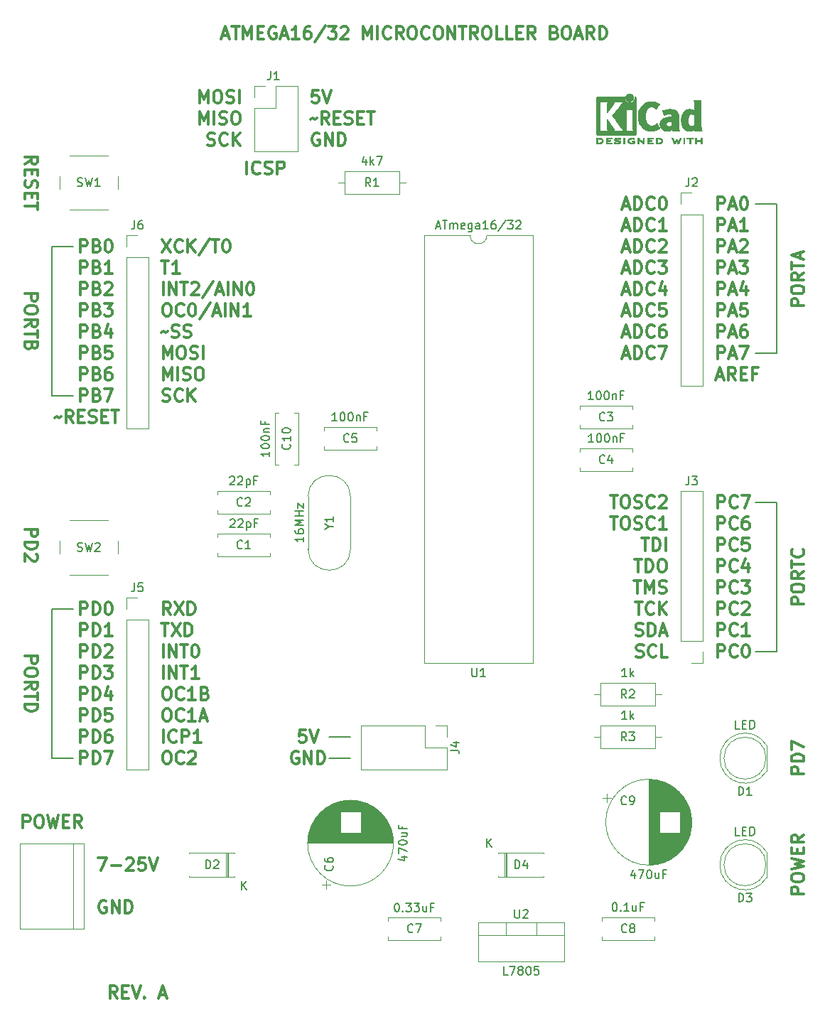
<source format=gbr>
%TF.GenerationSoftware,KiCad,Pcbnew,7.0.11-7.0.11~ubuntu22.04.1*%
%TF.CreationDate,2024-07-25T18:57:52+02:00*%
%TF.ProjectId,mcuboard_hw,6d637562-6f61-4726-945f-68772e6b6963,A*%
%TF.SameCoordinates,Original*%
%TF.FileFunction,Legend,Top*%
%TF.FilePolarity,Positive*%
%FSLAX46Y46*%
G04 Gerber Fmt 4.6, Leading zero omitted, Abs format (unit mm)*
G04 Created by KiCad (PCBNEW 7.0.11-7.0.11~ubuntu22.04.1) date 2024-07-25 18:57:52*
%MOMM*%
%LPD*%
G01*
G04 APERTURE LIST*
%ADD10C,0.200000*%
%ADD11C,0.300000*%
%ADD12C,0.150000*%
%ADD13C,0.120000*%
%ADD14C,0.010000*%
G04 APERTURE END LIST*
D10*
X139700000Y-119380000D02*
X137160000Y-119380000D01*
X139700000Y-116840000D02*
X137160000Y-116840000D01*
X104140000Y-58420000D02*
X106680000Y-58420000D01*
X104140000Y-101600000D02*
X104140000Y-119380000D01*
X190500000Y-53340000D02*
X187960000Y-53340000D01*
X190500000Y-53340000D02*
X190500000Y-71120000D01*
X190500000Y-88900000D02*
X190500000Y-106680000D01*
X104140000Y-58420000D02*
X104140000Y-76200000D01*
X190500000Y-106680000D02*
X187960000Y-106680000D01*
X190500000Y-88900000D02*
X187960000Y-88900000D01*
X104140000Y-101600000D02*
X106680000Y-101600000D01*
X190500000Y-71120000D02*
X187960000Y-71120000D01*
X104140000Y-76200000D02*
X106680000Y-76200000D01*
X104140000Y-119380000D02*
X106680000Y-119380000D01*
D11*
X100675713Y-127678328D02*
X100675713Y-126178328D01*
X100675713Y-126178328D02*
X101247142Y-126178328D01*
X101247142Y-126178328D02*
X101389999Y-126249757D01*
X101389999Y-126249757D02*
X101461428Y-126321185D01*
X101461428Y-126321185D02*
X101532856Y-126464042D01*
X101532856Y-126464042D02*
X101532856Y-126678328D01*
X101532856Y-126678328D02*
X101461428Y-126821185D01*
X101461428Y-126821185D02*
X101389999Y-126892614D01*
X101389999Y-126892614D02*
X101247142Y-126964042D01*
X101247142Y-126964042D02*
X100675713Y-126964042D01*
X102461428Y-126178328D02*
X102747142Y-126178328D01*
X102747142Y-126178328D02*
X102889999Y-126249757D01*
X102889999Y-126249757D02*
X103032856Y-126392614D01*
X103032856Y-126392614D02*
X103104285Y-126678328D01*
X103104285Y-126678328D02*
X103104285Y-127178328D01*
X103104285Y-127178328D02*
X103032856Y-127464042D01*
X103032856Y-127464042D02*
X102889999Y-127606900D01*
X102889999Y-127606900D02*
X102747142Y-127678328D01*
X102747142Y-127678328D02*
X102461428Y-127678328D01*
X102461428Y-127678328D02*
X102318571Y-127606900D01*
X102318571Y-127606900D02*
X102175713Y-127464042D01*
X102175713Y-127464042D02*
X102104285Y-127178328D01*
X102104285Y-127178328D02*
X102104285Y-126678328D01*
X102104285Y-126678328D02*
X102175713Y-126392614D01*
X102175713Y-126392614D02*
X102318571Y-126249757D01*
X102318571Y-126249757D02*
X102461428Y-126178328D01*
X103604285Y-126178328D02*
X103961428Y-127678328D01*
X103961428Y-127678328D02*
X104247142Y-126606900D01*
X104247142Y-126606900D02*
X104532857Y-127678328D01*
X104532857Y-127678328D02*
X104890000Y-126178328D01*
X105461428Y-126892614D02*
X105961428Y-126892614D01*
X106175714Y-127678328D02*
X105461428Y-127678328D01*
X105461428Y-127678328D02*
X105461428Y-126178328D01*
X105461428Y-126178328D02*
X106175714Y-126178328D01*
X107675714Y-127678328D02*
X107175714Y-126964042D01*
X106818571Y-127678328D02*
X106818571Y-126178328D01*
X106818571Y-126178328D02*
X107390000Y-126178328D01*
X107390000Y-126178328D02*
X107532857Y-126249757D01*
X107532857Y-126249757D02*
X107604286Y-126321185D01*
X107604286Y-126321185D02*
X107675714Y-126464042D01*
X107675714Y-126464042D02*
X107675714Y-126678328D01*
X107675714Y-126678328D02*
X107604286Y-126821185D01*
X107604286Y-126821185D02*
X107532857Y-126892614D01*
X107532857Y-126892614D02*
X107390000Y-126964042D01*
X107390000Y-126964042D02*
X106818571Y-126964042D01*
X183434510Y-92118328D02*
X183434510Y-90618328D01*
X183434510Y-90618328D02*
X184005939Y-90618328D01*
X184005939Y-90618328D02*
X184148796Y-90689757D01*
X184148796Y-90689757D02*
X184220225Y-90761185D01*
X184220225Y-90761185D02*
X184291653Y-90904042D01*
X184291653Y-90904042D02*
X184291653Y-91118328D01*
X184291653Y-91118328D02*
X184220225Y-91261185D01*
X184220225Y-91261185D02*
X184148796Y-91332614D01*
X184148796Y-91332614D02*
X184005939Y-91404042D01*
X184005939Y-91404042D02*
X183434510Y-91404042D01*
X185791653Y-91975471D02*
X185720225Y-92046900D01*
X185720225Y-92046900D02*
X185505939Y-92118328D01*
X185505939Y-92118328D02*
X185363082Y-92118328D01*
X185363082Y-92118328D02*
X185148796Y-92046900D01*
X185148796Y-92046900D02*
X185005939Y-91904042D01*
X185005939Y-91904042D02*
X184934510Y-91761185D01*
X184934510Y-91761185D02*
X184863082Y-91475471D01*
X184863082Y-91475471D02*
X184863082Y-91261185D01*
X184863082Y-91261185D02*
X184934510Y-90975471D01*
X184934510Y-90975471D02*
X185005939Y-90832614D01*
X185005939Y-90832614D02*
X185148796Y-90689757D01*
X185148796Y-90689757D02*
X185363082Y-90618328D01*
X185363082Y-90618328D02*
X185505939Y-90618328D01*
X185505939Y-90618328D02*
X185720225Y-90689757D01*
X185720225Y-90689757D02*
X185791653Y-90761185D01*
X187077368Y-90618328D02*
X186791653Y-90618328D01*
X186791653Y-90618328D02*
X186648796Y-90689757D01*
X186648796Y-90689757D02*
X186577368Y-90761185D01*
X186577368Y-90761185D02*
X186434510Y-90975471D01*
X186434510Y-90975471D02*
X186363082Y-91261185D01*
X186363082Y-91261185D02*
X186363082Y-91832614D01*
X186363082Y-91832614D02*
X186434510Y-91975471D01*
X186434510Y-91975471D02*
X186505939Y-92046900D01*
X186505939Y-92046900D02*
X186648796Y-92118328D01*
X186648796Y-92118328D02*
X186934510Y-92118328D01*
X186934510Y-92118328D02*
X187077368Y-92046900D01*
X187077368Y-92046900D02*
X187148796Y-91975471D01*
X187148796Y-91975471D02*
X187220225Y-91832614D01*
X187220225Y-91832614D02*
X187220225Y-91475471D01*
X187220225Y-91475471D02*
X187148796Y-91332614D01*
X187148796Y-91332614D02*
X187077368Y-91261185D01*
X187077368Y-91261185D02*
X186934510Y-91189757D01*
X186934510Y-91189757D02*
X186648796Y-91189757D01*
X186648796Y-91189757D02*
X186505939Y-91261185D01*
X186505939Y-91261185D02*
X186434510Y-91332614D01*
X186434510Y-91332614D02*
X186363082Y-91475471D01*
X135888796Y-39818328D02*
X135174510Y-39818328D01*
X135174510Y-39818328D02*
X135103082Y-40532614D01*
X135103082Y-40532614D02*
X135174510Y-40461185D01*
X135174510Y-40461185D02*
X135317368Y-40389757D01*
X135317368Y-40389757D02*
X135674510Y-40389757D01*
X135674510Y-40389757D02*
X135817368Y-40461185D01*
X135817368Y-40461185D02*
X135888796Y-40532614D01*
X135888796Y-40532614D02*
X135960225Y-40675471D01*
X135960225Y-40675471D02*
X135960225Y-41032614D01*
X135960225Y-41032614D02*
X135888796Y-41175471D01*
X135888796Y-41175471D02*
X135817368Y-41246900D01*
X135817368Y-41246900D02*
X135674510Y-41318328D01*
X135674510Y-41318328D02*
X135317368Y-41318328D01*
X135317368Y-41318328D02*
X135174510Y-41246900D01*
X135174510Y-41246900D02*
X135103082Y-41175471D01*
X136388796Y-39818328D02*
X136888796Y-41318328D01*
X136888796Y-41318328D02*
X137388796Y-39818328D01*
X100921671Y-48621428D02*
X101635957Y-48121428D01*
X100921671Y-47764285D02*
X102421671Y-47764285D01*
X102421671Y-47764285D02*
X102421671Y-48335714D01*
X102421671Y-48335714D02*
X102350242Y-48478571D01*
X102350242Y-48478571D02*
X102278814Y-48550000D01*
X102278814Y-48550000D02*
X102135957Y-48621428D01*
X102135957Y-48621428D02*
X101921671Y-48621428D01*
X101921671Y-48621428D02*
X101778814Y-48550000D01*
X101778814Y-48550000D02*
X101707385Y-48478571D01*
X101707385Y-48478571D02*
X101635957Y-48335714D01*
X101635957Y-48335714D02*
X101635957Y-47764285D01*
X101707385Y-49264285D02*
X101707385Y-49764285D01*
X100921671Y-49978571D02*
X100921671Y-49264285D01*
X100921671Y-49264285D02*
X102421671Y-49264285D01*
X102421671Y-49264285D02*
X102421671Y-49978571D01*
X100993100Y-50550000D02*
X100921671Y-50764286D01*
X100921671Y-50764286D02*
X100921671Y-51121428D01*
X100921671Y-51121428D02*
X100993100Y-51264286D01*
X100993100Y-51264286D02*
X101064528Y-51335714D01*
X101064528Y-51335714D02*
X101207385Y-51407143D01*
X101207385Y-51407143D02*
X101350242Y-51407143D01*
X101350242Y-51407143D02*
X101493100Y-51335714D01*
X101493100Y-51335714D02*
X101564528Y-51264286D01*
X101564528Y-51264286D02*
X101635957Y-51121428D01*
X101635957Y-51121428D02*
X101707385Y-50835714D01*
X101707385Y-50835714D02*
X101778814Y-50692857D01*
X101778814Y-50692857D02*
X101850242Y-50621428D01*
X101850242Y-50621428D02*
X101993100Y-50550000D01*
X101993100Y-50550000D02*
X102135957Y-50550000D01*
X102135957Y-50550000D02*
X102278814Y-50621428D01*
X102278814Y-50621428D02*
X102350242Y-50692857D01*
X102350242Y-50692857D02*
X102421671Y-50835714D01*
X102421671Y-50835714D02*
X102421671Y-51192857D01*
X102421671Y-51192857D02*
X102350242Y-51407143D01*
X101707385Y-52049999D02*
X101707385Y-52549999D01*
X100921671Y-52764285D02*
X100921671Y-52049999D01*
X100921671Y-52049999D02*
X102421671Y-52049999D01*
X102421671Y-52049999D02*
X102421671Y-52764285D01*
X102421671Y-53192857D02*
X102421671Y-54050000D01*
X100921671Y-53621428D02*
X102421671Y-53621428D01*
X183434510Y-94658328D02*
X183434510Y-93158328D01*
X183434510Y-93158328D02*
X184005939Y-93158328D01*
X184005939Y-93158328D02*
X184148796Y-93229757D01*
X184148796Y-93229757D02*
X184220225Y-93301185D01*
X184220225Y-93301185D02*
X184291653Y-93444042D01*
X184291653Y-93444042D02*
X184291653Y-93658328D01*
X184291653Y-93658328D02*
X184220225Y-93801185D01*
X184220225Y-93801185D02*
X184148796Y-93872614D01*
X184148796Y-93872614D02*
X184005939Y-93944042D01*
X184005939Y-93944042D02*
X183434510Y-93944042D01*
X185791653Y-94515471D02*
X185720225Y-94586900D01*
X185720225Y-94586900D02*
X185505939Y-94658328D01*
X185505939Y-94658328D02*
X185363082Y-94658328D01*
X185363082Y-94658328D02*
X185148796Y-94586900D01*
X185148796Y-94586900D02*
X185005939Y-94444042D01*
X185005939Y-94444042D02*
X184934510Y-94301185D01*
X184934510Y-94301185D02*
X184863082Y-94015471D01*
X184863082Y-94015471D02*
X184863082Y-93801185D01*
X184863082Y-93801185D02*
X184934510Y-93515471D01*
X184934510Y-93515471D02*
X185005939Y-93372614D01*
X185005939Y-93372614D02*
X185148796Y-93229757D01*
X185148796Y-93229757D02*
X185363082Y-93158328D01*
X185363082Y-93158328D02*
X185505939Y-93158328D01*
X185505939Y-93158328D02*
X185720225Y-93229757D01*
X185720225Y-93229757D02*
X185791653Y-93301185D01*
X187148796Y-93158328D02*
X186434510Y-93158328D01*
X186434510Y-93158328D02*
X186363082Y-93872614D01*
X186363082Y-93872614D02*
X186434510Y-93801185D01*
X186434510Y-93801185D02*
X186577368Y-93729757D01*
X186577368Y-93729757D02*
X186934510Y-93729757D01*
X186934510Y-93729757D02*
X187077368Y-93801185D01*
X187077368Y-93801185D02*
X187148796Y-93872614D01*
X187148796Y-93872614D02*
X187220225Y-94015471D01*
X187220225Y-94015471D02*
X187220225Y-94372614D01*
X187220225Y-94372614D02*
X187148796Y-94515471D01*
X187148796Y-94515471D02*
X187077368Y-94586900D01*
X187077368Y-94586900D02*
X186934510Y-94658328D01*
X186934510Y-94658328D02*
X186577368Y-94658328D01*
X186577368Y-94658328D02*
X186434510Y-94586900D01*
X186434510Y-94586900D02*
X186363082Y-94515471D01*
X193718328Y-135544286D02*
X192218328Y-135544286D01*
X192218328Y-135544286D02*
X192218328Y-134972857D01*
X192218328Y-134972857D02*
X192289757Y-134830000D01*
X192289757Y-134830000D02*
X192361185Y-134758571D01*
X192361185Y-134758571D02*
X192504042Y-134687143D01*
X192504042Y-134687143D02*
X192718328Y-134687143D01*
X192718328Y-134687143D02*
X192861185Y-134758571D01*
X192861185Y-134758571D02*
X192932614Y-134830000D01*
X192932614Y-134830000D02*
X193004042Y-134972857D01*
X193004042Y-134972857D02*
X193004042Y-135544286D01*
X192218328Y-133758571D02*
X192218328Y-133472857D01*
X192218328Y-133472857D02*
X192289757Y-133330000D01*
X192289757Y-133330000D02*
X192432614Y-133187143D01*
X192432614Y-133187143D02*
X192718328Y-133115714D01*
X192718328Y-133115714D02*
X193218328Y-133115714D01*
X193218328Y-133115714D02*
X193504042Y-133187143D01*
X193504042Y-133187143D02*
X193646900Y-133330000D01*
X193646900Y-133330000D02*
X193718328Y-133472857D01*
X193718328Y-133472857D02*
X193718328Y-133758571D01*
X193718328Y-133758571D02*
X193646900Y-133901429D01*
X193646900Y-133901429D02*
X193504042Y-134044286D01*
X193504042Y-134044286D02*
X193218328Y-134115714D01*
X193218328Y-134115714D02*
X192718328Y-134115714D01*
X192718328Y-134115714D02*
X192432614Y-134044286D01*
X192432614Y-134044286D02*
X192289757Y-133901429D01*
X192289757Y-133901429D02*
X192218328Y-133758571D01*
X192218328Y-132615714D02*
X193718328Y-132258571D01*
X193718328Y-132258571D02*
X192646900Y-131972857D01*
X192646900Y-131972857D02*
X193718328Y-131687142D01*
X193718328Y-131687142D02*
X192218328Y-131330000D01*
X192932614Y-130758571D02*
X192932614Y-130258571D01*
X193718328Y-130044285D02*
X193718328Y-130758571D01*
X193718328Y-130758571D02*
X192218328Y-130758571D01*
X192218328Y-130758571D02*
X192218328Y-130044285D01*
X193718328Y-128544285D02*
X193004042Y-129044285D01*
X193718328Y-129401428D02*
X192218328Y-129401428D01*
X192218328Y-129401428D02*
X192218328Y-128829999D01*
X192218328Y-128829999D02*
X192289757Y-128687142D01*
X192289757Y-128687142D02*
X192361185Y-128615713D01*
X192361185Y-128615713D02*
X192504042Y-128544285D01*
X192504042Y-128544285D02*
X192718328Y-128544285D01*
X192718328Y-128544285D02*
X192861185Y-128615713D01*
X192861185Y-128615713D02*
X192932614Y-128687142D01*
X192932614Y-128687142D02*
X193004042Y-128829999D01*
X193004042Y-128829999D02*
X193004042Y-129401428D01*
X183434510Y-61638328D02*
X183434510Y-60138328D01*
X183434510Y-60138328D02*
X184005939Y-60138328D01*
X184005939Y-60138328D02*
X184148796Y-60209757D01*
X184148796Y-60209757D02*
X184220225Y-60281185D01*
X184220225Y-60281185D02*
X184291653Y-60424042D01*
X184291653Y-60424042D02*
X184291653Y-60638328D01*
X184291653Y-60638328D02*
X184220225Y-60781185D01*
X184220225Y-60781185D02*
X184148796Y-60852614D01*
X184148796Y-60852614D02*
X184005939Y-60924042D01*
X184005939Y-60924042D02*
X183434510Y-60924042D01*
X184863082Y-61209757D02*
X185577368Y-61209757D01*
X184720225Y-61638328D02*
X185220225Y-60138328D01*
X185220225Y-60138328D02*
X185720225Y-61638328D01*
X186077367Y-60138328D02*
X187005939Y-60138328D01*
X187005939Y-60138328D02*
X186505939Y-60709757D01*
X186505939Y-60709757D02*
X186720224Y-60709757D01*
X186720224Y-60709757D02*
X186863082Y-60781185D01*
X186863082Y-60781185D02*
X186934510Y-60852614D01*
X186934510Y-60852614D02*
X187005939Y-60995471D01*
X187005939Y-60995471D02*
X187005939Y-61352614D01*
X187005939Y-61352614D02*
X186934510Y-61495471D01*
X186934510Y-61495471D02*
X186863082Y-61566900D01*
X186863082Y-61566900D02*
X186720224Y-61638328D01*
X186720224Y-61638328D02*
X186291653Y-61638328D01*
X186291653Y-61638328D02*
X186148796Y-61566900D01*
X186148796Y-61566900D02*
X186077367Y-61495471D01*
X117680225Y-113478328D02*
X117965939Y-113478328D01*
X117965939Y-113478328D02*
X118108796Y-113549757D01*
X118108796Y-113549757D02*
X118251653Y-113692614D01*
X118251653Y-113692614D02*
X118323082Y-113978328D01*
X118323082Y-113978328D02*
X118323082Y-114478328D01*
X118323082Y-114478328D02*
X118251653Y-114764042D01*
X118251653Y-114764042D02*
X118108796Y-114906900D01*
X118108796Y-114906900D02*
X117965939Y-114978328D01*
X117965939Y-114978328D02*
X117680225Y-114978328D01*
X117680225Y-114978328D02*
X117537368Y-114906900D01*
X117537368Y-114906900D02*
X117394510Y-114764042D01*
X117394510Y-114764042D02*
X117323082Y-114478328D01*
X117323082Y-114478328D02*
X117323082Y-113978328D01*
X117323082Y-113978328D02*
X117394510Y-113692614D01*
X117394510Y-113692614D02*
X117537368Y-113549757D01*
X117537368Y-113549757D02*
X117680225Y-113478328D01*
X119823082Y-114835471D02*
X119751654Y-114906900D01*
X119751654Y-114906900D02*
X119537368Y-114978328D01*
X119537368Y-114978328D02*
X119394511Y-114978328D01*
X119394511Y-114978328D02*
X119180225Y-114906900D01*
X119180225Y-114906900D02*
X119037368Y-114764042D01*
X119037368Y-114764042D02*
X118965939Y-114621185D01*
X118965939Y-114621185D02*
X118894511Y-114335471D01*
X118894511Y-114335471D02*
X118894511Y-114121185D01*
X118894511Y-114121185D02*
X118965939Y-113835471D01*
X118965939Y-113835471D02*
X119037368Y-113692614D01*
X119037368Y-113692614D02*
X119180225Y-113549757D01*
X119180225Y-113549757D02*
X119394511Y-113478328D01*
X119394511Y-113478328D02*
X119537368Y-113478328D01*
X119537368Y-113478328D02*
X119751654Y-113549757D01*
X119751654Y-113549757D02*
X119823082Y-113621185D01*
X121251654Y-114978328D02*
X120394511Y-114978328D01*
X120823082Y-114978328D02*
X120823082Y-113478328D01*
X120823082Y-113478328D02*
X120680225Y-113692614D01*
X120680225Y-113692614D02*
X120537368Y-113835471D01*
X120537368Y-113835471D02*
X120394511Y-113906900D01*
X121823082Y-114549757D02*
X122537368Y-114549757D01*
X121680225Y-114978328D02*
X122180225Y-113478328D01*
X122180225Y-113478328D02*
X122680225Y-114978328D01*
X172174061Y-68829757D02*
X172888347Y-68829757D01*
X172031204Y-69258328D02*
X172531204Y-67758328D01*
X172531204Y-67758328D02*
X173031204Y-69258328D01*
X173531203Y-69258328D02*
X173531203Y-67758328D01*
X173531203Y-67758328D02*
X173888346Y-67758328D01*
X173888346Y-67758328D02*
X174102632Y-67829757D01*
X174102632Y-67829757D02*
X174245489Y-67972614D01*
X174245489Y-67972614D02*
X174316918Y-68115471D01*
X174316918Y-68115471D02*
X174388346Y-68401185D01*
X174388346Y-68401185D02*
X174388346Y-68615471D01*
X174388346Y-68615471D02*
X174316918Y-68901185D01*
X174316918Y-68901185D02*
X174245489Y-69044042D01*
X174245489Y-69044042D02*
X174102632Y-69186900D01*
X174102632Y-69186900D02*
X173888346Y-69258328D01*
X173888346Y-69258328D02*
X173531203Y-69258328D01*
X175888346Y-69115471D02*
X175816918Y-69186900D01*
X175816918Y-69186900D02*
X175602632Y-69258328D01*
X175602632Y-69258328D02*
X175459775Y-69258328D01*
X175459775Y-69258328D02*
X175245489Y-69186900D01*
X175245489Y-69186900D02*
X175102632Y-69044042D01*
X175102632Y-69044042D02*
X175031203Y-68901185D01*
X175031203Y-68901185D02*
X174959775Y-68615471D01*
X174959775Y-68615471D02*
X174959775Y-68401185D01*
X174959775Y-68401185D02*
X175031203Y-68115471D01*
X175031203Y-68115471D02*
X175102632Y-67972614D01*
X175102632Y-67972614D02*
X175245489Y-67829757D01*
X175245489Y-67829757D02*
X175459775Y-67758328D01*
X175459775Y-67758328D02*
X175602632Y-67758328D01*
X175602632Y-67758328D02*
X175816918Y-67829757D01*
X175816918Y-67829757D02*
X175888346Y-67901185D01*
X177174061Y-67758328D02*
X176888346Y-67758328D01*
X176888346Y-67758328D02*
X176745489Y-67829757D01*
X176745489Y-67829757D02*
X176674061Y-67901185D01*
X176674061Y-67901185D02*
X176531203Y-68115471D01*
X176531203Y-68115471D02*
X176459775Y-68401185D01*
X176459775Y-68401185D02*
X176459775Y-68972614D01*
X176459775Y-68972614D02*
X176531203Y-69115471D01*
X176531203Y-69115471D02*
X176602632Y-69186900D01*
X176602632Y-69186900D02*
X176745489Y-69258328D01*
X176745489Y-69258328D02*
X177031203Y-69258328D01*
X177031203Y-69258328D02*
X177174061Y-69186900D01*
X177174061Y-69186900D02*
X177245489Y-69115471D01*
X177245489Y-69115471D02*
X177316918Y-68972614D01*
X177316918Y-68972614D02*
X177316918Y-68615471D01*
X177316918Y-68615471D02*
X177245489Y-68472614D01*
X177245489Y-68472614D02*
X177174061Y-68401185D01*
X177174061Y-68401185D02*
X177031203Y-68329757D01*
X177031203Y-68329757D02*
X176745489Y-68329757D01*
X176745489Y-68329757D02*
X176602632Y-68401185D01*
X176602632Y-68401185D02*
X176531203Y-68472614D01*
X176531203Y-68472614D02*
X176459775Y-68615471D01*
X133477143Y-118629757D02*
X133334286Y-118558328D01*
X133334286Y-118558328D02*
X133120000Y-118558328D01*
X133120000Y-118558328D02*
X132905714Y-118629757D01*
X132905714Y-118629757D02*
X132762857Y-118772614D01*
X132762857Y-118772614D02*
X132691428Y-118915471D01*
X132691428Y-118915471D02*
X132620000Y-119201185D01*
X132620000Y-119201185D02*
X132620000Y-119415471D01*
X132620000Y-119415471D02*
X132691428Y-119701185D01*
X132691428Y-119701185D02*
X132762857Y-119844042D01*
X132762857Y-119844042D02*
X132905714Y-119986900D01*
X132905714Y-119986900D02*
X133120000Y-120058328D01*
X133120000Y-120058328D02*
X133262857Y-120058328D01*
X133262857Y-120058328D02*
X133477143Y-119986900D01*
X133477143Y-119986900D02*
X133548571Y-119915471D01*
X133548571Y-119915471D02*
X133548571Y-119415471D01*
X133548571Y-119415471D02*
X133262857Y-119415471D01*
X134191428Y-120058328D02*
X134191428Y-118558328D01*
X134191428Y-118558328D02*
X135048571Y-120058328D01*
X135048571Y-120058328D02*
X135048571Y-118558328D01*
X135762857Y-120058328D02*
X135762857Y-118558328D01*
X135762857Y-118558328D02*
X136120000Y-118558328D01*
X136120000Y-118558328D02*
X136334286Y-118629757D01*
X136334286Y-118629757D02*
X136477143Y-118772614D01*
X136477143Y-118772614D02*
X136548572Y-118915471D01*
X136548572Y-118915471D02*
X136620000Y-119201185D01*
X136620000Y-119201185D02*
X136620000Y-119415471D01*
X136620000Y-119415471D02*
X136548572Y-119701185D01*
X136548572Y-119701185D02*
X136477143Y-119844042D01*
X136477143Y-119844042D02*
X136334286Y-119986900D01*
X136334286Y-119986900D02*
X136120000Y-120058328D01*
X136120000Y-120058328D02*
X135762857Y-120058328D01*
X110560225Y-136409757D02*
X110417368Y-136338328D01*
X110417368Y-136338328D02*
X110203082Y-136338328D01*
X110203082Y-136338328D02*
X109988796Y-136409757D01*
X109988796Y-136409757D02*
X109845939Y-136552614D01*
X109845939Y-136552614D02*
X109774510Y-136695471D01*
X109774510Y-136695471D02*
X109703082Y-136981185D01*
X109703082Y-136981185D02*
X109703082Y-137195471D01*
X109703082Y-137195471D02*
X109774510Y-137481185D01*
X109774510Y-137481185D02*
X109845939Y-137624042D01*
X109845939Y-137624042D02*
X109988796Y-137766900D01*
X109988796Y-137766900D02*
X110203082Y-137838328D01*
X110203082Y-137838328D02*
X110345939Y-137838328D01*
X110345939Y-137838328D02*
X110560225Y-137766900D01*
X110560225Y-137766900D02*
X110631653Y-137695471D01*
X110631653Y-137695471D02*
X110631653Y-137195471D01*
X110631653Y-137195471D02*
X110345939Y-137195471D01*
X111274510Y-137838328D02*
X111274510Y-136338328D01*
X111274510Y-136338328D02*
X112131653Y-137838328D01*
X112131653Y-137838328D02*
X112131653Y-136338328D01*
X112845939Y-137838328D02*
X112845939Y-136338328D01*
X112845939Y-136338328D02*
X113203082Y-136338328D01*
X113203082Y-136338328D02*
X113417368Y-136409757D01*
X113417368Y-136409757D02*
X113560225Y-136552614D01*
X113560225Y-136552614D02*
X113631654Y-136695471D01*
X113631654Y-136695471D02*
X113703082Y-136981185D01*
X113703082Y-136981185D02*
X113703082Y-137195471D01*
X113703082Y-137195471D02*
X113631654Y-137481185D01*
X113631654Y-137481185D02*
X113560225Y-137624042D01*
X113560225Y-137624042D02*
X113417368Y-137766900D01*
X113417368Y-137766900D02*
X113203082Y-137838328D01*
X113203082Y-137838328D02*
X112845939Y-137838328D01*
X172174061Y-61209757D02*
X172888347Y-61209757D01*
X172031204Y-61638328D02*
X172531204Y-60138328D01*
X172531204Y-60138328D02*
X173031204Y-61638328D01*
X173531203Y-61638328D02*
X173531203Y-60138328D01*
X173531203Y-60138328D02*
X173888346Y-60138328D01*
X173888346Y-60138328D02*
X174102632Y-60209757D01*
X174102632Y-60209757D02*
X174245489Y-60352614D01*
X174245489Y-60352614D02*
X174316918Y-60495471D01*
X174316918Y-60495471D02*
X174388346Y-60781185D01*
X174388346Y-60781185D02*
X174388346Y-60995471D01*
X174388346Y-60995471D02*
X174316918Y-61281185D01*
X174316918Y-61281185D02*
X174245489Y-61424042D01*
X174245489Y-61424042D02*
X174102632Y-61566900D01*
X174102632Y-61566900D02*
X173888346Y-61638328D01*
X173888346Y-61638328D02*
X173531203Y-61638328D01*
X175888346Y-61495471D02*
X175816918Y-61566900D01*
X175816918Y-61566900D02*
X175602632Y-61638328D01*
X175602632Y-61638328D02*
X175459775Y-61638328D01*
X175459775Y-61638328D02*
X175245489Y-61566900D01*
X175245489Y-61566900D02*
X175102632Y-61424042D01*
X175102632Y-61424042D02*
X175031203Y-61281185D01*
X175031203Y-61281185D02*
X174959775Y-60995471D01*
X174959775Y-60995471D02*
X174959775Y-60781185D01*
X174959775Y-60781185D02*
X175031203Y-60495471D01*
X175031203Y-60495471D02*
X175102632Y-60352614D01*
X175102632Y-60352614D02*
X175245489Y-60209757D01*
X175245489Y-60209757D02*
X175459775Y-60138328D01*
X175459775Y-60138328D02*
X175602632Y-60138328D01*
X175602632Y-60138328D02*
X175816918Y-60209757D01*
X175816918Y-60209757D02*
X175888346Y-60281185D01*
X176388346Y-60138328D02*
X177316918Y-60138328D01*
X177316918Y-60138328D02*
X176816918Y-60709757D01*
X176816918Y-60709757D02*
X177031203Y-60709757D01*
X177031203Y-60709757D02*
X177174061Y-60781185D01*
X177174061Y-60781185D02*
X177245489Y-60852614D01*
X177245489Y-60852614D02*
X177316918Y-60995471D01*
X177316918Y-60995471D02*
X177316918Y-61352614D01*
X177316918Y-61352614D02*
X177245489Y-61495471D01*
X177245489Y-61495471D02*
X177174061Y-61566900D01*
X177174061Y-61566900D02*
X177031203Y-61638328D01*
X177031203Y-61638328D02*
X176602632Y-61638328D01*
X176602632Y-61638328D02*
X176459775Y-61566900D01*
X176459775Y-61566900D02*
X176388346Y-61495471D01*
X117394510Y-117518328D02*
X117394510Y-116018328D01*
X118965939Y-117375471D02*
X118894511Y-117446900D01*
X118894511Y-117446900D02*
X118680225Y-117518328D01*
X118680225Y-117518328D02*
X118537368Y-117518328D01*
X118537368Y-117518328D02*
X118323082Y-117446900D01*
X118323082Y-117446900D02*
X118180225Y-117304042D01*
X118180225Y-117304042D02*
X118108796Y-117161185D01*
X118108796Y-117161185D02*
X118037368Y-116875471D01*
X118037368Y-116875471D02*
X118037368Y-116661185D01*
X118037368Y-116661185D02*
X118108796Y-116375471D01*
X118108796Y-116375471D02*
X118180225Y-116232614D01*
X118180225Y-116232614D02*
X118323082Y-116089757D01*
X118323082Y-116089757D02*
X118537368Y-116018328D01*
X118537368Y-116018328D02*
X118680225Y-116018328D01*
X118680225Y-116018328D02*
X118894511Y-116089757D01*
X118894511Y-116089757D02*
X118965939Y-116161185D01*
X119608796Y-117518328D02*
X119608796Y-116018328D01*
X119608796Y-116018328D02*
X120180225Y-116018328D01*
X120180225Y-116018328D02*
X120323082Y-116089757D01*
X120323082Y-116089757D02*
X120394511Y-116161185D01*
X120394511Y-116161185D02*
X120465939Y-116304042D01*
X120465939Y-116304042D02*
X120465939Y-116518328D01*
X120465939Y-116518328D02*
X120394511Y-116661185D01*
X120394511Y-116661185D02*
X120323082Y-116732614D01*
X120323082Y-116732614D02*
X120180225Y-116804042D01*
X120180225Y-116804042D02*
X119608796Y-116804042D01*
X121894511Y-117518328D02*
X121037368Y-117518328D01*
X121465939Y-117518328D02*
X121465939Y-116018328D01*
X121465939Y-116018328D02*
X121323082Y-116232614D01*
X121323082Y-116232614D02*
X121180225Y-116375471D01*
X121180225Y-116375471D02*
X121037368Y-116446900D01*
X104480225Y-78846900D02*
X104551653Y-78775471D01*
X104551653Y-78775471D02*
X104694510Y-78704042D01*
X104694510Y-78704042D02*
X104980225Y-78846900D01*
X104980225Y-78846900D02*
X105123082Y-78775471D01*
X105123082Y-78775471D02*
X105194510Y-78704042D01*
X106623082Y-79418328D02*
X106123082Y-78704042D01*
X105765939Y-79418328D02*
X105765939Y-77918328D01*
X105765939Y-77918328D02*
X106337368Y-77918328D01*
X106337368Y-77918328D02*
X106480225Y-77989757D01*
X106480225Y-77989757D02*
X106551654Y-78061185D01*
X106551654Y-78061185D02*
X106623082Y-78204042D01*
X106623082Y-78204042D02*
X106623082Y-78418328D01*
X106623082Y-78418328D02*
X106551654Y-78561185D01*
X106551654Y-78561185D02*
X106480225Y-78632614D01*
X106480225Y-78632614D02*
X106337368Y-78704042D01*
X106337368Y-78704042D02*
X105765939Y-78704042D01*
X107265939Y-78632614D02*
X107765939Y-78632614D01*
X107980225Y-79418328D02*
X107265939Y-79418328D01*
X107265939Y-79418328D02*
X107265939Y-77918328D01*
X107265939Y-77918328D02*
X107980225Y-77918328D01*
X108551654Y-79346900D02*
X108765940Y-79418328D01*
X108765940Y-79418328D02*
X109123082Y-79418328D01*
X109123082Y-79418328D02*
X109265940Y-79346900D01*
X109265940Y-79346900D02*
X109337368Y-79275471D01*
X109337368Y-79275471D02*
X109408797Y-79132614D01*
X109408797Y-79132614D02*
X109408797Y-78989757D01*
X109408797Y-78989757D02*
X109337368Y-78846900D01*
X109337368Y-78846900D02*
X109265940Y-78775471D01*
X109265940Y-78775471D02*
X109123082Y-78704042D01*
X109123082Y-78704042D02*
X108837368Y-78632614D01*
X108837368Y-78632614D02*
X108694511Y-78561185D01*
X108694511Y-78561185D02*
X108623082Y-78489757D01*
X108623082Y-78489757D02*
X108551654Y-78346900D01*
X108551654Y-78346900D02*
X108551654Y-78204042D01*
X108551654Y-78204042D02*
X108623082Y-78061185D01*
X108623082Y-78061185D02*
X108694511Y-77989757D01*
X108694511Y-77989757D02*
X108837368Y-77918328D01*
X108837368Y-77918328D02*
X109194511Y-77918328D01*
X109194511Y-77918328D02*
X109408797Y-77989757D01*
X110051653Y-78632614D02*
X110551653Y-78632614D01*
X110765939Y-79418328D02*
X110051653Y-79418328D01*
X110051653Y-79418328D02*
X110051653Y-77918328D01*
X110051653Y-77918328D02*
X110765939Y-77918328D01*
X111194511Y-77918328D02*
X112051654Y-77918328D01*
X111623082Y-79418328D02*
X111623082Y-77918328D01*
X107491203Y-69258328D02*
X107491203Y-67758328D01*
X107491203Y-67758328D02*
X108062632Y-67758328D01*
X108062632Y-67758328D02*
X108205489Y-67829757D01*
X108205489Y-67829757D02*
X108276918Y-67901185D01*
X108276918Y-67901185D02*
X108348346Y-68044042D01*
X108348346Y-68044042D02*
X108348346Y-68258328D01*
X108348346Y-68258328D02*
X108276918Y-68401185D01*
X108276918Y-68401185D02*
X108205489Y-68472614D01*
X108205489Y-68472614D02*
X108062632Y-68544042D01*
X108062632Y-68544042D02*
X107491203Y-68544042D01*
X109491203Y-68472614D02*
X109705489Y-68544042D01*
X109705489Y-68544042D02*
X109776918Y-68615471D01*
X109776918Y-68615471D02*
X109848346Y-68758328D01*
X109848346Y-68758328D02*
X109848346Y-68972614D01*
X109848346Y-68972614D02*
X109776918Y-69115471D01*
X109776918Y-69115471D02*
X109705489Y-69186900D01*
X109705489Y-69186900D02*
X109562632Y-69258328D01*
X109562632Y-69258328D02*
X108991203Y-69258328D01*
X108991203Y-69258328D02*
X108991203Y-67758328D01*
X108991203Y-67758328D02*
X109491203Y-67758328D01*
X109491203Y-67758328D02*
X109634061Y-67829757D01*
X109634061Y-67829757D02*
X109705489Y-67901185D01*
X109705489Y-67901185D02*
X109776918Y-68044042D01*
X109776918Y-68044042D02*
X109776918Y-68186900D01*
X109776918Y-68186900D02*
X109705489Y-68329757D01*
X109705489Y-68329757D02*
X109634061Y-68401185D01*
X109634061Y-68401185D02*
X109491203Y-68472614D01*
X109491203Y-68472614D02*
X108991203Y-68472614D01*
X111134061Y-68258328D02*
X111134061Y-69258328D01*
X110776918Y-67686900D02*
X110419775Y-68758328D01*
X110419775Y-68758328D02*
X111348346Y-68758328D01*
X174388346Y-93158328D02*
X175245489Y-93158328D01*
X174816917Y-94658328D02*
X174816917Y-93158328D01*
X175745488Y-94658328D02*
X175745488Y-93158328D01*
X175745488Y-93158328D02*
X176102631Y-93158328D01*
X176102631Y-93158328D02*
X176316917Y-93229757D01*
X176316917Y-93229757D02*
X176459774Y-93372614D01*
X176459774Y-93372614D02*
X176531203Y-93515471D01*
X176531203Y-93515471D02*
X176602631Y-93801185D01*
X176602631Y-93801185D02*
X176602631Y-94015471D01*
X176602631Y-94015471D02*
X176531203Y-94301185D01*
X176531203Y-94301185D02*
X176459774Y-94444042D01*
X176459774Y-94444042D02*
X176316917Y-94586900D01*
X176316917Y-94586900D02*
X176102631Y-94658328D01*
X176102631Y-94658328D02*
X175745488Y-94658328D01*
X177245488Y-94658328D02*
X177245488Y-93158328D01*
X170674061Y-88078328D02*
X171531204Y-88078328D01*
X171102632Y-89578328D02*
X171102632Y-88078328D01*
X172316918Y-88078328D02*
X172602632Y-88078328D01*
X172602632Y-88078328D02*
X172745489Y-88149757D01*
X172745489Y-88149757D02*
X172888346Y-88292614D01*
X172888346Y-88292614D02*
X172959775Y-88578328D01*
X172959775Y-88578328D02*
X172959775Y-89078328D01*
X172959775Y-89078328D02*
X172888346Y-89364042D01*
X172888346Y-89364042D02*
X172745489Y-89506900D01*
X172745489Y-89506900D02*
X172602632Y-89578328D01*
X172602632Y-89578328D02*
X172316918Y-89578328D01*
X172316918Y-89578328D02*
X172174061Y-89506900D01*
X172174061Y-89506900D02*
X172031203Y-89364042D01*
X172031203Y-89364042D02*
X171959775Y-89078328D01*
X171959775Y-89078328D02*
X171959775Y-88578328D01*
X171959775Y-88578328D02*
X172031203Y-88292614D01*
X172031203Y-88292614D02*
X172174061Y-88149757D01*
X172174061Y-88149757D02*
X172316918Y-88078328D01*
X173531204Y-89506900D02*
X173745490Y-89578328D01*
X173745490Y-89578328D02*
X174102632Y-89578328D01*
X174102632Y-89578328D02*
X174245490Y-89506900D01*
X174245490Y-89506900D02*
X174316918Y-89435471D01*
X174316918Y-89435471D02*
X174388347Y-89292614D01*
X174388347Y-89292614D02*
X174388347Y-89149757D01*
X174388347Y-89149757D02*
X174316918Y-89006900D01*
X174316918Y-89006900D02*
X174245490Y-88935471D01*
X174245490Y-88935471D02*
X174102632Y-88864042D01*
X174102632Y-88864042D02*
X173816918Y-88792614D01*
X173816918Y-88792614D02*
X173674061Y-88721185D01*
X173674061Y-88721185D02*
X173602632Y-88649757D01*
X173602632Y-88649757D02*
X173531204Y-88506900D01*
X173531204Y-88506900D02*
X173531204Y-88364042D01*
X173531204Y-88364042D02*
X173602632Y-88221185D01*
X173602632Y-88221185D02*
X173674061Y-88149757D01*
X173674061Y-88149757D02*
X173816918Y-88078328D01*
X173816918Y-88078328D02*
X174174061Y-88078328D01*
X174174061Y-88078328D02*
X174388347Y-88149757D01*
X175888346Y-89435471D02*
X175816918Y-89506900D01*
X175816918Y-89506900D02*
X175602632Y-89578328D01*
X175602632Y-89578328D02*
X175459775Y-89578328D01*
X175459775Y-89578328D02*
X175245489Y-89506900D01*
X175245489Y-89506900D02*
X175102632Y-89364042D01*
X175102632Y-89364042D02*
X175031203Y-89221185D01*
X175031203Y-89221185D02*
X174959775Y-88935471D01*
X174959775Y-88935471D02*
X174959775Y-88721185D01*
X174959775Y-88721185D02*
X175031203Y-88435471D01*
X175031203Y-88435471D02*
X175102632Y-88292614D01*
X175102632Y-88292614D02*
X175245489Y-88149757D01*
X175245489Y-88149757D02*
X175459775Y-88078328D01*
X175459775Y-88078328D02*
X175602632Y-88078328D01*
X175602632Y-88078328D02*
X175816918Y-88149757D01*
X175816918Y-88149757D02*
X175888346Y-88221185D01*
X176459775Y-88221185D02*
X176531203Y-88149757D01*
X176531203Y-88149757D02*
X176674061Y-88078328D01*
X176674061Y-88078328D02*
X177031203Y-88078328D01*
X177031203Y-88078328D02*
X177174061Y-88149757D01*
X177174061Y-88149757D02*
X177245489Y-88221185D01*
X177245489Y-88221185D02*
X177316918Y-88364042D01*
X177316918Y-88364042D02*
X177316918Y-88506900D01*
X177316918Y-88506900D02*
X177245489Y-88721185D01*
X177245489Y-88721185D02*
X176388346Y-89578328D01*
X176388346Y-89578328D02*
X177316918Y-89578328D01*
X107491203Y-71798328D02*
X107491203Y-70298328D01*
X107491203Y-70298328D02*
X108062632Y-70298328D01*
X108062632Y-70298328D02*
X108205489Y-70369757D01*
X108205489Y-70369757D02*
X108276918Y-70441185D01*
X108276918Y-70441185D02*
X108348346Y-70584042D01*
X108348346Y-70584042D02*
X108348346Y-70798328D01*
X108348346Y-70798328D02*
X108276918Y-70941185D01*
X108276918Y-70941185D02*
X108205489Y-71012614D01*
X108205489Y-71012614D02*
X108062632Y-71084042D01*
X108062632Y-71084042D02*
X107491203Y-71084042D01*
X109491203Y-71012614D02*
X109705489Y-71084042D01*
X109705489Y-71084042D02*
X109776918Y-71155471D01*
X109776918Y-71155471D02*
X109848346Y-71298328D01*
X109848346Y-71298328D02*
X109848346Y-71512614D01*
X109848346Y-71512614D02*
X109776918Y-71655471D01*
X109776918Y-71655471D02*
X109705489Y-71726900D01*
X109705489Y-71726900D02*
X109562632Y-71798328D01*
X109562632Y-71798328D02*
X108991203Y-71798328D01*
X108991203Y-71798328D02*
X108991203Y-70298328D01*
X108991203Y-70298328D02*
X109491203Y-70298328D01*
X109491203Y-70298328D02*
X109634061Y-70369757D01*
X109634061Y-70369757D02*
X109705489Y-70441185D01*
X109705489Y-70441185D02*
X109776918Y-70584042D01*
X109776918Y-70584042D02*
X109776918Y-70726900D01*
X109776918Y-70726900D02*
X109705489Y-70869757D01*
X109705489Y-70869757D02*
X109634061Y-70941185D01*
X109634061Y-70941185D02*
X109491203Y-71012614D01*
X109491203Y-71012614D02*
X108991203Y-71012614D01*
X111205489Y-70298328D02*
X110491203Y-70298328D01*
X110491203Y-70298328D02*
X110419775Y-71012614D01*
X110419775Y-71012614D02*
X110491203Y-70941185D01*
X110491203Y-70941185D02*
X110634061Y-70869757D01*
X110634061Y-70869757D02*
X110991203Y-70869757D01*
X110991203Y-70869757D02*
X111134061Y-70941185D01*
X111134061Y-70941185D02*
X111205489Y-71012614D01*
X111205489Y-71012614D02*
X111276918Y-71155471D01*
X111276918Y-71155471D02*
X111276918Y-71512614D01*
X111276918Y-71512614D02*
X111205489Y-71655471D01*
X111205489Y-71655471D02*
X111134061Y-71726900D01*
X111134061Y-71726900D02*
X110991203Y-71798328D01*
X110991203Y-71798328D02*
X110634061Y-71798328D01*
X110634061Y-71798328D02*
X110491203Y-71726900D01*
X110491203Y-71726900D02*
X110419775Y-71655471D01*
X117251653Y-57598328D02*
X118251653Y-59098328D01*
X118251653Y-57598328D02*
X117251653Y-59098328D01*
X119680224Y-58955471D02*
X119608796Y-59026900D01*
X119608796Y-59026900D02*
X119394510Y-59098328D01*
X119394510Y-59098328D02*
X119251653Y-59098328D01*
X119251653Y-59098328D02*
X119037367Y-59026900D01*
X119037367Y-59026900D02*
X118894510Y-58884042D01*
X118894510Y-58884042D02*
X118823081Y-58741185D01*
X118823081Y-58741185D02*
X118751653Y-58455471D01*
X118751653Y-58455471D02*
X118751653Y-58241185D01*
X118751653Y-58241185D02*
X118823081Y-57955471D01*
X118823081Y-57955471D02*
X118894510Y-57812614D01*
X118894510Y-57812614D02*
X119037367Y-57669757D01*
X119037367Y-57669757D02*
X119251653Y-57598328D01*
X119251653Y-57598328D02*
X119394510Y-57598328D01*
X119394510Y-57598328D02*
X119608796Y-57669757D01*
X119608796Y-57669757D02*
X119680224Y-57741185D01*
X120323081Y-59098328D02*
X120323081Y-57598328D01*
X121180224Y-59098328D02*
X120537367Y-58241185D01*
X121180224Y-57598328D02*
X120323081Y-58455471D01*
X122894510Y-57526900D02*
X121608796Y-59455471D01*
X123180225Y-57598328D02*
X124037368Y-57598328D01*
X123608796Y-59098328D02*
X123608796Y-57598328D01*
X124823082Y-57598328D02*
X124965939Y-57598328D01*
X124965939Y-57598328D02*
X125108796Y-57669757D01*
X125108796Y-57669757D02*
X125180225Y-57741185D01*
X125180225Y-57741185D02*
X125251653Y-57884042D01*
X125251653Y-57884042D02*
X125323082Y-58169757D01*
X125323082Y-58169757D02*
X125323082Y-58526900D01*
X125323082Y-58526900D02*
X125251653Y-58812614D01*
X125251653Y-58812614D02*
X125180225Y-58955471D01*
X125180225Y-58955471D02*
X125108796Y-59026900D01*
X125108796Y-59026900D02*
X124965939Y-59098328D01*
X124965939Y-59098328D02*
X124823082Y-59098328D01*
X124823082Y-59098328D02*
X124680225Y-59026900D01*
X124680225Y-59026900D02*
X124608796Y-58955471D01*
X124608796Y-58955471D02*
X124537367Y-58812614D01*
X124537367Y-58812614D02*
X124465939Y-58526900D01*
X124465939Y-58526900D02*
X124465939Y-58169757D01*
X124465939Y-58169757D02*
X124537367Y-57884042D01*
X124537367Y-57884042D02*
X124608796Y-57741185D01*
X124608796Y-57741185D02*
X124680225Y-57669757D01*
X124680225Y-57669757D02*
X124823082Y-57598328D01*
X100921671Y-92122857D02*
X102421671Y-92122857D01*
X102421671Y-92122857D02*
X102421671Y-92694286D01*
X102421671Y-92694286D02*
X102350242Y-92837143D01*
X102350242Y-92837143D02*
X102278814Y-92908572D01*
X102278814Y-92908572D02*
X102135957Y-92980000D01*
X102135957Y-92980000D02*
X101921671Y-92980000D01*
X101921671Y-92980000D02*
X101778814Y-92908572D01*
X101778814Y-92908572D02*
X101707385Y-92837143D01*
X101707385Y-92837143D02*
X101635957Y-92694286D01*
X101635957Y-92694286D02*
X101635957Y-92122857D01*
X100921671Y-93622857D02*
X102421671Y-93622857D01*
X102421671Y-93622857D02*
X102421671Y-93980000D01*
X102421671Y-93980000D02*
X102350242Y-94194286D01*
X102350242Y-94194286D02*
X102207385Y-94337143D01*
X102207385Y-94337143D02*
X102064528Y-94408572D01*
X102064528Y-94408572D02*
X101778814Y-94480000D01*
X101778814Y-94480000D02*
X101564528Y-94480000D01*
X101564528Y-94480000D02*
X101278814Y-94408572D01*
X101278814Y-94408572D02*
X101135957Y-94337143D01*
X101135957Y-94337143D02*
X100993100Y-94194286D01*
X100993100Y-94194286D02*
X100921671Y-93980000D01*
X100921671Y-93980000D02*
X100921671Y-93622857D01*
X102278814Y-95051429D02*
X102350242Y-95122857D01*
X102350242Y-95122857D02*
X102421671Y-95265715D01*
X102421671Y-95265715D02*
X102421671Y-95622857D01*
X102421671Y-95622857D02*
X102350242Y-95765715D01*
X102350242Y-95765715D02*
X102278814Y-95837143D01*
X102278814Y-95837143D02*
X102135957Y-95908572D01*
X102135957Y-95908572D02*
X101993100Y-95908572D01*
X101993100Y-95908572D02*
X101778814Y-95837143D01*
X101778814Y-95837143D02*
X100921671Y-94980000D01*
X100921671Y-94980000D02*
X100921671Y-95908572D01*
X173674061Y-104746900D02*
X173888347Y-104818328D01*
X173888347Y-104818328D02*
X174245489Y-104818328D01*
X174245489Y-104818328D02*
X174388347Y-104746900D01*
X174388347Y-104746900D02*
X174459775Y-104675471D01*
X174459775Y-104675471D02*
X174531204Y-104532614D01*
X174531204Y-104532614D02*
X174531204Y-104389757D01*
X174531204Y-104389757D02*
X174459775Y-104246900D01*
X174459775Y-104246900D02*
X174388347Y-104175471D01*
X174388347Y-104175471D02*
X174245489Y-104104042D01*
X174245489Y-104104042D02*
X173959775Y-104032614D01*
X173959775Y-104032614D02*
X173816918Y-103961185D01*
X173816918Y-103961185D02*
X173745489Y-103889757D01*
X173745489Y-103889757D02*
X173674061Y-103746900D01*
X173674061Y-103746900D02*
X173674061Y-103604042D01*
X173674061Y-103604042D02*
X173745489Y-103461185D01*
X173745489Y-103461185D02*
X173816918Y-103389757D01*
X173816918Y-103389757D02*
X173959775Y-103318328D01*
X173959775Y-103318328D02*
X174316918Y-103318328D01*
X174316918Y-103318328D02*
X174531204Y-103389757D01*
X175174060Y-104818328D02*
X175174060Y-103318328D01*
X175174060Y-103318328D02*
X175531203Y-103318328D01*
X175531203Y-103318328D02*
X175745489Y-103389757D01*
X175745489Y-103389757D02*
X175888346Y-103532614D01*
X175888346Y-103532614D02*
X175959775Y-103675471D01*
X175959775Y-103675471D02*
X176031203Y-103961185D01*
X176031203Y-103961185D02*
X176031203Y-104175471D01*
X176031203Y-104175471D02*
X175959775Y-104461185D01*
X175959775Y-104461185D02*
X175888346Y-104604042D01*
X175888346Y-104604042D02*
X175745489Y-104746900D01*
X175745489Y-104746900D02*
X175531203Y-104818328D01*
X175531203Y-104818328D02*
X175174060Y-104818328D01*
X176602632Y-104389757D02*
X177316918Y-104389757D01*
X176459775Y-104818328D02*
X176959775Y-103318328D01*
X176959775Y-103318328D02*
X177459775Y-104818328D01*
X124427142Y-33269757D02*
X125141428Y-33269757D01*
X124284285Y-33698328D02*
X124784285Y-32198328D01*
X124784285Y-32198328D02*
X125284285Y-33698328D01*
X125569999Y-32198328D02*
X126427142Y-32198328D01*
X125998570Y-33698328D02*
X125998570Y-32198328D01*
X126927141Y-33698328D02*
X126927141Y-32198328D01*
X126927141Y-32198328D02*
X127427141Y-33269757D01*
X127427141Y-33269757D02*
X127927141Y-32198328D01*
X127927141Y-32198328D02*
X127927141Y-33698328D01*
X128641427Y-32912614D02*
X129141427Y-32912614D01*
X129355713Y-33698328D02*
X128641427Y-33698328D01*
X128641427Y-33698328D02*
X128641427Y-32198328D01*
X128641427Y-32198328D02*
X129355713Y-32198328D01*
X130784285Y-32269757D02*
X130641428Y-32198328D01*
X130641428Y-32198328D02*
X130427142Y-32198328D01*
X130427142Y-32198328D02*
X130212856Y-32269757D01*
X130212856Y-32269757D02*
X130069999Y-32412614D01*
X130069999Y-32412614D02*
X129998570Y-32555471D01*
X129998570Y-32555471D02*
X129927142Y-32841185D01*
X129927142Y-32841185D02*
X129927142Y-33055471D01*
X129927142Y-33055471D02*
X129998570Y-33341185D01*
X129998570Y-33341185D02*
X130069999Y-33484042D01*
X130069999Y-33484042D02*
X130212856Y-33626900D01*
X130212856Y-33626900D02*
X130427142Y-33698328D01*
X130427142Y-33698328D02*
X130569999Y-33698328D01*
X130569999Y-33698328D02*
X130784285Y-33626900D01*
X130784285Y-33626900D02*
X130855713Y-33555471D01*
X130855713Y-33555471D02*
X130855713Y-33055471D01*
X130855713Y-33055471D02*
X130569999Y-33055471D01*
X131427142Y-33269757D02*
X132141428Y-33269757D01*
X131284285Y-33698328D02*
X131784285Y-32198328D01*
X131784285Y-32198328D02*
X132284285Y-33698328D01*
X133569999Y-33698328D02*
X132712856Y-33698328D01*
X133141427Y-33698328D02*
X133141427Y-32198328D01*
X133141427Y-32198328D02*
X132998570Y-32412614D01*
X132998570Y-32412614D02*
X132855713Y-32555471D01*
X132855713Y-32555471D02*
X132712856Y-32626900D01*
X134855713Y-32198328D02*
X134569998Y-32198328D01*
X134569998Y-32198328D02*
X134427141Y-32269757D01*
X134427141Y-32269757D02*
X134355713Y-32341185D01*
X134355713Y-32341185D02*
X134212855Y-32555471D01*
X134212855Y-32555471D02*
X134141427Y-32841185D01*
X134141427Y-32841185D02*
X134141427Y-33412614D01*
X134141427Y-33412614D02*
X134212855Y-33555471D01*
X134212855Y-33555471D02*
X134284284Y-33626900D01*
X134284284Y-33626900D02*
X134427141Y-33698328D01*
X134427141Y-33698328D02*
X134712855Y-33698328D01*
X134712855Y-33698328D02*
X134855713Y-33626900D01*
X134855713Y-33626900D02*
X134927141Y-33555471D01*
X134927141Y-33555471D02*
X134998570Y-33412614D01*
X134998570Y-33412614D02*
X134998570Y-33055471D01*
X134998570Y-33055471D02*
X134927141Y-32912614D01*
X134927141Y-32912614D02*
X134855713Y-32841185D01*
X134855713Y-32841185D02*
X134712855Y-32769757D01*
X134712855Y-32769757D02*
X134427141Y-32769757D01*
X134427141Y-32769757D02*
X134284284Y-32841185D01*
X134284284Y-32841185D02*
X134212855Y-32912614D01*
X134212855Y-32912614D02*
X134141427Y-33055471D01*
X136712855Y-32126900D02*
X135427141Y-34055471D01*
X137069998Y-32198328D02*
X137998570Y-32198328D01*
X137998570Y-32198328D02*
X137498570Y-32769757D01*
X137498570Y-32769757D02*
X137712855Y-32769757D01*
X137712855Y-32769757D02*
X137855713Y-32841185D01*
X137855713Y-32841185D02*
X137927141Y-32912614D01*
X137927141Y-32912614D02*
X137998570Y-33055471D01*
X137998570Y-33055471D02*
X137998570Y-33412614D01*
X137998570Y-33412614D02*
X137927141Y-33555471D01*
X137927141Y-33555471D02*
X137855713Y-33626900D01*
X137855713Y-33626900D02*
X137712855Y-33698328D01*
X137712855Y-33698328D02*
X137284284Y-33698328D01*
X137284284Y-33698328D02*
X137141427Y-33626900D01*
X137141427Y-33626900D02*
X137069998Y-33555471D01*
X138569998Y-32341185D02*
X138641426Y-32269757D01*
X138641426Y-32269757D02*
X138784284Y-32198328D01*
X138784284Y-32198328D02*
X139141426Y-32198328D01*
X139141426Y-32198328D02*
X139284284Y-32269757D01*
X139284284Y-32269757D02*
X139355712Y-32341185D01*
X139355712Y-32341185D02*
X139427141Y-32484042D01*
X139427141Y-32484042D02*
X139427141Y-32626900D01*
X139427141Y-32626900D02*
X139355712Y-32841185D01*
X139355712Y-32841185D02*
X138498569Y-33698328D01*
X138498569Y-33698328D02*
X139427141Y-33698328D01*
X141212854Y-33698328D02*
X141212854Y-32198328D01*
X141212854Y-32198328D02*
X141712854Y-33269757D01*
X141712854Y-33269757D02*
X142212854Y-32198328D01*
X142212854Y-32198328D02*
X142212854Y-33698328D01*
X142927140Y-33698328D02*
X142927140Y-32198328D01*
X144498569Y-33555471D02*
X144427141Y-33626900D01*
X144427141Y-33626900D02*
X144212855Y-33698328D01*
X144212855Y-33698328D02*
X144069998Y-33698328D01*
X144069998Y-33698328D02*
X143855712Y-33626900D01*
X143855712Y-33626900D02*
X143712855Y-33484042D01*
X143712855Y-33484042D02*
X143641426Y-33341185D01*
X143641426Y-33341185D02*
X143569998Y-33055471D01*
X143569998Y-33055471D02*
X143569998Y-32841185D01*
X143569998Y-32841185D02*
X143641426Y-32555471D01*
X143641426Y-32555471D02*
X143712855Y-32412614D01*
X143712855Y-32412614D02*
X143855712Y-32269757D01*
X143855712Y-32269757D02*
X144069998Y-32198328D01*
X144069998Y-32198328D02*
X144212855Y-32198328D01*
X144212855Y-32198328D02*
X144427141Y-32269757D01*
X144427141Y-32269757D02*
X144498569Y-32341185D01*
X145998569Y-33698328D02*
X145498569Y-32984042D01*
X145141426Y-33698328D02*
X145141426Y-32198328D01*
X145141426Y-32198328D02*
X145712855Y-32198328D01*
X145712855Y-32198328D02*
X145855712Y-32269757D01*
X145855712Y-32269757D02*
X145927141Y-32341185D01*
X145927141Y-32341185D02*
X145998569Y-32484042D01*
X145998569Y-32484042D02*
X145998569Y-32698328D01*
X145998569Y-32698328D02*
X145927141Y-32841185D01*
X145927141Y-32841185D02*
X145855712Y-32912614D01*
X145855712Y-32912614D02*
X145712855Y-32984042D01*
X145712855Y-32984042D02*
X145141426Y-32984042D01*
X146927141Y-32198328D02*
X147212855Y-32198328D01*
X147212855Y-32198328D02*
X147355712Y-32269757D01*
X147355712Y-32269757D02*
X147498569Y-32412614D01*
X147498569Y-32412614D02*
X147569998Y-32698328D01*
X147569998Y-32698328D02*
X147569998Y-33198328D01*
X147569998Y-33198328D02*
X147498569Y-33484042D01*
X147498569Y-33484042D02*
X147355712Y-33626900D01*
X147355712Y-33626900D02*
X147212855Y-33698328D01*
X147212855Y-33698328D02*
X146927141Y-33698328D01*
X146927141Y-33698328D02*
X146784284Y-33626900D01*
X146784284Y-33626900D02*
X146641426Y-33484042D01*
X146641426Y-33484042D02*
X146569998Y-33198328D01*
X146569998Y-33198328D02*
X146569998Y-32698328D01*
X146569998Y-32698328D02*
X146641426Y-32412614D01*
X146641426Y-32412614D02*
X146784284Y-32269757D01*
X146784284Y-32269757D02*
X146927141Y-32198328D01*
X149069998Y-33555471D02*
X148998570Y-33626900D01*
X148998570Y-33626900D02*
X148784284Y-33698328D01*
X148784284Y-33698328D02*
X148641427Y-33698328D01*
X148641427Y-33698328D02*
X148427141Y-33626900D01*
X148427141Y-33626900D02*
X148284284Y-33484042D01*
X148284284Y-33484042D02*
X148212855Y-33341185D01*
X148212855Y-33341185D02*
X148141427Y-33055471D01*
X148141427Y-33055471D02*
X148141427Y-32841185D01*
X148141427Y-32841185D02*
X148212855Y-32555471D01*
X148212855Y-32555471D02*
X148284284Y-32412614D01*
X148284284Y-32412614D02*
X148427141Y-32269757D01*
X148427141Y-32269757D02*
X148641427Y-32198328D01*
X148641427Y-32198328D02*
X148784284Y-32198328D01*
X148784284Y-32198328D02*
X148998570Y-32269757D01*
X148998570Y-32269757D02*
X149069998Y-32341185D01*
X149998570Y-32198328D02*
X150284284Y-32198328D01*
X150284284Y-32198328D02*
X150427141Y-32269757D01*
X150427141Y-32269757D02*
X150569998Y-32412614D01*
X150569998Y-32412614D02*
X150641427Y-32698328D01*
X150641427Y-32698328D02*
X150641427Y-33198328D01*
X150641427Y-33198328D02*
X150569998Y-33484042D01*
X150569998Y-33484042D02*
X150427141Y-33626900D01*
X150427141Y-33626900D02*
X150284284Y-33698328D01*
X150284284Y-33698328D02*
X149998570Y-33698328D01*
X149998570Y-33698328D02*
X149855713Y-33626900D01*
X149855713Y-33626900D02*
X149712855Y-33484042D01*
X149712855Y-33484042D02*
X149641427Y-33198328D01*
X149641427Y-33198328D02*
X149641427Y-32698328D01*
X149641427Y-32698328D02*
X149712855Y-32412614D01*
X149712855Y-32412614D02*
X149855713Y-32269757D01*
X149855713Y-32269757D02*
X149998570Y-32198328D01*
X151284284Y-33698328D02*
X151284284Y-32198328D01*
X151284284Y-32198328D02*
X152141427Y-33698328D01*
X152141427Y-33698328D02*
X152141427Y-32198328D01*
X152641428Y-32198328D02*
X153498571Y-32198328D01*
X153069999Y-33698328D02*
X153069999Y-32198328D01*
X154855713Y-33698328D02*
X154355713Y-32984042D01*
X153998570Y-33698328D02*
X153998570Y-32198328D01*
X153998570Y-32198328D02*
X154569999Y-32198328D01*
X154569999Y-32198328D02*
X154712856Y-32269757D01*
X154712856Y-32269757D02*
X154784285Y-32341185D01*
X154784285Y-32341185D02*
X154855713Y-32484042D01*
X154855713Y-32484042D02*
X154855713Y-32698328D01*
X154855713Y-32698328D02*
X154784285Y-32841185D01*
X154784285Y-32841185D02*
X154712856Y-32912614D01*
X154712856Y-32912614D02*
X154569999Y-32984042D01*
X154569999Y-32984042D02*
X153998570Y-32984042D01*
X155784285Y-32198328D02*
X156069999Y-32198328D01*
X156069999Y-32198328D02*
X156212856Y-32269757D01*
X156212856Y-32269757D02*
X156355713Y-32412614D01*
X156355713Y-32412614D02*
X156427142Y-32698328D01*
X156427142Y-32698328D02*
X156427142Y-33198328D01*
X156427142Y-33198328D02*
X156355713Y-33484042D01*
X156355713Y-33484042D02*
X156212856Y-33626900D01*
X156212856Y-33626900D02*
X156069999Y-33698328D01*
X156069999Y-33698328D02*
X155784285Y-33698328D01*
X155784285Y-33698328D02*
X155641428Y-33626900D01*
X155641428Y-33626900D02*
X155498570Y-33484042D01*
X155498570Y-33484042D02*
X155427142Y-33198328D01*
X155427142Y-33198328D02*
X155427142Y-32698328D01*
X155427142Y-32698328D02*
X155498570Y-32412614D01*
X155498570Y-32412614D02*
X155641428Y-32269757D01*
X155641428Y-32269757D02*
X155784285Y-32198328D01*
X157784285Y-33698328D02*
X157069999Y-33698328D01*
X157069999Y-33698328D02*
X157069999Y-32198328D01*
X158998571Y-33698328D02*
X158284285Y-33698328D01*
X158284285Y-33698328D02*
X158284285Y-32198328D01*
X159498571Y-32912614D02*
X159998571Y-32912614D01*
X160212857Y-33698328D02*
X159498571Y-33698328D01*
X159498571Y-33698328D02*
X159498571Y-32198328D01*
X159498571Y-32198328D02*
X160212857Y-32198328D01*
X161712857Y-33698328D02*
X161212857Y-32984042D01*
X160855714Y-33698328D02*
X160855714Y-32198328D01*
X160855714Y-32198328D02*
X161427143Y-32198328D01*
X161427143Y-32198328D02*
X161570000Y-32269757D01*
X161570000Y-32269757D02*
X161641429Y-32341185D01*
X161641429Y-32341185D02*
X161712857Y-32484042D01*
X161712857Y-32484042D02*
X161712857Y-32698328D01*
X161712857Y-32698328D02*
X161641429Y-32841185D01*
X161641429Y-32841185D02*
X161570000Y-32912614D01*
X161570000Y-32912614D02*
X161427143Y-32984042D01*
X161427143Y-32984042D02*
X160855714Y-32984042D01*
X163998571Y-32912614D02*
X164212857Y-32984042D01*
X164212857Y-32984042D02*
X164284286Y-33055471D01*
X164284286Y-33055471D02*
X164355714Y-33198328D01*
X164355714Y-33198328D02*
X164355714Y-33412614D01*
X164355714Y-33412614D02*
X164284286Y-33555471D01*
X164284286Y-33555471D02*
X164212857Y-33626900D01*
X164212857Y-33626900D02*
X164070000Y-33698328D01*
X164070000Y-33698328D02*
X163498571Y-33698328D01*
X163498571Y-33698328D02*
X163498571Y-32198328D01*
X163498571Y-32198328D02*
X163998571Y-32198328D01*
X163998571Y-32198328D02*
X164141429Y-32269757D01*
X164141429Y-32269757D02*
X164212857Y-32341185D01*
X164212857Y-32341185D02*
X164284286Y-32484042D01*
X164284286Y-32484042D02*
X164284286Y-32626900D01*
X164284286Y-32626900D02*
X164212857Y-32769757D01*
X164212857Y-32769757D02*
X164141429Y-32841185D01*
X164141429Y-32841185D02*
X163998571Y-32912614D01*
X163998571Y-32912614D02*
X163498571Y-32912614D01*
X165284286Y-32198328D02*
X165570000Y-32198328D01*
X165570000Y-32198328D02*
X165712857Y-32269757D01*
X165712857Y-32269757D02*
X165855714Y-32412614D01*
X165855714Y-32412614D02*
X165927143Y-32698328D01*
X165927143Y-32698328D02*
X165927143Y-33198328D01*
X165927143Y-33198328D02*
X165855714Y-33484042D01*
X165855714Y-33484042D02*
X165712857Y-33626900D01*
X165712857Y-33626900D02*
X165570000Y-33698328D01*
X165570000Y-33698328D02*
X165284286Y-33698328D01*
X165284286Y-33698328D02*
X165141429Y-33626900D01*
X165141429Y-33626900D02*
X164998571Y-33484042D01*
X164998571Y-33484042D02*
X164927143Y-33198328D01*
X164927143Y-33198328D02*
X164927143Y-32698328D01*
X164927143Y-32698328D02*
X164998571Y-32412614D01*
X164998571Y-32412614D02*
X165141429Y-32269757D01*
X165141429Y-32269757D02*
X165284286Y-32198328D01*
X166498572Y-33269757D02*
X167212858Y-33269757D01*
X166355715Y-33698328D02*
X166855715Y-32198328D01*
X166855715Y-32198328D02*
X167355715Y-33698328D01*
X168712857Y-33698328D02*
X168212857Y-32984042D01*
X167855714Y-33698328D02*
X167855714Y-32198328D01*
X167855714Y-32198328D02*
X168427143Y-32198328D01*
X168427143Y-32198328D02*
X168570000Y-32269757D01*
X168570000Y-32269757D02*
X168641429Y-32341185D01*
X168641429Y-32341185D02*
X168712857Y-32484042D01*
X168712857Y-32484042D02*
X168712857Y-32698328D01*
X168712857Y-32698328D02*
X168641429Y-32841185D01*
X168641429Y-32841185D02*
X168570000Y-32912614D01*
X168570000Y-32912614D02*
X168427143Y-32984042D01*
X168427143Y-32984042D02*
X167855714Y-32984042D01*
X169355714Y-33698328D02*
X169355714Y-32198328D01*
X169355714Y-32198328D02*
X169712857Y-32198328D01*
X169712857Y-32198328D02*
X169927143Y-32269757D01*
X169927143Y-32269757D02*
X170070000Y-32412614D01*
X170070000Y-32412614D02*
X170141429Y-32555471D01*
X170141429Y-32555471D02*
X170212857Y-32841185D01*
X170212857Y-32841185D02*
X170212857Y-33055471D01*
X170212857Y-33055471D02*
X170141429Y-33341185D01*
X170141429Y-33341185D02*
X170070000Y-33484042D01*
X170070000Y-33484042D02*
X169927143Y-33626900D01*
X169927143Y-33626900D02*
X169712857Y-33698328D01*
X169712857Y-33698328D02*
X169355714Y-33698328D01*
X121731202Y-41318328D02*
X121731202Y-39818328D01*
X121731202Y-39818328D02*
X122231202Y-40889757D01*
X122231202Y-40889757D02*
X122731202Y-39818328D01*
X122731202Y-39818328D02*
X122731202Y-41318328D01*
X123731203Y-39818328D02*
X124016917Y-39818328D01*
X124016917Y-39818328D02*
X124159774Y-39889757D01*
X124159774Y-39889757D02*
X124302631Y-40032614D01*
X124302631Y-40032614D02*
X124374060Y-40318328D01*
X124374060Y-40318328D02*
X124374060Y-40818328D01*
X124374060Y-40818328D02*
X124302631Y-41104042D01*
X124302631Y-41104042D02*
X124159774Y-41246900D01*
X124159774Y-41246900D02*
X124016917Y-41318328D01*
X124016917Y-41318328D02*
X123731203Y-41318328D01*
X123731203Y-41318328D02*
X123588346Y-41246900D01*
X123588346Y-41246900D02*
X123445488Y-41104042D01*
X123445488Y-41104042D02*
X123374060Y-40818328D01*
X123374060Y-40818328D02*
X123374060Y-40318328D01*
X123374060Y-40318328D02*
X123445488Y-40032614D01*
X123445488Y-40032614D02*
X123588346Y-39889757D01*
X123588346Y-39889757D02*
X123731203Y-39818328D01*
X124945489Y-41246900D02*
X125159775Y-41318328D01*
X125159775Y-41318328D02*
X125516917Y-41318328D01*
X125516917Y-41318328D02*
X125659775Y-41246900D01*
X125659775Y-41246900D02*
X125731203Y-41175471D01*
X125731203Y-41175471D02*
X125802632Y-41032614D01*
X125802632Y-41032614D02*
X125802632Y-40889757D01*
X125802632Y-40889757D02*
X125731203Y-40746900D01*
X125731203Y-40746900D02*
X125659775Y-40675471D01*
X125659775Y-40675471D02*
X125516917Y-40604042D01*
X125516917Y-40604042D02*
X125231203Y-40532614D01*
X125231203Y-40532614D02*
X125088346Y-40461185D01*
X125088346Y-40461185D02*
X125016917Y-40389757D01*
X125016917Y-40389757D02*
X124945489Y-40246900D01*
X124945489Y-40246900D02*
X124945489Y-40104042D01*
X124945489Y-40104042D02*
X125016917Y-39961185D01*
X125016917Y-39961185D02*
X125088346Y-39889757D01*
X125088346Y-39889757D02*
X125231203Y-39818328D01*
X125231203Y-39818328D02*
X125588346Y-39818328D01*
X125588346Y-39818328D02*
X125802632Y-39889757D01*
X126445488Y-41318328D02*
X126445488Y-39818328D01*
X117180225Y-68686900D02*
X117251653Y-68615471D01*
X117251653Y-68615471D02*
X117394510Y-68544042D01*
X117394510Y-68544042D02*
X117680225Y-68686900D01*
X117680225Y-68686900D02*
X117823082Y-68615471D01*
X117823082Y-68615471D02*
X117894510Y-68544042D01*
X118394511Y-69186900D02*
X118608797Y-69258328D01*
X118608797Y-69258328D02*
X118965939Y-69258328D01*
X118965939Y-69258328D02*
X119108797Y-69186900D01*
X119108797Y-69186900D02*
X119180225Y-69115471D01*
X119180225Y-69115471D02*
X119251654Y-68972614D01*
X119251654Y-68972614D02*
X119251654Y-68829757D01*
X119251654Y-68829757D02*
X119180225Y-68686900D01*
X119180225Y-68686900D02*
X119108797Y-68615471D01*
X119108797Y-68615471D02*
X118965939Y-68544042D01*
X118965939Y-68544042D02*
X118680225Y-68472614D01*
X118680225Y-68472614D02*
X118537368Y-68401185D01*
X118537368Y-68401185D02*
X118465939Y-68329757D01*
X118465939Y-68329757D02*
X118394511Y-68186900D01*
X118394511Y-68186900D02*
X118394511Y-68044042D01*
X118394511Y-68044042D02*
X118465939Y-67901185D01*
X118465939Y-67901185D02*
X118537368Y-67829757D01*
X118537368Y-67829757D02*
X118680225Y-67758328D01*
X118680225Y-67758328D02*
X119037368Y-67758328D01*
X119037368Y-67758328D02*
X119251654Y-67829757D01*
X119823082Y-69186900D02*
X120037368Y-69258328D01*
X120037368Y-69258328D02*
X120394510Y-69258328D01*
X120394510Y-69258328D02*
X120537368Y-69186900D01*
X120537368Y-69186900D02*
X120608796Y-69115471D01*
X120608796Y-69115471D02*
X120680225Y-68972614D01*
X120680225Y-68972614D02*
X120680225Y-68829757D01*
X120680225Y-68829757D02*
X120608796Y-68686900D01*
X120608796Y-68686900D02*
X120537368Y-68615471D01*
X120537368Y-68615471D02*
X120394510Y-68544042D01*
X120394510Y-68544042D02*
X120108796Y-68472614D01*
X120108796Y-68472614D02*
X119965939Y-68401185D01*
X119965939Y-68401185D02*
X119894510Y-68329757D01*
X119894510Y-68329757D02*
X119823082Y-68186900D01*
X119823082Y-68186900D02*
X119823082Y-68044042D01*
X119823082Y-68044042D02*
X119894510Y-67901185D01*
X119894510Y-67901185D02*
X119965939Y-67829757D01*
X119965939Y-67829757D02*
X120108796Y-67758328D01*
X120108796Y-67758328D02*
X120465939Y-67758328D01*
X120465939Y-67758328D02*
X120680225Y-67829757D01*
X173745489Y-107286900D02*
X173959775Y-107358328D01*
X173959775Y-107358328D02*
X174316917Y-107358328D01*
X174316917Y-107358328D02*
X174459775Y-107286900D01*
X174459775Y-107286900D02*
X174531203Y-107215471D01*
X174531203Y-107215471D02*
X174602632Y-107072614D01*
X174602632Y-107072614D02*
X174602632Y-106929757D01*
X174602632Y-106929757D02*
X174531203Y-106786900D01*
X174531203Y-106786900D02*
X174459775Y-106715471D01*
X174459775Y-106715471D02*
X174316917Y-106644042D01*
X174316917Y-106644042D02*
X174031203Y-106572614D01*
X174031203Y-106572614D02*
X173888346Y-106501185D01*
X173888346Y-106501185D02*
X173816917Y-106429757D01*
X173816917Y-106429757D02*
X173745489Y-106286900D01*
X173745489Y-106286900D02*
X173745489Y-106144042D01*
X173745489Y-106144042D02*
X173816917Y-106001185D01*
X173816917Y-106001185D02*
X173888346Y-105929757D01*
X173888346Y-105929757D02*
X174031203Y-105858328D01*
X174031203Y-105858328D02*
X174388346Y-105858328D01*
X174388346Y-105858328D02*
X174602632Y-105929757D01*
X176102631Y-107215471D02*
X176031203Y-107286900D01*
X176031203Y-107286900D02*
X175816917Y-107358328D01*
X175816917Y-107358328D02*
X175674060Y-107358328D01*
X175674060Y-107358328D02*
X175459774Y-107286900D01*
X175459774Y-107286900D02*
X175316917Y-107144042D01*
X175316917Y-107144042D02*
X175245488Y-107001185D01*
X175245488Y-107001185D02*
X175174060Y-106715471D01*
X175174060Y-106715471D02*
X175174060Y-106501185D01*
X175174060Y-106501185D02*
X175245488Y-106215471D01*
X175245488Y-106215471D02*
X175316917Y-106072614D01*
X175316917Y-106072614D02*
X175459774Y-105929757D01*
X175459774Y-105929757D02*
X175674060Y-105858328D01*
X175674060Y-105858328D02*
X175816917Y-105858328D01*
X175816917Y-105858328D02*
X176031203Y-105929757D01*
X176031203Y-105929757D02*
X176102631Y-106001185D01*
X177459774Y-107358328D02*
X176745488Y-107358328D01*
X176745488Y-107358328D02*
X176745488Y-105858328D01*
X183434510Y-104818328D02*
X183434510Y-103318328D01*
X183434510Y-103318328D02*
X184005939Y-103318328D01*
X184005939Y-103318328D02*
X184148796Y-103389757D01*
X184148796Y-103389757D02*
X184220225Y-103461185D01*
X184220225Y-103461185D02*
X184291653Y-103604042D01*
X184291653Y-103604042D02*
X184291653Y-103818328D01*
X184291653Y-103818328D02*
X184220225Y-103961185D01*
X184220225Y-103961185D02*
X184148796Y-104032614D01*
X184148796Y-104032614D02*
X184005939Y-104104042D01*
X184005939Y-104104042D02*
X183434510Y-104104042D01*
X185791653Y-104675471D02*
X185720225Y-104746900D01*
X185720225Y-104746900D02*
X185505939Y-104818328D01*
X185505939Y-104818328D02*
X185363082Y-104818328D01*
X185363082Y-104818328D02*
X185148796Y-104746900D01*
X185148796Y-104746900D02*
X185005939Y-104604042D01*
X185005939Y-104604042D02*
X184934510Y-104461185D01*
X184934510Y-104461185D02*
X184863082Y-104175471D01*
X184863082Y-104175471D02*
X184863082Y-103961185D01*
X184863082Y-103961185D02*
X184934510Y-103675471D01*
X184934510Y-103675471D02*
X185005939Y-103532614D01*
X185005939Y-103532614D02*
X185148796Y-103389757D01*
X185148796Y-103389757D02*
X185363082Y-103318328D01*
X185363082Y-103318328D02*
X185505939Y-103318328D01*
X185505939Y-103318328D02*
X185720225Y-103389757D01*
X185720225Y-103389757D02*
X185791653Y-103461185D01*
X187220225Y-104818328D02*
X186363082Y-104818328D01*
X186791653Y-104818328D02*
X186791653Y-103318328D01*
X186791653Y-103318328D02*
X186648796Y-103532614D01*
X186648796Y-103532614D02*
X186505939Y-103675471D01*
X186505939Y-103675471D02*
X186363082Y-103746900D01*
X117680225Y-118558328D02*
X117965939Y-118558328D01*
X117965939Y-118558328D02*
X118108796Y-118629757D01*
X118108796Y-118629757D02*
X118251653Y-118772614D01*
X118251653Y-118772614D02*
X118323082Y-119058328D01*
X118323082Y-119058328D02*
X118323082Y-119558328D01*
X118323082Y-119558328D02*
X118251653Y-119844042D01*
X118251653Y-119844042D02*
X118108796Y-119986900D01*
X118108796Y-119986900D02*
X117965939Y-120058328D01*
X117965939Y-120058328D02*
X117680225Y-120058328D01*
X117680225Y-120058328D02*
X117537368Y-119986900D01*
X117537368Y-119986900D02*
X117394510Y-119844042D01*
X117394510Y-119844042D02*
X117323082Y-119558328D01*
X117323082Y-119558328D02*
X117323082Y-119058328D01*
X117323082Y-119058328D02*
X117394510Y-118772614D01*
X117394510Y-118772614D02*
X117537368Y-118629757D01*
X117537368Y-118629757D02*
X117680225Y-118558328D01*
X119823082Y-119915471D02*
X119751654Y-119986900D01*
X119751654Y-119986900D02*
X119537368Y-120058328D01*
X119537368Y-120058328D02*
X119394511Y-120058328D01*
X119394511Y-120058328D02*
X119180225Y-119986900D01*
X119180225Y-119986900D02*
X119037368Y-119844042D01*
X119037368Y-119844042D02*
X118965939Y-119701185D01*
X118965939Y-119701185D02*
X118894511Y-119415471D01*
X118894511Y-119415471D02*
X118894511Y-119201185D01*
X118894511Y-119201185D02*
X118965939Y-118915471D01*
X118965939Y-118915471D02*
X119037368Y-118772614D01*
X119037368Y-118772614D02*
X119180225Y-118629757D01*
X119180225Y-118629757D02*
X119394511Y-118558328D01*
X119394511Y-118558328D02*
X119537368Y-118558328D01*
X119537368Y-118558328D02*
X119751654Y-118629757D01*
X119751654Y-118629757D02*
X119823082Y-118701185D01*
X120394511Y-118701185D02*
X120465939Y-118629757D01*
X120465939Y-118629757D02*
X120608797Y-118558328D01*
X120608797Y-118558328D02*
X120965939Y-118558328D01*
X120965939Y-118558328D02*
X121108797Y-118629757D01*
X121108797Y-118629757D02*
X121180225Y-118701185D01*
X121180225Y-118701185D02*
X121251654Y-118844042D01*
X121251654Y-118844042D02*
X121251654Y-118986900D01*
X121251654Y-118986900D02*
X121180225Y-119201185D01*
X121180225Y-119201185D02*
X120323082Y-120058328D01*
X120323082Y-120058328D02*
X121251654Y-120058328D01*
X183434510Y-69258328D02*
X183434510Y-67758328D01*
X183434510Y-67758328D02*
X184005939Y-67758328D01*
X184005939Y-67758328D02*
X184148796Y-67829757D01*
X184148796Y-67829757D02*
X184220225Y-67901185D01*
X184220225Y-67901185D02*
X184291653Y-68044042D01*
X184291653Y-68044042D02*
X184291653Y-68258328D01*
X184291653Y-68258328D02*
X184220225Y-68401185D01*
X184220225Y-68401185D02*
X184148796Y-68472614D01*
X184148796Y-68472614D02*
X184005939Y-68544042D01*
X184005939Y-68544042D02*
X183434510Y-68544042D01*
X184863082Y-68829757D02*
X185577368Y-68829757D01*
X184720225Y-69258328D02*
X185220225Y-67758328D01*
X185220225Y-67758328D02*
X185720225Y-69258328D01*
X186863082Y-67758328D02*
X186577367Y-67758328D01*
X186577367Y-67758328D02*
X186434510Y-67829757D01*
X186434510Y-67829757D02*
X186363082Y-67901185D01*
X186363082Y-67901185D02*
X186220224Y-68115471D01*
X186220224Y-68115471D02*
X186148796Y-68401185D01*
X186148796Y-68401185D02*
X186148796Y-68972614D01*
X186148796Y-68972614D02*
X186220224Y-69115471D01*
X186220224Y-69115471D02*
X186291653Y-69186900D01*
X186291653Y-69186900D02*
X186434510Y-69258328D01*
X186434510Y-69258328D02*
X186720224Y-69258328D01*
X186720224Y-69258328D02*
X186863082Y-69186900D01*
X186863082Y-69186900D02*
X186934510Y-69115471D01*
X186934510Y-69115471D02*
X187005939Y-68972614D01*
X187005939Y-68972614D02*
X187005939Y-68615471D01*
X187005939Y-68615471D02*
X186934510Y-68472614D01*
X186934510Y-68472614D02*
X186863082Y-68401185D01*
X186863082Y-68401185D02*
X186720224Y-68329757D01*
X186720224Y-68329757D02*
X186434510Y-68329757D01*
X186434510Y-68329757D02*
X186291653Y-68401185D01*
X186291653Y-68401185D02*
X186220224Y-68472614D01*
X186220224Y-68472614D02*
X186148796Y-68615471D01*
X172174061Y-53589757D02*
X172888347Y-53589757D01*
X172031204Y-54018328D02*
X172531204Y-52518328D01*
X172531204Y-52518328D02*
X173031204Y-54018328D01*
X173531203Y-54018328D02*
X173531203Y-52518328D01*
X173531203Y-52518328D02*
X173888346Y-52518328D01*
X173888346Y-52518328D02*
X174102632Y-52589757D01*
X174102632Y-52589757D02*
X174245489Y-52732614D01*
X174245489Y-52732614D02*
X174316918Y-52875471D01*
X174316918Y-52875471D02*
X174388346Y-53161185D01*
X174388346Y-53161185D02*
X174388346Y-53375471D01*
X174388346Y-53375471D02*
X174316918Y-53661185D01*
X174316918Y-53661185D02*
X174245489Y-53804042D01*
X174245489Y-53804042D02*
X174102632Y-53946900D01*
X174102632Y-53946900D02*
X173888346Y-54018328D01*
X173888346Y-54018328D02*
X173531203Y-54018328D01*
X175888346Y-53875471D02*
X175816918Y-53946900D01*
X175816918Y-53946900D02*
X175602632Y-54018328D01*
X175602632Y-54018328D02*
X175459775Y-54018328D01*
X175459775Y-54018328D02*
X175245489Y-53946900D01*
X175245489Y-53946900D02*
X175102632Y-53804042D01*
X175102632Y-53804042D02*
X175031203Y-53661185D01*
X175031203Y-53661185D02*
X174959775Y-53375471D01*
X174959775Y-53375471D02*
X174959775Y-53161185D01*
X174959775Y-53161185D02*
X175031203Y-52875471D01*
X175031203Y-52875471D02*
X175102632Y-52732614D01*
X175102632Y-52732614D02*
X175245489Y-52589757D01*
X175245489Y-52589757D02*
X175459775Y-52518328D01*
X175459775Y-52518328D02*
X175602632Y-52518328D01*
X175602632Y-52518328D02*
X175816918Y-52589757D01*
X175816918Y-52589757D02*
X175888346Y-52661185D01*
X176816918Y-52518328D02*
X176959775Y-52518328D01*
X176959775Y-52518328D02*
X177102632Y-52589757D01*
X177102632Y-52589757D02*
X177174061Y-52661185D01*
X177174061Y-52661185D02*
X177245489Y-52804042D01*
X177245489Y-52804042D02*
X177316918Y-53089757D01*
X177316918Y-53089757D02*
X177316918Y-53446900D01*
X177316918Y-53446900D02*
X177245489Y-53732614D01*
X177245489Y-53732614D02*
X177174061Y-53875471D01*
X177174061Y-53875471D02*
X177102632Y-53946900D01*
X177102632Y-53946900D02*
X176959775Y-54018328D01*
X176959775Y-54018328D02*
X176816918Y-54018328D01*
X176816918Y-54018328D02*
X176674061Y-53946900D01*
X176674061Y-53946900D02*
X176602632Y-53875471D01*
X176602632Y-53875471D02*
X176531203Y-53732614D01*
X176531203Y-53732614D02*
X176459775Y-53446900D01*
X176459775Y-53446900D02*
X176459775Y-53089757D01*
X176459775Y-53089757D02*
X176531203Y-52804042D01*
X176531203Y-52804042D02*
X176602632Y-52661185D01*
X176602632Y-52661185D02*
X176674061Y-52589757D01*
X176674061Y-52589757D02*
X176816918Y-52518328D01*
X107491203Y-107358328D02*
X107491203Y-105858328D01*
X107491203Y-105858328D02*
X108062632Y-105858328D01*
X108062632Y-105858328D02*
X108205489Y-105929757D01*
X108205489Y-105929757D02*
X108276918Y-106001185D01*
X108276918Y-106001185D02*
X108348346Y-106144042D01*
X108348346Y-106144042D02*
X108348346Y-106358328D01*
X108348346Y-106358328D02*
X108276918Y-106501185D01*
X108276918Y-106501185D02*
X108205489Y-106572614D01*
X108205489Y-106572614D02*
X108062632Y-106644042D01*
X108062632Y-106644042D02*
X107491203Y-106644042D01*
X108991203Y-107358328D02*
X108991203Y-105858328D01*
X108991203Y-105858328D02*
X109348346Y-105858328D01*
X109348346Y-105858328D02*
X109562632Y-105929757D01*
X109562632Y-105929757D02*
X109705489Y-106072614D01*
X109705489Y-106072614D02*
X109776918Y-106215471D01*
X109776918Y-106215471D02*
X109848346Y-106501185D01*
X109848346Y-106501185D02*
X109848346Y-106715471D01*
X109848346Y-106715471D02*
X109776918Y-107001185D01*
X109776918Y-107001185D02*
X109705489Y-107144042D01*
X109705489Y-107144042D02*
X109562632Y-107286900D01*
X109562632Y-107286900D02*
X109348346Y-107358328D01*
X109348346Y-107358328D02*
X108991203Y-107358328D01*
X110419775Y-106001185D02*
X110491203Y-105929757D01*
X110491203Y-105929757D02*
X110634061Y-105858328D01*
X110634061Y-105858328D02*
X110991203Y-105858328D01*
X110991203Y-105858328D02*
X111134061Y-105929757D01*
X111134061Y-105929757D02*
X111205489Y-106001185D01*
X111205489Y-106001185D02*
X111276918Y-106144042D01*
X111276918Y-106144042D02*
X111276918Y-106286900D01*
X111276918Y-106286900D02*
X111205489Y-106501185D01*
X111205489Y-106501185D02*
X110348346Y-107358328D01*
X110348346Y-107358328D02*
X111276918Y-107358328D01*
X183434510Y-56558328D02*
X183434510Y-55058328D01*
X183434510Y-55058328D02*
X184005939Y-55058328D01*
X184005939Y-55058328D02*
X184148796Y-55129757D01*
X184148796Y-55129757D02*
X184220225Y-55201185D01*
X184220225Y-55201185D02*
X184291653Y-55344042D01*
X184291653Y-55344042D02*
X184291653Y-55558328D01*
X184291653Y-55558328D02*
X184220225Y-55701185D01*
X184220225Y-55701185D02*
X184148796Y-55772614D01*
X184148796Y-55772614D02*
X184005939Y-55844042D01*
X184005939Y-55844042D02*
X183434510Y-55844042D01*
X184863082Y-56129757D02*
X185577368Y-56129757D01*
X184720225Y-56558328D02*
X185220225Y-55058328D01*
X185220225Y-55058328D02*
X185720225Y-56558328D01*
X187005939Y-56558328D02*
X186148796Y-56558328D01*
X186577367Y-56558328D02*
X186577367Y-55058328D01*
X186577367Y-55058328D02*
X186434510Y-55272614D01*
X186434510Y-55272614D02*
X186291653Y-55415471D01*
X186291653Y-55415471D02*
X186148796Y-55486900D01*
X107491203Y-104818328D02*
X107491203Y-103318328D01*
X107491203Y-103318328D02*
X108062632Y-103318328D01*
X108062632Y-103318328D02*
X108205489Y-103389757D01*
X108205489Y-103389757D02*
X108276918Y-103461185D01*
X108276918Y-103461185D02*
X108348346Y-103604042D01*
X108348346Y-103604042D02*
X108348346Y-103818328D01*
X108348346Y-103818328D02*
X108276918Y-103961185D01*
X108276918Y-103961185D02*
X108205489Y-104032614D01*
X108205489Y-104032614D02*
X108062632Y-104104042D01*
X108062632Y-104104042D02*
X107491203Y-104104042D01*
X108991203Y-104818328D02*
X108991203Y-103318328D01*
X108991203Y-103318328D02*
X109348346Y-103318328D01*
X109348346Y-103318328D02*
X109562632Y-103389757D01*
X109562632Y-103389757D02*
X109705489Y-103532614D01*
X109705489Y-103532614D02*
X109776918Y-103675471D01*
X109776918Y-103675471D02*
X109848346Y-103961185D01*
X109848346Y-103961185D02*
X109848346Y-104175471D01*
X109848346Y-104175471D02*
X109776918Y-104461185D01*
X109776918Y-104461185D02*
X109705489Y-104604042D01*
X109705489Y-104604042D02*
X109562632Y-104746900D01*
X109562632Y-104746900D02*
X109348346Y-104818328D01*
X109348346Y-104818328D02*
X108991203Y-104818328D01*
X111276918Y-104818328D02*
X110419775Y-104818328D01*
X110848346Y-104818328D02*
X110848346Y-103318328D01*
X110848346Y-103318328D02*
X110705489Y-103532614D01*
X110705489Y-103532614D02*
X110562632Y-103675471D01*
X110562632Y-103675471D02*
X110419775Y-103746900D01*
X183434510Y-54018328D02*
X183434510Y-52518328D01*
X183434510Y-52518328D02*
X184005939Y-52518328D01*
X184005939Y-52518328D02*
X184148796Y-52589757D01*
X184148796Y-52589757D02*
X184220225Y-52661185D01*
X184220225Y-52661185D02*
X184291653Y-52804042D01*
X184291653Y-52804042D02*
X184291653Y-53018328D01*
X184291653Y-53018328D02*
X184220225Y-53161185D01*
X184220225Y-53161185D02*
X184148796Y-53232614D01*
X184148796Y-53232614D02*
X184005939Y-53304042D01*
X184005939Y-53304042D02*
X183434510Y-53304042D01*
X184863082Y-53589757D02*
X185577368Y-53589757D01*
X184720225Y-54018328D02*
X185220225Y-52518328D01*
X185220225Y-52518328D02*
X185720225Y-54018328D01*
X186505939Y-52518328D02*
X186648796Y-52518328D01*
X186648796Y-52518328D02*
X186791653Y-52589757D01*
X186791653Y-52589757D02*
X186863082Y-52661185D01*
X186863082Y-52661185D02*
X186934510Y-52804042D01*
X186934510Y-52804042D02*
X187005939Y-53089757D01*
X187005939Y-53089757D02*
X187005939Y-53446900D01*
X187005939Y-53446900D02*
X186934510Y-53732614D01*
X186934510Y-53732614D02*
X186863082Y-53875471D01*
X186863082Y-53875471D02*
X186791653Y-53946900D01*
X186791653Y-53946900D02*
X186648796Y-54018328D01*
X186648796Y-54018328D02*
X186505939Y-54018328D01*
X186505939Y-54018328D02*
X186363082Y-53946900D01*
X186363082Y-53946900D02*
X186291653Y-53875471D01*
X186291653Y-53875471D02*
X186220224Y-53732614D01*
X186220224Y-53732614D02*
X186148796Y-53446900D01*
X186148796Y-53446900D02*
X186148796Y-53089757D01*
X186148796Y-53089757D02*
X186220224Y-52804042D01*
X186220224Y-52804042D02*
X186291653Y-52661185D01*
X186291653Y-52661185D02*
X186363082Y-52589757D01*
X186363082Y-52589757D02*
X186505939Y-52518328D01*
X107491203Y-64178328D02*
X107491203Y-62678328D01*
X107491203Y-62678328D02*
X108062632Y-62678328D01*
X108062632Y-62678328D02*
X108205489Y-62749757D01*
X108205489Y-62749757D02*
X108276918Y-62821185D01*
X108276918Y-62821185D02*
X108348346Y-62964042D01*
X108348346Y-62964042D02*
X108348346Y-63178328D01*
X108348346Y-63178328D02*
X108276918Y-63321185D01*
X108276918Y-63321185D02*
X108205489Y-63392614D01*
X108205489Y-63392614D02*
X108062632Y-63464042D01*
X108062632Y-63464042D02*
X107491203Y-63464042D01*
X109491203Y-63392614D02*
X109705489Y-63464042D01*
X109705489Y-63464042D02*
X109776918Y-63535471D01*
X109776918Y-63535471D02*
X109848346Y-63678328D01*
X109848346Y-63678328D02*
X109848346Y-63892614D01*
X109848346Y-63892614D02*
X109776918Y-64035471D01*
X109776918Y-64035471D02*
X109705489Y-64106900D01*
X109705489Y-64106900D02*
X109562632Y-64178328D01*
X109562632Y-64178328D02*
X108991203Y-64178328D01*
X108991203Y-64178328D02*
X108991203Y-62678328D01*
X108991203Y-62678328D02*
X109491203Y-62678328D01*
X109491203Y-62678328D02*
X109634061Y-62749757D01*
X109634061Y-62749757D02*
X109705489Y-62821185D01*
X109705489Y-62821185D02*
X109776918Y-62964042D01*
X109776918Y-62964042D02*
X109776918Y-63106900D01*
X109776918Y-63106900D02*
X109705489Y-63249757D01*
X109705489Y-63249757D02*
X109634061Y-63321185D01*
X109634061Y-63321185D02*
X109491203Y-63392614D01*
X109491203Y-63392614D02*
X108991203Y-63392614D01*
X110419775Y-62821185D02*
X110491203Y-62749757D01*
X110491203Y-62749757D02*
X110634061Y-62678328D01*
X110634061Y-62678328D02*
X110991203Y-62678328D01*
X110991203Y-62678328D02*
X111134061Y-62749757D01*
X111134061Y-62749757D02*
X111205489Y-62821185D01*
X111205489Y-62821185D02*
X111276918Y-62964042D01*
X111276918Y-62964042D02*
X111276918Y-63106900D01*
X111276918Y-63106900D02*
X111205489Y-63321185D01*
X111205489Y-63321185D02*
X110348346Y-64178328D01*
X110348346Y-64178328D02*
X111276918Y-64178328D01*
X172174061Y-66289757D02*
X172888347Y-66289757D01*
X172031204Y-66718328D02*
X172531204Y-65218328D01*
X172531204Y-65218328D02*
X173031204Y-66718328D01*
X173531203Y-66718328D02*
X173531203Y-65218328D01*
X173531203Y-65218328D02*
X173888346Y-65218328D01*
X173888346Y-65218328D02*
X174102632Y-65289757D01*
X174102632Y-65289757D02*
X174245489Y-65432614D01*
X174245489Y-65432614D02*
X174316918Y-65575471D01*
X174316918Y-65575471D02*
X174388346Y-65861185D01*
X174388346Y-65861185D02*
X174388346Y-66075471D01*
X174388346Y-66075471D02*
X174316918Y-66361185D01*
X174316918Y-66361185D02*
X174245489Y-66504042D01*
X174245489Y-66504042D02*
X174102632Y-66646900D01*
X174102632Y-66646900D02*
X173888346Y-66718328D01*
X173888346Y-66718328D02*
X173531203Y-66718328D01*
X175888346Y-66575471D02*
X175816918Y-66646900D01*
X175816918Y-66646900D02*
X175602632Y-66718328D01*
X175602632Y-66718328D02*
X175459775Y-66718328D01*
X175459775Y-66718328D02*
X175245489Y-66646900D01*
X175245489Y-66646900D02*
X175102632Y-66504042D01*
X175102632Y-66504042D02*
X175031203Y-66361185D01*
X175031203Y-66361185D02*
X174959775Y-66075471D01*
X174959775Y-66075471D02*
X174959775Y-65861185D01*
X174959775Y-65861185D02*
X175031203Y-65575471D01*
X175031203Y-65575471D02*
X175102632Y-65432614D01*
X175102632Y-65432614D02*
X175245489Y-65289757D01*
X175245489Y-65289757D02*
X175459775Y-65218328D01*
X175459775Y-65218328D02*
X175602632Y-65218328D01*
X175602632Y-65218328D02*
X175816918Y-65289757D01*
X175816918Y-65289757D02*
X175888346Y-65361185D01*
X177245489Y-65218328D02*
X176531203Y-65218328D01*
X176531203Y-65218328D02*
X176459775Y-65932614D01*
X176459775Y-65932614D02*
X176531203Y-65861185D01*
X176531203Y-65861185D02*
X176674061Y-65789757D01*
X176674061Y-65789757D02*
X177031203Y-65789757D01*
X177031203Y-65789757D02*
X177174061Y-65861185D01*
X177174061Y-65861185D02*
X177245489Y-65932614D01*
X177245489Y-65932614D02*
X177316918Y-66075471D01*
X177316918Y-66075471D02*
X177316918Y-66432614D01*
X177316918Y-66432614D02*
X177245489Y-66575471D01*
X177245489Y-66575471D02*
X177174061Y-66646900D01*
X177174061Y-66646900D02*
X177031203Y-66718328D01*
X177031203Y-66718328D02*
X176674061Y-66718328D01*
X176674061Y-66718328D02*
X176531203Y-66646900D01*
X176531203Y-66646900D02*
X176459775Y-66575471D01*
X107491203Y-61638328D02*
X107491203Y-60138328D01*
X107491203Y-60138328D02*
X108062632Y-60138328D01*
X108062632Y-60138328D02*
X108205489Y-60209757D01*
X108205489Y-60209757D02*
X108276918Y-60281185D01*
X108276918Y-60281185D02*
X108348346Y-60424042D01*
X108348346Y-60424042D02*
X108348346Y-60638328D01*
X108348346Y-60638328D02*
X108276918Y-60781185D01*
X108276918Y-60781185D02*
X108205489Y-60852614D01*
X108205489Y-60852614D02*
X108062632Y-60924042D01*
X108062632Y-60924042D02*
X107491203Y-60924042D01*
X109491203Y-60852614D02*
X109705489Y-60924042D01*
X109705489Y-60924042D02*
X109776918Y-60995471D01*
X109776918Y-60995471D02*
X109848346Y-61138328D01*
X109848346Y-61138328D02*
X109848346Y-61352614D01*
X109848346Y-61352614D02*
X109776918Y-61495471D01*
X109776918Y-61495471D02*
X109705489Y-61566900D01*
X109705489Y-61566900D02*
X109562632Y-61638328D01*
X109562632Y-61638328D02*
X108991203Y-61638328D01*
X108991203Y-61638328D02*
X108991203Y-60138328D01*
X108991203Y-60138328D02*
X109491203Y-60138328D01*
X109491203Y-60138328D02*
X109634061Y-60209757D01*
X109634061Y-60209757D02*
X109705489Y-60281185D01*
X109705489Y-60281185D02*
X109776918Y-60424042D01*
X109776918Y-60424042D02*
X109776918Y-60566900D01*
X109776918Y-60566900D02*
X109705489Y-60709757D01*
X109705489Y-60709757D02*
X109634061Y-60781185D01*
X109634061Y-60781185D02*
X109491203Y-60852614D01*
X109491203Y-60852614D02*
X108991203Y-60852614D01*
X111276918Y-61638328D02*
X110419775Y-61638328D01*
X110848346Y-61638328D02*
X110848346Y-60138328D01*
X110848346Y-60138328D02*
X110705489Y-60352614D01*
X110705489Y-60352614D02*
X110562632Y-60495471D01*
X110562632Y-60495471D02*
X110419775Y-60566900D01*
X107491203Y-117518328D02*
X107491203Y-116018328D01*
X107491203Y-116018328D02*
X108062632Y-116018328D01*
X108062632Y-116018328D02*
X108205489Y-116089757D01*
X108205489Y-116089757D02*
X108276918Y-116161185D01*
X108276918Y-116161185D02*
X108348346Y-116304042D01*
X108348346Y-116304042D02*
X108348346Y-116518328D01*
X108348346Y-116518328D02*
X108276918Y-116661185D01*
X108276918Y-116661185D02*
X108205489Y-116732614D01*
X108205489Y-116732614D02*
X108062632Y-116804042D01*
X108062632Y-116804042D02*
X107491203Y-116804042D01*
X108991203Y-117518328D02*
X108991203Y-116018328D01*
X108991203Y-116018328D02*
X109348346Y-116018328D01*
X109348346Y-116018328D02*
X109562632Y-116089757D01*
X109562632Y-116089757D02*
X109705489Y-116232614D01*
X109705489Y-116232614D02*
X109776918Y-116375471D01*
X109776918Y-116375471D02*
X109848346Y-116661185D01*
X109848346Y-116661185D02*
X109848346Y-116875471D01*
X109848346Y-116875471D02*
X109776918Y-117161185D01*
X109776918Y-117161185D02*
X109705489Y-117304042D01*
X109705489Y-117304042D02*
X109562632Y-117446900D01*
X109562632Y-117446900D02*
X109348346Y-117518328D01*
X109348346Y-117518328D02*
X108991203Y-117518328D01*
X111134061Y-116018328D02*
X110848346Y-116018328D01*
X110848346Y-116018328D02*
X110705489Y-116089757D01*
X110705489Y-116089757D02*
X110634061Y-116161185D01*
X110634061Y-116161185D02*
X110491203Y-116375471D01*
X110491203Y-116375471D02*
X110419775Y-116661185D01*
X110419775Y-116661185D02*
X110419775Y-117232614D01*
X110419775Y-117232614D02*
X110491203Y-117375471D01*
X110491203Y-117375471D02*
X110562632Y-117446900D01*
X110562632Y-117446900D02*
X110705489Y-117518328D01*
X110705489Y-117518328D02*
X110991203Y-117518328D01*
X110991203Y-117518328D02*
X111134061Y-117446900D01*
X111134061Y-117446900D02*
X111205489Y-117375471D01*
X111205489Y-117375471D02*
X111276918Y-117232614D01*
X111276918Y-117232614D02*
X111276918Y-116875471D01*
X111276918Y-116875471D02*
X111205489Y-116732614D01*
X111205489Y-116732614D02*
X111134061Y-116661185D01*
X111134061Y-116661185D02*
X110991203Y-116589757D01*
X110991203Y-116589757D02*
X110705489Y-116589757D01*
X110705489Y-116589757D02*
X110562632Y-116661185D01*
X110562632Y-116661185D02*
X110491203Y-116732614D01*
X110491203Y-116732614D02*
X110419775Y-116875471D01*
X183434510Y-107358328D02*
X183434510Y-105858328D01*
X183434510Y-105858328D02*
X184005939Y-105858328D01*
X184005939Y-105858328D02*
X184148796Y-105929757D01*
X184148796Y-105929757D02*
X184220225Y-106001185D01*
X184220225Y-106001185D02*
X184291653Y-106144042D01*
X184291653Y-106144042D02*
X184291653Y-106358328D01*
X184291653Y-106358328D02*
X184220225Y-106501185D01*
X184220225Y-106501185D02*
X184148796Y-106572614D01*
X184148796Y-106572614D02*
X184005939Y-106644042D01*
X184005939Y-106644042D02*
X183434510Y-106644042D01*
X185791653Y-107215471D02*
X185720225Y-107286900D01*
X185720225Y-107286900D02*
X185505939Y-107358328D01*
X185505939Y-107358328D02*
X185363082Y-107358328D01*
X185363082Y-107358328D02*
X185148796Y-107286900D01*
X185148796Y-107286900D02*
X185005939Y-107144042D01*
X185005939Y-107144042D02*
X184934510Y-107001185D01*
X184934510Y-107001185D02*
X184863082Y-106715471D01*
X184863082Y-106715471D02*
X184863082Y-106501185D01*
X184863082Y-106501185D02*
X184934510Y-106215471D01*
X184934510Y-106215471D02*
X185005939Y-106072614D01*
X185005939Y-106072614D02*
X185148796Y-105929757D01*
X185148796Y-105929757D02*
X185363082Y-105858328D01*
X185363082Y-105858328D02*
X185505939Y-105858328D01*
X185505939Y-105858328D02*
X185720225Y-105929757D01*
X185720225Y-105929757D02*
X185791653Y-106001185D01*
X186720225Y-105858328D02*
X186863082Y-105858328D01*
X186863082Y-105858328D02*
X187005939Y-105929757D01*
X187005939Y-105929757D02*
X187077368Y-106001185D01*
X187077368Y-106001185D02*
X187148796Y-106144042D01*
X187148796Y-106144042D02*
X187220225Y-106429757D01*
X187220225Y-106429757D02*
X187220225Y-106786900D01*
X187220225Y-106786900D02*
X187148796Y-107072614D01*
X187148796Y-107072614D02*
X187077368Y-107215471D01*
X187077368Y-107215471D02*
X187005939Y-107286900D01*
X187005939Y-107286900D02*
X186863082Y-107358328D01*
X186863082Y-107358328D02*
X186720225Y-107358328D01*
X186720225Y-107358328D02*
X186577368Y-107286900D01*
X186577368Y-107286900D02*
X186505939Y-107215471D01*
X186505939Y-107215471D02*
X186434510Y-107072614D01*
X186434510Y-107072614D02*
X186363082Y-106786900D01*
X186363082Y-106786900D02*
X186363082Y-106429757D01*
X186363082Y-106429757D02*
X186434510Y-106144042D01*
X186434510Y-106144042D02*
X186505939Y-106001185D01*
X186505939Y-106001185D02*
X186577368Y-105929757D01*
X186577368Y-105929757D02*
X186720225Y-105858328D01*
X183434510Y-71798328D02*
X183434510Y-70298328D01*
X183434510Y-70298328D02*
X184005939Y-70298328D01*
X184005939Y-70298328D02*
X184148796Y-70369757D01*
X184148796Y-70369757D02*
X184220225Y-70441185D01*
X184220225Y-70441185D02*
X184291653Y-70584042D01*
X184291653Y-70584042D02*
X184291653Y-70798328D01*
X184291653Y-70798328D02*
X184220225Y-70941185D01*
X184220225Y-70941185D02*
X184148796Y-71012614D01*
X184148796Y-71012614D02*
X184005939Y-71084042D01*
X184005939Y-71084042D02*
X183434510Y-71084042D01*
X184863082Y-71369757D02*
X185577368Y-71369757D01*
X184720225Y-71798328D02*
X185220225Y-70298328D01*
X185220225Y-70298328D02*
X185720225Y-71798328D01*
X186077367Y-70298328D02*
X187077367Y-70298328D01*
X187077367Y-70298328D02*
X186434510Y-71798328D01*
X117323082Y-76806900D02*
X117537368Y-76878328D01*
X117537368Y-76878328D02*
X117894510Y-76878328D01*
X117894510Y-76878328D02*
X118037368Y-76806900D01*
X118037368Y-76806900D02*
X118108796Y-76735471D01*
X118108796Y-76735471D02*
X118180225Y-76592614D01*
X118180225Y-76592614D02*
X118180225Y-76449757D01*
X118180225Y-76449757D02*
X118108796Y-76306900D01*
X118108796Y-76306900D02*
X118037368Y-76235471D01*
X118037368Y-76235471D02*
X117894510Y-76164042D01*
X117894510Y-76164042D02*
X117608796Y-76092614D01*
X117608796Y-76092614D02*
X117465939Y-76021185D01*
X117465939Y-76021185D02*
X117394510Y-75949757D01*
X117394510Y-75949757D02*
X117323082Y-75806900D01*
X117323082Y-75806900D02*
X117323082Y-75664042D01*
X117323082Y-75664042D02*
X117394510Y-75521185D01*
X117394510Y-75521185D02*
X117465939Y-75449757D01*
X117465939Y-75449757D02*
X117608796Y-75378328D01*
X117608796Y-75378328D02*
X117965939Y-75378328D01*
X117965939Y-75378328D02*
X118180225Y-75449757D01*
X119680224Y-76735471D02*
X119608796Y-76806900D01*
X119608796Y-76806900D02*
X119394510Y-76878328D01*
X119394510Y-76878328D02*
X119251653Y-76878328D01*
X119251653Y-76878328D02*
X119037367Y-76806900D01*
X119037367Y-76806900D02*
X118894510Y-76664042D01*
X118894510Y-76664042D02*
X118823081Y-76521185D01*
X118823081Y-76521185D02*
X118751653Y-76235471D01*
X118751653Y-76235471D02*
X118751653Y-76021185D01*
X118751653Y-76021185D02*
X118823081Y-75735471D01*
X118823081Y-75735471D02*
X118894510Y-75592614D01*
X118894510Y-75592614D02*
X119037367Y-75449757D01*
X119037367Y-75449757D02*
X119251653Y-75378328D01*
X119251653Y-75378328D02*
X119394510Y-75378328D01*
X119394510Y-75378328D02*
X119608796Y-75449757D01*
X119608796Y-75449757D02*
X119680224Y-75521185D01*
X120323081Y-76878328D02*
X120323081Y-75378328D01*
X121180224Y-76878328D02*
X120537367Y-76021185D01*
X121180224Y-75378328D02*
X120323081Y-76235471D01*
X193718328Y-65485489D02*
X192218328Y-65485489D01*
X192218328Y-65485489D02*
X192218328Y-64914060D01*
X192218328Y-64914060D02*
X192289757Y-64771203D01*
X192289757Y-64771203D02*
X192361185Y-64699774D01*
X192361185Y-64699774D02*
X192504042Y-64628346D01*
X192504042Y-64628346D02*
X192718328Y-64628346D01*
X192718328Y-64628346D02*
X192861185Y-64699774D01*
X192861185Y-64699774D02*
X192932614Y-64771203D01*
X192932614Y-64771203D02*
X193004042Y-64914060D01*
X193004042Y-64914060D02*
X193004042Y-65485489D01*
X192218328Y-63699774D02*
X192218328Y-63414060D01*
X192218328Y-63414060D02*
X192289757Y-63271203D01*
X192289757Y-63271203D02*
X192432614Y-63128346D01*
X192432614Y-63128346D02*
X192718328Y-63056917D01*
X192718328Y-63056917D02*
X193218328Y-63056917D01*
X193218328Y-63056917D02*
X193504042Y-63128346D01*
X193504042Y-63128346D02*
X193646900Y-63271203D01*
X193646900Y-63271203D02*
X193718328Y-63414060D01*
X193718328Y-63414060D02*
X193718328Y-63699774D01*
X193718328Y-63699774D02*
X193646900Y-63842632D01*
X193646900Y-63842632D02*
X193504042Y-63985489D01*
X193504042Y-63985489D02*
X193218328Y-64056917D01*
X193218328Y-64056917D02*
X192718328Y-64056917D01*
X192718328Y-64056917D02*
X192432614Y-63985489D01*
X192432614Y-63985489D02*
X192289757Y-63842632D01*
X192289757Y-63842632D02*
X192218328Y-63699774D01*
X193718328Y-61556917D02*
X193004042Y-62056917D01*
X193718328Y-62414060D02*
X192218328Y-62414060D01*
X192218328Y-62414060D02*
X192218328Y-61842631D01*
X192218328Y-61842631D02*
X192289757Y-61699774D01*
X192289757Y-61699774D02*
X192361185Y-61628345D01*
X192361185Y-61628345D02*
X192504042Y-61556917D01*
X192504042Y-61556917D02*
X192718328Y-61556917D01*
X192718328Y-61556917D02*
X192861185Y-61628345D01*
X192861185Y-61628345D02*
X192932614Y-61699774D01*
X192932614Y-61699774D02*
X193004042Y-61842631D01*
X193004042Y-61842631D02*
X193004042Y-62414060D01*
X192218328Y-61128345D02*
X192218328Y-60271203D01*
X193718328Y-60699774D02*
X192218328Y-60699774D01*
X193289757Y-59842631D02*
X193289757Y-59128346D01*
X193718328Y-59985488D02*
X192218328Y-59485488D01*
X192218328Y-59485488D02*
X193718328Y-58985488D01*
X183434510Y-59098328D02*
X183434510Y-57598328D01*
X183434510Y-57598328D02*
X184005939Y-57598328D01*
X184005939Y-57598328D02*
X184148796Y-57669757D01*
X184148796Y-57669757D02*
X184220225Y-57741185D01*
X184220225Y-57741185D02*
X184291653Y-57884042D01*
X184291653Y-57884042D02*
X184291653Y-58098328D01*
X184291653Y-58098328D02*
X184220225Y-58241185D01*
X184220225Y-58241185D02*
X184148796Y-58312614D01*
X184148796Y-58312614D02*
X184005939Y-58384042D01*
X184005939Y-58384042D02*
X183434510Y-58384042D01*
X184863082Y-58669757D02*
X185577368Y-58669757D01*
X184720225Y-59098328D02*
X185220225Y-57598328D01*
X185220225Y-57598328D02*
X185720225Y-59098328D01*
X186148796Y-57741185D02*
X186220224Y-57669757D01*
X186220224Y-57669757D02*
X186363082Y-57598328D01*
X186363082Y-57598328D02*
X186720224Y-57598328D01*
X186720224Y-57598328D02*
X186863082Y-57669757D01*
X186863082Y-57669757D02*
X186934510Y-57741185D01*
X186934510Y-57741185D02*
X187005939Y-57884042D01*
X187005939Y-57884042D02*
X187005939Y-58026900D01*
X187005939Y-58026900D02*
X186934510Y-58241185D01*
X186934510Y-58241185D02*
X186077367Y-59098328D01*
X186077367Y-59098328D02*
X187005939Y-59098328D01*
X118251653Y-102278328D02*
X117751653Y-101564042D01*
X117394510Y-102278328D02*
X117394510Y-100778328D01*
X117394510Y-100778328D02*
X117965939Y-100778328D01*
X117965939Y-100778328D02*
X118108796Y-100849757D01*
X118108796Y-100849757D02*
X118180225Y-100921185D01*
X118180225Y-100921185D02*
X118251653Y-101064042D01*
X118251653Y-101064042D02*
X118251653Y-101278328D01*
X118251653Y-101278328D02*
X118180225Y-101421185D01*
X118180225Y-101421185D02*
X118108796Y-101492614D01*
X118108796Y-101492614D02*
X117965939Y-101564042D01*
X117965939Y-101564042D02*
X117394510Y-101564042D01*
X118751653Y-100778328D02*
X119751653Y-102278328D01*
X119751653Y-100778328D02*
X118751653Y-102278328D01*
X120323081Y-102278328D02*
X120323081Y-100778328D01*
X120323081Y-100778328D02*
X120680224Y-100778328D01*
X120680224Y-100778328D02*
X120894510Y-100849757D01*
X120894510Y-100849757D02*
X121037367Y-100992614D01*
X121037367Y-100992614D02*
X121108796Y-101135471D01*
X121108796Y-101135471D02*
X121180224Y-101421185D01*
X121180224Y-101421185D02*
X121180224Y-101635471D01*
X121180224Y-101635471D02*
X121108796Y-101921185D01*
X121108796Y-101921185D02*
X121037367Y-102064042D01*
X121037367Y-102064042D02*
X120894510Y-102206900D01*
X120894510Y-102206900D02*
X120680224Y-102278328D01*
X120680224Y-102278328D02*
X120323081Y-102278328D01*
X121731202Y-43858328D02*
X121731202Y-42358328D01*
X121731202Y-42358328D02*
X122231202Y-43429757D01*
X122231202Y-43429757D02*
X122731202Y-42358328D01*
X122731202Y-42358328D02*
X122731202Y-43858328D01*
X123445488Y-43858328D02*
X123445488Y-42358328D01*
X124088346Y-43786900D02*
X124302632Y-43858328D01*
X124302632Y-43858328D02*
X124659774Y-43858328D01*
X124659774Y-43858328D02*
X124802632Y-43786900D01*
X124802632Y-43786900D02*
X124874060Y-43715471D01*
X124874060Y-43715471D02*
X124945489Y-43572614D01*
X124945489Y-43572614D02*
X124945489Y-43429757D01*
X124945489Y-43429757D02*
X124874060Y-43286900D01*
X124874060Y-43286900D02*
X124802632Y-43215471D01*
X124802632Y-43215471D02*
X124659774Y-43144042D01*
X124659774Y-43144042D02*
X124374060Y-43072614D01*
X124374060Y-43072614D02*
X124231203Y-43001185D01*
X124231203Y-43001185D02*
X124159774Y-42929757D01*
X124159774Y-42929757D02*
X124088346Y-42786900D01*
X124088346Y-42786900D02*
X124088346Y-42644042D01*
X124088346Y-42644042D02*
X124159774Y-42501185D01*
X124159774Y-42501185D02*
X124231203Y-42429757D01*
X124231203Y-42429757D02*
X124374060Y-42358328D01*
X124374060Y-42358328D02*
X124731203Y-42358328D01*
X124731203Y-42358328D02*
X124945489Y-42429757D01*
X125874060Y-42358328D02*
X126159774Y-42358328D01*
X126159774Y-42358328D02*
X126302631Y-42429757D01*
X126302631Y-42429757D02*
X126445488Y-42572614D01*
X126445488Y-42572614D02*
X126516917Y-42858328D01*
X126516917Y-42858328D02*
X126516917Y-43358328D01*
X126516917Y-43358328D02*
X126445488Y-43644042D01*
X126445488Y-43644042D02*
X126302631Y-43786900D01*
X126302631Y-43786900D02*
X126159774Y-43858328D01*
X126159774Y-43858328D02*
X125874060Y-43858328D01*
X125874060Y-43858328D02*
X125731203Y-43786900D01*
X125731203Y-43786900D02*
X125588345Y-43644042D01*
X125588345Y-43644042D02*
X125516917Y-43358328D01*
X125516917Y-43358328D02*
X125516917Y-42858328D01*
X125516917Y-42858328D02*
X125588345Y-42572614D01*
X125588345Y-42572614D02*
X125731203Y-42429757D01*
X125731203Y-42429757D02*
X125874060Y-42358328D01*
X122659775Y-46326900D02*
X122874061Y-46398328D01*
X122874061Y-46398328D02*
X123231203Y-46398328D01*
X123231203Y-46398328D02*
X123374061Y-46326900D01*
X123374061Y-46326900D02*
X123445489Y-46255471D01*
X123445489Y-46255471D02*
X123516918Y-46112614D01*
X123516918Y-46112614D02*
X123516918Y-45969757D01*
X123516918Y-45969757D02*
X123445489Y-45826900D01*
X123445489Y-45826900D02*
X123374061Y-45755471D01*
X123374061Y-45755471D02*
X123231203Y-45684042D01*
X123231203Y-45684042D02*
X122945489Y-45612614D01*
X122945489Y-45612614D02*
X122802632Y-45541185D01*
X122802632Y-45541185D02*
X122731203Y-45469757D01*
X122731203Y-45469757D02*
X122659775Y-45326900D01*
X122659775Y-45326900D02*
X122659775Y-45184042D01*
X122659775Y-45184042D02*
X122731203Y-45041185D01*
X122731203Y-45041185D02*
X122802632Y-44969757D01*
X122802632Y-44969757D02*
X122945489Y-44898328D01*
X122945489Y-44898328D02*
X123302632Y-44898328D01*
X123302632Y-44898328D02*
X123516918Y-44969757D01*
X125016917Y-46255471D02*
X124945489Y-46326900D01*
X124945489Y-46326900D02*
X124731203Y-46398328D01*
X124731203Y-46398328D02*
X124588346Y-46398328D01*
X124588346Y-46398328D02*
X124374060Y-46326900D01*
X124374060Y-46326900D02*
X124231203Y-46184042D01*
X124231203Y-46184042D02*
X124159774Y-46041185D01*
X124159774Y-46041185D02*
X124088346Y-45755471D01*
X124088346Y-45755471D02*
X124088346Y-45541185D01*
X124088346Y-45541185D02*
X124159774Y-45255471D01*
X124159774Y-45255471D02*
X124231203Y-45112614D01*
X124231203Y-45112614D02*
X124374060Y-44969757D01*
X124374060Y-44969757D02*
X124588346Y-44898328D01*
X124588346Y-44898328D02*
X124731203Y-44898328D01*
X124731203Y-44898328D02*
X124945489Y-44969757D01*
X124945489Y-44969757D02*
X125016917Y-45041185D01*
X125659774Y-46398328D02*
X125659774Y-44898328D01*
X126516917Y-46398328D02*
X125874060Y-45541185D01*
X126516917Y-44898328D02*
X125659774Y-45755471D01*
X107491203Y-74338328D02*
X107491203Y-72838328D01*
X107491203Y-72838328D02*
X108062632Y-72838328D01*
X108062632Y-72838328D02*
X108205489Y-72909757D01*
X108205489Y-72909757D02*
X108276918Y-72981185D01*
X108276918Y-72981185D02*
X108348346Y-73124042D01*
X108348346Y-73124042D02*
X108348346Y-73338328D01*
X108348346Y-73338328D02*
X108276918Y-73481185D01*
X108276918Y-73481185D02*
X108205489Y-73552614D01*
X108205489Y-73552614D02*
X108062632Y-73624042D01*
X108062632Y-73624042D02*
X107491203Y-73624042D01*
X109491203Y-73552614D02*
X109705489Y-73624042D01*
X109705489Y-73624042D02*
X109776918Y-73695471D01*
X109776918Y-73695471D02*
X109848346Y-73838328D01*
X109848346Y-73838328D02*
X109848346Y-74052614D01*
X109848346Y-74052614D02*
X109776918Y-74195471D01*
X109776918Y-74195471D02*
X109705489Y-74266900D01*
X109705489Y-74266900D02*
X109562632Y-74338328D01*
X109562632Y-74338328D02*
X108991203Y-74338328D01*
X108991203Y-74338328D02*
X108991203Y-72838328D01*
X108991203Y-72838328D02*
X109491203Y-72838328D01*
X109491203Y-72838328D02*
X109634061Y-72909757D01*
X109634061Y-72909757D02*
X109705489Y-72981185D01*
X109705489Y-72981185D02*
X109776918Y-73124042D01*
X109776918Y-73124042D02*
X109776918Y-73266900D01*
X109776918Y-73266900D02*
X109705489Y-73409757D01*
X109705489Y-73409757D02*
X109634061Y-73481185D01*
X109634061Y-73481185D02*
X109491203Y-73552614D01*
X109491203Y-73552614D02*
X108991203Y-73552614D01*
X111134061Y-72838328D02*
X110848346Y-72838328D01*
X110848346Y-72838328D02*
X110705489Y-72909757D01*
X110705489Y-72909757D02*
X110634061Y-72981185D01*
X110634061Y-72981185D02*
X110491203Y-73195471D01*
X110491203Y-73195471D02*
X110419775Y-73481185D01*
X110419775Y-73481185D02*
X110419775Y-74052614D01*
X110419775Y-74052614D02*
X110491203Y-74195471D01*
X110491203Y-74195471D02*
X110562632Y-74266900D01*
X110562632Y-74266900D02*
X110705489Y-74338328D01*
X110705489Y-74338328D02*
X110991203Y-74338328D01*
X110991203Y-74338328D02*
X111134061Y-74266900D01*
X111134061Y-74266900D02*
X111205489Y-74195471D01*
X111205489Y-74195471D02*
X111276918Y-74052614D01*
X111276918Y-74052614D02*
X111276918Y-73695471D01*
X111276918Y-73695471D02*
X111205489Y-73552614D01*
X111205489Y-73552614D02*
X111134061Y-73481185D01*
X111134061Y-73481185D02*
X110991203Y-73409757D01*
X110991203Y-73409757D02*
X110705489Y-73409757D01*
X110705489Y-73409757D02*
X110562632Y-73481185D01*
X110562632Y-73481185D02*
X110491203Y-73552614D01*
X110491203Y-73552614D02*
X110419775Y-73695471D01*
X134334286Y-116018328D02*
X133620000Y-116018328D01*
X133620000Y-116018328D02*
X133548572Y-116732614D01*
X133548572Y-116732614D02*
X133620000Y-116661185D01*
X133620000Y-116661185D02*
X133762858Y-116589757D01*
X133762858Y-116589757D02*
X134120000Y-116589757D01*
X134120000Y-116589757D02*
X134262858Y-116661185D01*
X134262858Y-116661185D02*
X134334286Y-116732614D01*
X134334286Y-116732614D02*
X134405715Y-116875471D01*
X134405715Y-116875471D02*
X134405715Y-117232614D01*
X134405715Y-117232614D02*
X134334286Y-117375471D01*
X134334286Y-117375471D02*
X134262858Y-117446900D01*
X134262858Y-117446900D02*
X134120000Y-117518328D01*
X134120000Y-117518328D02*
X133762858Y-117518328D01*
X133762858Y-117518328D02*
X133620000Y-117446900D01*
X133620000Y-117446900D02*
X133548572Y-117375471D01*
X134834286Y-116018328D02*
X135334286Y-117518328D01*
X135334286Y-117518328D02*
X135834286Y-116018328D01*
X117180225Y-60138328D02*
X118037368Y-60138328D01*
X117608796Y-61638328D02*
X117608796Y-60138328D01*
X119323082Y-61638328D02*
X118465939Y-61638328D01*
X118894510Y-61638328D02*
X118894510Y-60138328D01*
X118894510Y-60138328D02*
X118751653Y-60352614D01*
X118751653Y-60352614D02*
X118608796Y-60495471D01*
X118608796Y-60495471D02*
X118465939Y-60566900D01*
X172174061Y-71369757D02*
X172888347Y-71369757D01*
X172031204Y-71798328D02*
X172531204Y-70298328D01*
X172531204Y-70298328D02*
X173031204Y-71798328D01*
X173531203Y-71798328D02*
X173531203Y-70298328D01*
X173531203Y-70298328D02*
X173888346Y-70298328D01*
X173888346Y-70298328D02*
X174102632Y-70369757D01*
X174102632Y-70369757D02*
X174245489Y-70512614D01*
X174245489Y-70512614D02*
X174316918Y-70655471D01*
X174316918Y-70655471D02*
X174388346Y-70941185D01*
X174388346Y-70941185D02*
X174388346Y-71155471D01*
X174388346Y-71155471D02*
X174316918Y-71441185D01*
X174316918Y-71441185D02*
X174245489Y-71584042D01*
X174245489Y-71584042D02*
X174102632Y-71726900D01*
X174102632Y-71726900D02*
X173888346Y-71798328D01*
X173888346Y-71798328D02*
X173531203Y-71798328D01*
X175888346Y-71655471D02*
X175816918Y-71726900D01*
X175816918Y-71726900D02*
X175602632Y-71798328D01*
X175602632Y-71798328D02*
X175459775Y-71798328D01*
X175459775Y-71798328D02*
X175245489Y-71726900D01*
X175245489Y-71726900D02*
X175102632Y-71584042D01*
X175102632Y-71584042D02*
X175031203Y-71441185D01*
X175031203Y-71441185D02*
X174959775Y-71155471D01*
X174959775Y-71155471D02*
X174959775Y-70941185D01*
X174959775Y-70941185D02*
X175031203Y-70655471D01*
X175031203Y-70655471D02*
X175102632Y-70512614D01*
X175102632Y-70512614D02*
X175245489Y-70369757D01*
X175245489Y-70369757D02*
X175459775Y-70298328D01*
X175459775Y-70298328D02*
X175602632Y-70298328D01*
X175602632Y-70298328D02*
X175816918Y-70369757D01*
X175816918Y-70369757D02*
X175888346Y-70441185D01*
X176388346Y-70298328D02*
X177388346Y-70298328D01*
X177388346Y-70298328D02*
X176745489Y-71798328D01*
X183434510Y-66718328D02*
X183434510Y-65218328D01*
X183434510Y-65218328D02*
X184005939Y-65218328D01*
X184005939Y-65218328D02*
X184148796Y-65289757D01*
X184148796Y-65289757D02*
X184220225Y-65361185D01*
X184220225Y-65361185D02*
X184291653Y-65504042D01*
X184291653Y-65504042D02*
X184291653Y-65718328D01*
X184291653Y-65718328D02*
X184220225Y-65861185D01*
X184220225Y-65861185D02*
X184148796Y-65932614D01*
X184148796Y-65932614D02*
X184005939Y-66004042D01*
X184005939Y-66004042D02*
X183434510Y-66004042D01*
X184863082Y-66289757D02*
X185577368Y-66289757D01*
X184720225Y-66718328D02*
X185220225Y-65218328D01*
X185220225Y-65218328D02*
X185720225Y-66718328D01*
X186934510Y-65218328D02*
X186220224Y-65218328D01*
X186220224Y-65218328D02*
X186148796Y-65932614D01*
X186148796Y-65932614D02*
X186220224Y-65861185D01*
X186220224Y-65861185D02*
X186363082Y-65789757D01*
X186363082Y-65789757D02*
X186720224Y-65789757D01*
X186720224Y-65789757D02*
X186863082Y-65861185D01*
X186863082Y-65861185D02*
X186934510Y-65932614D01*
X186934510Y-65932614D02*
X187005939Y-66075471D01*
X187005939Y-66075471D02*
X187005939Y-66432614D01*
X187005939Y-66432614D02*
X186934510Y-66575471D01*
X186934510Y-66575471D02*
X186863082Y-66646900D01*
X186863082Y-66646900D02*
X186720224Y-66718328D01*
X186720224Y-66718328D02*
X186363082Y-66718328D01*
X186363082Y-66718328D02*
X186220224Y-66646900D01*
X186220224Y-66646900D02*
X186148796Y-66575471D01*
X109631653Y-131258328D02*
X110631653Y-131258328D01*
X110631653Y-131258328D02*
X109988796Y-132758328D01*
X111203081Y-132186900D02*
X112345939Y-132186900D01*
X112988796Y-131401185D02*
X113060224Y-131329757D01*
X113060224Y-131329757D02*
X113203082Y-131258328D01*
X113203082Y-131258328D02*
X113560224Y-131258328D01*
X113560224Y-131258328D02*
X113703082Y-131329757D01*
X113703082Y-131329757D02*
X113774510Y-131401185D01*
X113774510Y-131401185D02*
X113845939Y-131544042D01*
X113845939Y-131544042D02*
X113845939Y-131686900D01*
X113845939Y-131686900D02*
X113774510Y-131901185D01*
X113774510Y-131901185D02*
X112917367Y-132758328D01*
X112917367Y-132758328D02*
X113845939Y-132758328D01*
X115203081Y-131258328D02*
X114488795Y-131258328D01*
X114488795Y-131258328D02*
X114417367Y-131972614D01*
X114417367Y-131972614D02*
X114488795Y-131901185D01*
X114488795Y-131901185D02*
X114631653Y-131829757D01*
X114631653Y-131829757D02*
X114988795Y-131829757D01*
X114988795Y-131829757D02*
X115131653Y-131901185D01*
X115131653Y-131901185D02*
X115203081Y-131972614D01*
X115203081Y-131972614D02*
X115274510Y-132115471D01*
X115274510Y-132115471D02*
X115274510Y-132472614D01*
X115274510Y-132472614D02*
X115203081Y-132615471D01*
X115203081Y-132615471D02*
X115131653Y-132686900D01*
X115131653Y-132686900D02*
X114988795Y-132758328D01*
X114988795Y-132758328D02*
X114631653Y-132758328D01*
X114631653Y-132758328D02*
X114488795Y-132686900D01*
X114488795Y-132686900D02*
X114417367Y-132615471D01*
X115703081Y-131258328D02*
X116203081Y-132758328D01*
X116203081Y-132758328D02*
X116703081Y-131258328D01*
X183434510Y-102278328D02*
X183434510Y-100778328D01*
X183434510Y-100778328D02*
X184005939Y-100778328D01*
X184005939Y-100778328D02*
X184148796Y-100849757D01*
X184148796Y-100849757D02*
X184220225Y-100921185D01*
X184220225Y-100921185D02*
X184291653Y-101064042D01*
X184291653Y-101064042D02*
X184291653Y-101278328D01*
X184291653Y-101278328D02*
X184220225Y-101421185D01*
X184220225Y-101421185D02*
X184148796Y-101492614D01*
X184148796Y-101492614D02*
X184005939Y-101564042D01*
X184005939Y-101564042D02*
X183434510Y-101564042D01*
X185791653Y-102135471D02*
X185720225Y-102206900D01*
X185720225Y-102206900D02*
X185505939Y-102278328D01*
X185505939Y-102278328D02*
X185363082Y-102278328D01*
X185363082Y-102278328D02*
X185148796Y-102206900D01*
X185148796Y-102206900D02*
X185005939Y-102064042D01*
X185005939Y-102064042D02*
X184934510Y-101921185D01*
X184934510Y-101921185D02*
X184863082Y-101635471D01*
X184863082Y-101635471D02*
X184863082Y-101421185D01*
X184863082Y-101421185D02*
X184934510Y-101135471D01*
X184934510Y-101135471D02*
X185005939Y-100992614D01*
X185005939Y-100992614D02*
X185148796Y-100849757D01*
X185148796Y-100849757D02*
X185363082Y-100778328D01*
X185363082Y-100778328D02*
X185505939Y-100778328D01*
X185505939Y-100778328D02*
X185720225Y-100849757D01*
X185720225Y-100849757D02*
X185791653Y-100921185D01*
X186363082Y-100921185D02*
X186434510Y-100849757D01*
X186434510Y-100849757D02*
X186577368Y-100778328D01*
X186577368Y-100778328D02*
X186934510Y-100778328D01*
X186934510Y-100778328D02*
X187077368Y-100849757D01*
X187077368Y-100849757D02*
X187148796Y-100921185D01*
X187148796Y-100921185D02*
X187220225Y-101064042D01*
X187220225Y-101064042D02*
X187220225Y-101206900D01*
X187220225Y-101206900D02*
X187148796Y-101421185D01*
X187148796Y-101421185D02*
X186291653Y-102278328D01*
X186291653Y-102278328D02*
X187220225Y-102278328D01*
X107491203Y-109898328D02*
X107491203Y-108398328D01*
X107491203Y-108398328D02*
X108062632Y-108398328D01*
X108062632Y-108398328D02*
X108205489Y-108469757D01*
X108205489Y-108469757D02*
X108276918Y-108541185D01*
X108276918Y-108541185D02*
X108348346Y-108684042D01*
X108348346Y-108684042D02*
X108348346Y-108898328D01*
X108348346Y-108898328D02*
X108276918Y-109041185D01*
X108276918Y-109041185D02*
X108205489Y-109112614D01*
X108205489Y-109112614D02*
X108062632Y-109184042D01*
X108062632Y-109184042D02*
X107491203Y-109184042D01*
X108991203Y-109898328D02*
X108991203Y-108398328D01*
X108991203Y-108398328D02*
X109348346Y-108398328D01*
X109348346Y-108398328D02*
X109562632Y-108469757D01*
X109562632Y-108469757D02*
X109705489Y-108612614D01*
X109705489Y-108612614D02*
X109776918Y-108755471D01*
X109776918Y-108755471D02*
X109848346Y-109041185D01*
X109848346Y-109041185D02*
X109848346Y-109255471D01*
X109848346Y-109255471D02*
X109776918Y-109541185D01*
X109776918Y-109541185D02*
X109705489Y-109684042D01*
X109705489Y-109684042D02*
X109562632Y-109826900D01*
X109562632Y-109826900D02*
X109348346Y-109898328D01*
X109348346Y-109898328D02*
X108991203Y-109898328D01*
X110348346Y-108398328D02*
X111276918Y-108398328D01*
X111276918Y-108398328D02*
X110776918Y-108969757D01*
X110776918Y-108969757D02*
X110991203Y-108969757D01*
X110991203Y-108969757D02*
X111134061Y-109041185D01*
X111134061Y-109041185D02*
X111205489Y-109112614D01*
X111205489Y-109112614D02*
X111276918Y-109255471D01*
X111276918Y-109255471D02*
X111276918Y-109612614D01*
X111276918Y-109612614D02*
X111205489Y-109755471D01*
X111205489Y-109755471D02*
X111134061Y-109826900D01*
X111134061Y-109826900D02*
X110991203Y-109898328D01*
X110991203Y-109898328D02*
X110562632Y-109898328D01*
X110562632Y-109898328D02*
X110419775Y-109826900D01*
X110419775Y-109826900D02*
X110348346Y-109755471D01*
X172174061Y-56129757D02*
X172888347Y-56129757D01*
X172031204Y-56558328D02*
X172531204Y-55058328D01*
X172531204Y-55058328D02*
X173031204Y-56558328D01*
X173531203Y-56558328D02*
X173531203Y-55058328D01*
X173531203Y-55058328D02*
X173888346Y-55058328D01*
X173888346Y-55058328D02*
X174102632Y-55129757D01*
X174102632Y-55129757D02*
X174245489Y-55272614D01*
X174245489Y-55272614D02*
X174316918Y-55415471D01*
X174316918Y-55415471D02*
X174388346Y-55701185D01*
X174388346Y-55701185D02*
X174388346Y-55915471D01*
X174388346Y-55915471D02*
X174316918Y-56201185D01*
X174316918Y-56201185D02*
X174245489Y-56344042D01*
X174245489Y-56344042D02*
X174102632Y-56486900D01*
X174102632Y-56486900D02*
X173888346Y-56558328D01*
X173888346Y-56558328D02*
X173531203Y-56558328D01*
X175888346Y-56415471D02*
X175816918Y-56486900D01*
X175816918Y-56486900D02*
X175602632Y-56558328D01*
X175602632Y-56558328D02*
X175459775Y-56558328D01*
X175459775Y-56558328D02*
X175245489Y-56486900D01*
X175245489Y-56486900D02*
X175102632Y-56344042D01*
X175102632Y-56344042D02*
X175031203Y-56201185D01*
X175031203Y-56201185D02*
X174959775Y-55915471D01*
X174959775Y-55915471D02*
X174959775Y-55701185D01*
X174959775Y-55701185D02*
X175031203Y-55415471D01*
X175031203Y-55415471D02*
X175102632Y-55272614D01*
X175102632Y-55272614D02*
X175245489Y-55129757D01*
X175245489Y-55129757D02*
X175459775Y-55058328D01*
X175459775Y-55058328D02*
X175602632Y-55058328D01*
X175602632Y-55058328D02*
X175816918Y-55129757D01*
X175816918Y-55129757D02*
X175888346Y-55201185D01*
X177316918Y-56558328D02*
X176459775Y-56558328D01*
X176888346Y-56558328D02*
X176888346Y-55058328D01*
X176888346Y-55058328D02*
X176745489Y-55272614D01*
X176745489Y-55272614D02*
X176602632Y-55415471D01*
X176602632Y-55415471D02*
X176459775Y-55486900D01*
X107491203Y-114978328D02*
X107491203Y-113478328D01*
X107491203Y-113478328D02*
X108062632Y-113478328D01*
X108062632Y-113478328D02*
X108205489Y-113549757D01*
X108205489Y-113549757D02*
X108276918Y-113621185D01*
X108276918Y-113621185D02*
X108348346Y-113764042D01*
X108348346Y-113764042D02*
X108348346Y-113978328D01*
X108348346Y-113978328D02*
X108276918Y-114121185D01*
X108276918Y-114121185D02*
X108205489Y-114192614D01*
X108205489Y-114192614D02*
X108062632Y-114264042D01*
X108062632Y-114264042D02*
X107491203Y-114264042D01*
X108991203Y-114978328D02*
X108991203Y-113478328D01*
X108991203Y-113478328D02*
X109348346Y-113478328D01*
X109348346Y-113478328D02*
X109562632Y-113549757D01*
X109562632Y-113549757D02*
X109705489Y-113692614D01*
X109705489Y-113692614D02*
X109776918Y-113835471D01*
X109776918Y-113835471D02*
X109848346Y-114121185D01*
X109848346Y-114121185D02*
X109848346Y-114335471D01*
X109848346Y-114335471D02*
X109776918Y-114621185D01*
X109776918Y-114621185D02*
X109705489Y-114764042D01*
X109705489Y-114764042D02*
X109562632Y-114906900D01*
X109562632Y-114906900D02*
X109348346Y-114978328D01*
X109348346Y-114978328D02*
X108991203Y-114978328D01*
X111205489Y-113478328D02*
X110491203Y-113478328D01*
X110491203Y-113478328D02*
X110419775Y-114192614D01*
X110419775Y-114192614D02*
X110491203Y-114121185D01*
X110491203Y-114121185D02*
X110634061Y-114049757D01*
X110634061Y-114049757D02*
X110991203Y-114049757D01*
X110991203Y-114049757D02*
X111134061Y-114121185D01*
X111134061Y-114121185D02*
X111205489Y-114192614D01*
X111205489Y-114192614D02*
X111276918Y-114335471D01*
X111276918Y-114335471D02*
X111276918Y-114692614D01*
X111276918Y-114692614D02*
X111205489Y-114835471D01*
X111205489Y-114835471D02*
X111134061Y-114906900D01*
X111134061Y-114906900D02*
X110991203Y-114978328D01*
X110991203Y-114978328D02*
X110634061Y-114978328D01*
X110634061Y-114978328D02*
X110491203Y-114906900D01*
X110491203Y-114906900D02*
X110419775Y-114835471D01*
X173602632Y-100778328D02*
X174459775Y-100778328D01*
X174031203Y-102278328D02*
X174031203Y-100778328D01*
X175816917Y-102135471D02*
X175745489Y-102206900D01*
X175745489Y-102206900D02*
X175531203Y-102278328D01*
X175531203Y-102278328D02*
X175388346Y-102278328D01*
X175388346Y-102278328D02*
X175174060Y-102206900D01*
X175174060Y-102206900D02*
X175031203Y-102064042D01*
X175031203Y-102064042D02*
X174959774Y-101921185D01*
X174959774Y-101921185D02*
X174888346Y-101635471D01*
X174888346Y-101635471D02*
X174888346Y-101421185D01*
X174888346Y-101421185D02*
X174959774Y-101135471D01*
X174959774Y-101135471D02*
X175031203Y-100992614D01*
X175031203Y-100992614D02*
X175174060Y-100849757D01*
X175174060Y-100849757D02*
X175388346Y-100778328D01*
X175388346Y-100778328D02*
X175531203Y-100778328D01*
X175531203Y-100778328D02*
X175745489Y-100849757D01*
X175745489Y-100849757D02*
X175816917Y-100921185D01*
X176459774Y-102278328D02*
X176459774Y-100778328D01*
X177316917Y-102278328D02*
X176674060Y-101421185D01*
X177316917Y-100778328D02*
X176459774Y-101635471D01*
X117394510Y-74338328D02*
X117394510Y-72838328D01*
X117394510Y-72838328D02*
X117894510Y-73909757D01*
X117894510Y-73909757D02*
X118394510Y-72838328D01*
X118394510Y-72838328D02*
X118394510Y-74338328D01*
X119108796Y-74338328D02*
X119108796Y-72838328D01*
X119751654Y-74266900D02*
X119965940Y-74338328D01*
X119965940Y-74338328D02*
X120323082Y-74338328D01*
X120323082Y-74338328D02*
X120465940Y-74266900D01*
X120465940Y-74266900D02*
X120537368Y-74195471D01*
X120537368Y-74195471D02*
X120608797Y-74052614D01*
X120608797Y-74052614D02*
X120608797Y-73909757D01*
X120608797Y-73909757D02*
X120537368Y-73766900D01*
X120537368Y-73766900D02*
X120465940Y-73695471D01*
X120465940Y-73695471D02*
X120323082Y-73624042D01*
X120323082Y-73624042D02*
X120037368Y-73552614D01*
X120037368Y-73552614D02*
X119894511Y-73481185D01*
X119894511Y-73481185D02*
X119823082Y-73409757D01*
X119823082Y-73409757D02*
X119751654Y-73266900D01*
X119751654Y-73266900D02*
X119751654Y-73124042D01*
X119751654Y-73124042D02*
X119823082Y-72981185D01*
X119823082Y-72981185D02*
X119894511Y-72909757D01*
X119894511Y-72909757D02*
X120037368Y-72838328D01*
X120037368Y-72838328D02*
X120394511Y-72838328D01*
X120394511Y-72838328D02*
X120608797Y-72909757D01*
X121537368Y-72838328D02*
X121823082Y-72838328D01*
X121823082Y-72838328D02*
X121965939Y-72909757D01*
X121965939Y-72909757D02*
X122108796Y-73052614D01*
X122108796Y-73052614D02*
X122180225Y-73338328D01*
X122180225Y-73338328D02*
X122180225Y-73838328D01*
X122180225Y-73838328D02*
X122108796Y-74124042D01*
X122108796Y-74124042D02*
X121965939Y-74266900D01*
X121965939Y-74266900D02*
X121823082Y-74338328D01*
X121823082Y-74338328D02*
X121537368Y-74338328D01*
X121537368Y-74338328D02*
X121394511Y-74266900D01*
X121394511Y-74266900D02*
X121251653Y-74124042D01*
X121251653Y-74124042D02*
X121180225Y-73838328D01*
X121180225Y-73838328D02*
X121180225Y-73338328D01*
X121180225Y-73338328D02*
X121251653Y-73052614D01*
X121251653Y-73052614D02*
X121394511Y-72909757D01*
X121394511Y-72909757D02*
X121537368Y-72838328D01*
X117394510Y-109898328D02*
X117394510Y-108398328D01*
X118108796Y-109898328D02*
X118108796Y-108398328D01*
X118108796Y-108398328D02*
X118965939Y-109898328D01*
X118965939Y-109898328D02*
X118965939Y-108398328D01*
X119465940Y-108398328D02*
X120323083Y-108398328D01*
X119894511Y-109898328D02*
X119894511Y-108398328D01*
X121608797Y-109898328D02*
X120751654Y-109898328D01*
X121180225Y-109898328D02*
X121180225Y-108398328D01*
X121180225Y-108398328D02*
X121037368Y-108612614D01*
X121037368Y-108612614D02*
X120894511Y-108755471D01*
X120894511Y-108755471D02*
X120751654Y-108826900D01*
X170674061Y-90618328D02*
X171531204Y-90618328D01*
X171102632Y-92118328D02*
X171102632Y-90618328D01*
X172316918Y-90618328D02*
X172602632Y-90618328D01*
X172602632Y-90618328D02*
X172745489Y-90689757D01*
X172745489Y-90689757D02*
X172888346Y-90832614D01*
X172888346Y-90832614D02*
X172959775Y-91118328D01*
X172959775Y-91118328D02*
X172959775Y-91618328D01*
X172959775Y-91618328D02*
X172888346Y-91904042D01*
X172888346Y-91904042D02*
X172745489Y-92046900D01*
X172745489Y-92046900D02*
X172602632Y-92118328D01*
X172602632Y-92118328D02*
X172316918Y-92118328D01*
X172316918Y-92118328D02*
X172174061Y-92046900D01*
X172174061Y-92046900D02*
X172031203Y-91904042D01*
X172031203Y-91904042D02*
X171959775Y-91618328D01*
X171959775Y-91618328D02*
X171959775Y-91118328D01*
X171959775Y-91118328D02*
X172031203Y-90832614D01*
X172031203Y-90832614D02*
X172174061Y-90689757D01*
X172174061Y-90689757D02*
X172316918Y-90618328D01*
X173531204Y-92046900D02*
X173745490Y-92118328D01*
X173745490Y-92118328D02*
X174102632Y-92118328D01*
X174102632Y-92118328D02*
X174245490Y-92046900D01*
X174245490Y-92046900D02*
X174316918Y-91975471D01*
X174316918Y-91975471D02*
X174388347Y-91832614D01*
X174388347Y-91832614D02*
X174388347Y-91689757D01*
X174388347Y-91689757D02*
X174316918Y-91546900D01*
X174316918Y-91546900D02*
X174245490Y-91475471D01*
X174245490Y-91475471D02*
X174102632Y-91404042D01*
X174102632Y-91404042D02*
X173816918Y-91332614D01*
X173816918Y-91332614D02*
X173674061Y-91261185D01*
X173674061Y-91261185D02*
X173602632Y-91189757D01*
X173602632Y-91189757D02*
X173531204Y-91046900D01*
X173531204Y-91046900D02*
X173531204Y-90904042D01*
X173531204Y-90904042D02*
X173602632Y-90761185D01*
X173602632Y-90761185D02*
X173674061Y-90689757D01*
X173674061Y-90689757D02*
X173816918Y-90618328D01*
X173816918Y-90618328D02*
X174174061Y-90618328D01*
X174174061Y-90618328D02*
X174388347Y-90689757D01*
X175888346Y-91975471D02*
X175816918Y-92046900D01*
X175816918Y-92046900D02*
X175602632Y-92118328D01*
X175602632Y-92118328D02*
X175459775Y-92118328D01*
X175459775Y-92118328D02*
X175245489Y-92046900D01*
X175245489Y-92046900D02*
X175102632Y-91904042D01*
X175102632Y-91904042D02*
X175031203Y-91761185D01*
X175031203Y-91761185D02*
X174959775Y-91475471D01*
X174959775Y-91475471D02*
X174959775Y-91261185D01*
X174959775Y-91261185D02*
X175031203Y-90975471D01*
X175031203Y-90975471D02*
X175102632Y-90832614D01*
X175102632Y-90832614D02*
X175245489Y-90689757D01*
X175245489Y-90689757D02*
X175459775Y-90618328D01*
X175459775Y-90618328D02*
X175602632Y-90618328D01*
X175602632Y-90618328D02*
X175816918Y-90689757D01*
X175816918Y-90689757D02*
X175888346Y-90761185D01*
X177316918Y-92118328D02*
X176459775Y-92118328D01*
X176888346Y-92118328D02*
X176888346Y-90618328D01*
X176888346Y-90618328D02*
X176745489Y-90832614D01*
X176745489Y-90832614D02*
X176602632Y-90975471D01*
X176602632Y-90975471D02*
X176459775Y-91046900D01*
X107491203Y-76878328D02*
X107491203Y-75378328D01*
X107491203Y-75378328D02*
X108062632Y-75378328D01*
X108062632Y-75378328D02*
X108205489Y-75449757D01*
X108205489Y-75449757D02*
X108276918Y-75521185D01*
X108276918Y-75521185D02*
X108348346Y-75664042D01*
X108348346Y-75664042D02*
X108348346Y-75878328D01*
X108348346Y-75878328D02*
X108276918Y-76021185D01*
X108276918Y-76021185D02*
X108205489Y-76092614D01*
X108205489Y-76092614D02*
X108062632Y-76164042D01*
X108062632Y-76164042D02*
X107491203Y-76164042D01*
X109491203Y-76092614D02*
X109705489Y-76164042D01*
X109705489Y-76164042D02*
X109776918Y-76235471D01*
X109776918Y-76235471D02*
X109848346Y-76378328D01*
X109848346Y-76378328D02*
X109848346Y-76592614D01*
X109848346Y-76592614D02*
X109776918Y-76735471D01*
X109776918Y-76735471D02*
X109705489Y-76806900D01*
X109705489Y-76806900D02*
X109562632Y-76878328D01*
X109562632Y-76878328D02*
X108991203Y-76878328D01*
X108991203Y-76878328D02*
X108991203Y-75378328D01*
X108991203Y-75378328D02*
X109491203Y-75378328D01*
X109491203Y-75378328D02*
X109634061Y-75449757D01*
X109634061Y-75449757D02*
X109705489Y-75521185D01*
X109705489Y-75521185D02*
X109776918Y-75664042D01*
X109776918Y-75664042D02*
X109776918Y-75806900D01*
X109776918Y-75806900D02*
X109705489Y-75949757D01*
X109705489Y-75949757D02*
X109634061Y-76021185D01*
X109634061Y-76021185D02*
X109491203Y-76092614D01*
X109491203Y-76092614D02*
X108991203Y-76092614D01*
X110348346Y-75378328D02*
X111348346Y-75378328D01*
X111348346Y-75378328D02*
X110705489Y-76878328D01*
X183434510Y-97198328D02*
X183434510Y-95698328D01*
X183434510Y-95698328D02*
X184005939Y-95698328D01*
X184005939Y-95698328D02*
X184148796Y-95769757D01*
X184148796Y-95769757D02*
X184220225Y-95841185D01*
X184220225Y-95841185D02*
X184291653Y-95984042D01*
X184291653Y-95984042D02*
X184291653Y-96198328D01*
X184291653Y-96198328D02*
X184220225Y-96341185D01*
X184220225Y-96341185D02*
X184148796Y-96412614D01*
X184148796Y-96412614D02*
X184005939Y-96484042D01*
X184005939Y-96484042D02*
X183434510Y-96484042D01*
X185791653Y-97055471D02*
X185720225Y-97126900D01*
X185720225Y-97126900D02*
X185505939Y-97198328D01*
X185505939Y-97198328D02*
X185363082Y-97198328D01*
X185363082Y-97198328D02*
X185148796Y-97126900D01*
X185148796Y-97126900D02*
X185005939Y-96984042D01*
X185005939Y-96984042D02*
X184934510Y-96841185D01*
X184934510Y-96841185D02*
X184863082Y-96555471D01*
X184863082Y-96555471D02*
X184863082Y-96341185D01*
X184863082Y-96341185D02*
X184934510Y-96055471D01*
X184934510Y-96055471D02*
X185005939Y-95912614D01*
X185005939Y-95912614D02*
X185148796Y-95769757D01*
X185148796Y-95769757D02*
X185363082Y-95698328D01*
X185363082Y-95698328D02*
X185505939Y-95698328D01*
X185505939Y-95698328D02*
X185720225Y-95769757D01*
X185720225Y-95769757D02*
X185791653Y-95841185D01*
X187077368Y-96198328D02*
X187077368Y-97198328D01*
X186720225Y-95626900D02*
X186363082Y-96698328D01*
X186363082Y-96698328D02*
X187291653Y-96698328D01*
X107491203Y-112438328D02*
X107491203Y-110938328D01*
X107491203Y-110938328D02*
X108062632Y-110938328D01*
X108062632Y-110938328D02*
X108205489Y-111009757D01*
X108205489Y-111009757D02*
X108276918Y-111081185D01*
X108276918Y-111081185D02*
X108348346Y-111224042D01*
X108348346Y-111224042D02*
X108348346Y-111438328D01*
X108348346Y-111438328D02*
X108276918Y-111581185D01*
X108276918Y-111581185D02*
X108205489Y-111652614D01*
X108205489Y-111652614D02*
X108062632Y-111724042D01*
X108062632Y-111724042D02*
X107491203Y-111724042D01*
X108991203Y-112438328D02*
X108991203Y-110938328D01*
X108991203Y-110938328D02*
X109348346Y-110938328D01*
X109348346Y-110938328D02*
X109562632Y-111009757D01*
X109562632Y-111009757D02*
X109705489Y-111152614D01*
X109705489Y-111152614D02*
X109776918Y-111295471D01*
X109776918Y-111295471D02*
X109848346Y-111581185D01*
X109848346Y-111581185D02*
X109848346Y-111795471D01*
X109848346Y-111795471D02*
X109776918Y-112081185D01*
X109776918Y-112081185D02*
X109705489Y-112224042D01*
X109705489Y-112224042D02*
X109562632Y-112366900D01*
X109562632Y-112366900D02*
X109348346Y-112438328D01*
X109348346Y-112438328D02*
X108991203Y-112438328D01*
X111134061Y-111438328D02*
X111134061Y-112438328D01*
X110776918Y-110866900D02*
X110419775Y-111938328D01*
X110419775Y-111938328D02*
X111348346Y-111938328D01*
X172174061Y-63749757D02*
X172888347Y-63749757D01*
X172031204Y-64178328D02*
X172531204Y-62678328D01*
X172531204Y-62678328D02*
X173031204Y-64178328D01*
X173531203Y-64178328D02*
X173531203Y-62678328D01*
X173531203Y-62678328D02*
X173888346Y-62678328D01*
X173888346Y-62678328D02*
X174102632Y-62749757D01*
X174102632Y-62749757D02*
X174245489Y-62892614D01*
X174245489Y-62892614D02*
X174316918Y-63035471D01*
X174316918Y-63035471D02*
X174388346Y-63321185D01*
X174388346Y-63321185D02*
X174388346Y-63535471D01*
X174388346Y-63535471D02*
X174316918Y-63821185D01*
X174316918Y-63821185D02*
X174245489Y-63964042D01*
X174245489Y-63964042D02*
X174102632Y-64106900D01*
X174102632Y-64106900D02*
X173888346Y-64178328D01*
X173888346Y-64178328D02*
X173531203Y-64178328D01*
X175888346Y-64035471D02*
X175816918Y-64106900D01*
X175816918Y-64106900D02*
X175602632Y-64178328D01*
X175602632Y-64178328D02*
X175459775Y-64178328D01*
X175459775Y-64178328D02*
X175245489Y-64106900D01*
X175245489Y-64106900D02*
X175102632Y-63964042D01*
X175102632Y-63964042D02*
X175031203Y-63821185D01*
X175031203Y-63821185D02*
X174959775Y-63535471D01*
X174959775Y-63535471D02*
X174959775Y-63321185D01*
X174959775Y-63321185D02*
X175031203Y-63035471D01*
X175031203Y-63035471D02*
X175102632Y-62892614D01*
X175102632Y-62892614D02*
X175245489Y-62749757D01*
X175245489Y-62749757D02*
X175459775Y-62678328D01*
X175459775Y-62678328D02*
X175602632Y-62678328D01*
X175602632Y-62678328D02*
X175816918Y-62749757D01*
X175816918Y-62749757D02*
X175888346Y-62821185D01*
X177174061Y-63178328D02*
X177174061Y-64178328D01*
X176816918Y-62606900D02*
X176459775Y-63678328D01*
X176459775Y-63678328D02*
X177388346Y-63678328D01*
X193718328Y-101045489D02*
X192218328Y-101045489D01*
X192218328Y-101045489D02*
X192218328Y-100474060D01*
X192218328Y-100474060D02*
X192289757Y-100331203D01*
X192289757Y-100331203D02*
X192361185Y-100259774D01*
X192361185Y-100259774D02*
X192504042Y-100188346D01*
X192504042Y-100188346D02*
X192718328Y-100188346D01*
X192718328Y-100188346D02*
X192861185Y-100259774D01*
X192861185Y-100259774D02*
X192932614Y-100331203D01*
X192932614Y-100331203D02*
X193004042Y-100474060D01*
X193004042Y-100474060D02*
X193004042Y-101045489D01*
X192218328Y-99259774D02*
X192218328Y-98974060D01*
X192218328Y-98974060D02*
X192289757Y-98831203D01*
X192289757Y-98831203D02*
X192432614Y-98688346D01*
X192432614Y-98688346D02*
X192718328Y-98616917D01*
X192718328Y-98616917D02*
X193218328Y-98616917D01*
X193218328Y-98616917D02*
X193504042Y-98688346D01*
X193504042Y-98688346D02*
X193646900Y-98831203D01*
X193646900Y-98831203D02*
X193718328Y-98974060D01*
X193718328Y-98974060D02*
X193718328Y-99259774D01*
X193718328Y-99259774D02*
X193646900Y-99402632D01*
X193646900Y-99402632D02*
X193504042Y-99545489D01*
X193504042Y-99545489D02*
X193218328Y-99616917D01*
X193218328Y-99616917D02*
X192718328Y-99616917D01*
X192718328Y-99616917D02*
X192432614Y-99545489D01*
X192432614Y-99545489D02*
X192289757Y-99402632D01*
X192289757Y-99402632D02*
X192218328Y-99259774D01*
X193718328Y-97116917D02*
X193004042Y-97616917D01*
X193718328Y-97974060D02*
X192218328Y-97974060D01*
X192218328Y-97974060D02*
X192218328Y-97402631D01*
X192218328Y-97402631D02*
X192289757Y-97259774D01*
X192289757Y-97259774D02*
X192361185Y-97188345D01*
X192361185Y-97188345D02*
X192504042Y-97116917D01*
X192504042Y-97116917D02*
X192718328Y-97116917D01*
X192718328Y-97116917D02*
X192861185Y-97188345D01*
X192861185Y-97188345D02*
X192932614Y-97259774D01*
X192932614Y-97259774D02*
X193004042Y-97402631D01*
X193004042Y-97402631D02*
X193004042Y-97974060D01*
X192218328Y-96688345D02*
X192218328Y-95831203D01*
X193718328Y-96259774D02*
X192218328Y-96259774D01*
X193575471Y-94474060D02*
X193646900Y-94545488D01*
X193646900Y-94545488D02*
X193718328Y-94759774D01*
X193718328Y-94759774D02*
X193718328Y-94902631D01*
X193718328Y-94902631D02*
X193646900Y-95116917D01*
X193646900Y-95116917D02*
X193504042Y-95259774D01*
X193504042Y-95259774D02*
X193361185Y-95331203D01*
X193361185Y-95331203D02*
X193075471Y-95402631D01*
X193075471Y-95402631D02*
X192861185Y-95402631D01*
X192861185Y-95402631D02*
X192575471Y-95331203D01*
X192575471Y-95331203D02*
X192432614Y-95259774D01*
X192432614Y-95259774D02*
X192289757Y-95116917D01*
X192289757Y-95116917D02*
X192218328Y-94902631D01*
X192218328Y-94902631D02*
X192218328Y-94759774D01*
X192218328Y-94759774D02*
X192289757Y-94545488D01*
X192289757Y-94545488D02*
X192361185Y-94474060D01*
X183434510Y-64178328D02*
X183434510Y-62678328D01*
X183434510Y-62678328D02*
X184005939Y-62678328D01*
X184005939Y-62678328D02*
X184148796Y-62749757D01*
X184148796Y-62749757D02*
X184220225Y-62821185D01*
X184220225Y-62821185D02*
X184291653Y-62964042D01*
X184291653Y-62964042D02*
X184291653Y-63178328D01*
X184291653Y-63178328D02*
X184220225Y-63321185D01*
X184220225Y-63321185D02*
X184148796Y-63392614D01*
X184148796Y-63392614D02*
X184005939Y-63464042D01*
X184005939Y-63464042D02*
X183434510Y-63464042D01*
X184863082Y-63749757D02*
X185577368Y-63749757D01*
X184720225Y-64178328D02*
X185220225Y-62678328D01*
X185220225Y-62678328D02*
X185720225Y-64178328D01*
X186863082Y-63178328D02*
X186863082Y-64178328D01*
X186505939Y-62606900D02*
X186148796Y-63678328D01*
X186148796Y-63678328D02*
X187077367Y-63678328D01*
X117680225Y-65218328D02*
X117965939Y-65218328D01*
X117965939Y-65218328D02*
X118108796Y-65289757D01*
X118108796Y-65289757D02*
X118251653Y-65432614D01*
X118251653Y-65432614D02*
X118323082Y-65718328D01*
X118323082Y-65718328D02*
X118323082Y-66218328D01*
X118323082Y-66218328D02*
X118251653Y-66504042D01*
X118251653Y-66504042D02*
X118108796Y-66646900D01*
X118108796Y-66646900D02*
X117965939Y-66718328D01*
X117965939Y-66718328D02*
X117680225Y-66718328D01*
X117680225Y-66718328D02*
X117537368Y-66646900D01*
X117537368Y-66646900D02*
X117394510Y-66504042D01*
X117394510Y-66504042D02*
X117323082Y-66218328D01*
X117323082Y-66218328D02*
X117323082Y-65718328D01*
X117323082Y-65718328D02*
X117394510Y-65432614D01*
X117394510Y-65432614D02*
X117537368Y-65289757D01*
X117537368Y-65289757D02*
X117680225Y-65218328D01*
X119823082Y-66575471D02*
X119751654Y-66646900D01*
X119751654Y-66646900D02*
X119537368Y-66718328D01*
X119537368Y-66718328D02*
X119394511Y-66718328D01*
X119394511Y-66718328D02*
X119180225Y-66646900D01*
X119180225Y-66646900D02*
X119037368Y-66504042D01*
X119037368Y-66504042D02*
X118965939Y-66361185D01*
X118965939Y-66361185D02*
X118894511Y-66075471D01*
X118894511Y-66075471D02*
X118894511Y-65861185D01*
X118894511Y-65861185D02*
X118965939Y-65575471D01*
X118965939Y-65575471D02*
X119037368Y-65432614D01*
X119037368Y-65432614D02*
X119180225Y-65289757D01*
X119180225Y-65289757D02*
X119394511Y-65218328D01*
X119394511Y-65218328D02*
X119537368Y-65218328D01*
X119537368Y-65218328D02*
X119751654Y-65289757D01*
X119751654Y-65289757D02*
X119823082Y-65361185D01*
X120751654Y-65218328D02*
X120894511Y-65218328D01*
X120894511Y-65218328D02*
X121037368Y-65289757D01*
X121037368Y-65289757D02*
X121108797Y-65361185D01*
X121108797Y-65361185D02*
X121180225Y-65504042D01*
X121180225Y-65504042D02*
X121251654Y-65789757D01*
X121251654Y-65789757D02*
X121251654Y-66146900D01*
X121251654Y-66146900D02*
X121180225Y-66432614D01*
X121180225Y-66432614D02*
X121108797Y-66575471D01*
X121108797Y-66575471D02*
X121037368Y-66646900D01*
X121037368Y-66646900D02*
X120894511Y-66718328D01*
X120894511Y-66718328D02*
X120751654Y-66718328D01*
X120751654Y-66718328D02*
X120608797Y-66646900D01*
X120608797Y-66646900D02*
X120537368Y-66575471D01*
X120537368Y-66575471D02*
X120465939Y-66432614D01*
X120465939Y-66432614D02*
X120394511Y-66146900D01*
X120394511Y-66146900D02*
X120394511Y-65789757D01*
X120394511Y-65789757D02*
X120465939Y-65504042D01*
X120465939Y-65504042D02*
X120537368Y-65361185D01*
X120537368Y-65361185D02*
X120608797Y-65289757D01*
X120608797Y-65289757D02*
X120751654Y-65218328D01*
X122965939Y-65146900D02*
X121680225Y-67075471D01*
X123394511Y-66289757D02*
X124108797Y-66289757D01*
X123251654Y-66718328D02*
X123751654Y-65218328D01*
X123751654Y-65218328D02*
X124251654Y-66718328D01*
X124751653Y-66718328D02*
X124751653Y-65218328D01*
X125465939Y-66718328D02*
X125465939Y-65218328D01*
X125465939Y-65218328D02*
X126323082Y-66718328D01*
X126323082Y-66718328D02*
X126323082Y-65218328D01*
X127823083Y-66718328D02*
X126965940Y-66718328D01*
X127394511Y-66718328D02*
X127394511Y-65218328D01*
X127394511Y-65218328D02*
X127251654Y-65432614D01*
X127251654Y-65432614D02*
X127108797Y-65575471D01*
X127108797Y-65575471D02*
X126965940Y-65646900D01*
X117680225Y-110938328D02*
X117965939Y-110938328D01*
X117965939Y-110938328D02*
X118108796Y-111009757D01*
X118108796Y-111009757D02*
X118251653Y-111152614D01*
X118251653Y-111152614D02*
X118323082Y-111438328D01*
X118323082Y-111438328D02*
X118323082Y-111938328D01*
X118323082Y-111938328D02*
X118251653Y-112224042D01*
X118251653Y-112224042D02*
X118108796Y-112366900D01*
X118108796Y-112366900D02*
X117965939Y-112438328D01*
X117965939Y-112438328D02*
X117680225Y-112438328D01*
X117680225Y-112438328D02*
X117537368Y-112366900D01*
X117537368Y-112366900D02*
X117394510Y-112224042D01*
X117394510Y-112224042D02*
X117323082Y-111938328D01*
X117323082Y-111938328D02*
X117323082Y-111438328D01*
X117323082Y-111438328D02*
X117394510Y-111152614D01*
X117394510Y-111152614D02*
X117537368Y-111009757D01*
X117537368Y-111009757D02*
X117680225Y-110938328D01*
X119823082Y-112295471D02*
X119751654Y-112366900D01*
X119751654Y-112366900D02*
X119537368Y-112438328D01*
X119537368Y-112438328D02*
X119394511Y-112438328D01*
X119394511Y-112438328D02*
X119180225Y-112366900D01*
X119180225Y-112366900D02*
X119037368Y-112224042D01*
X119037368Y-112224042D02*
X118965939Y-112081185D01*
X118965939Y-112081185D02*
X118894511Y-111795471D01*
X118894511Y-111795471D02*
X118894511Y-111581185D01*
X118894511Y-111581185D02*
X118965939Y-111295471D01*
X118965939Y-111295471D02*
X119037368Y-111152614D01*
X119037368Y-111152614D02*
X119180225Y-111009757D01*
X119180225Y-111009757D02*
X119394511Y-110938328D01*
X119394511Y-110938328D02*
X119537368Y-110938328D01*
X119537368Y-110938328D02*
X119751654Y-111009757D01*
X119751654Y-111009757D02*
X119823082Y-111081185D01*
X121251654Y-112438328D02*
X120394511Y-112438328D01*
X120823082Y-112438328D02*
X120823082Y-110938328D01*
X120823082Y-110938328D02*
X120680225Y-111152614D01*
X120680225Y-111152614D02*
X120537368Y-111295471D01*
X120537368Y-111295471D02*
X120394511Y-111366900D01*
X122394510Y-111652614D02*
X122608796Y-111724042D01*
X122608796Y-111724042D02*
X122680225Y-111795471D01*
X122680225Y-111795471D02*
X122751653Y-111938328D01*
X122751653Y-111938328D02*
X122751653Y-112152614D01*
X122751653Y-112152614D02*
X122680225Y-112295471D01*
X122680225Y-112295471D02*
X122608796Y-112366900D01*
X122608796Y-112366900D02*
X122465939Y-112438328D01*
X122465939Y-112438328D02*
X121894510Y-112438328D01*
X121894510Y-112438328D02*
X121894510Y-110938328D01*
X121894510Y-110938328D02*
X122394510Y-110938328D01*
X122394510Y-110938328D02*
X122537368Y-111009757D01*
X122537368Y-111009757D02*
X122608796Y-111081185D01*
X122608796Y-111081185D02*
X122680225Y-111224042D01*
X122680225Y-111224042D02*
X122680225Y-111366900D01*
X122680225Y-111366900D02*
X122608796Y-111509757D01*
X122608796Y-111509757D02*
X122537368Y-111581185D01*
X122537368Y-111581185D02*
X122394510Y-111652614D01*
X122394510Y-111652614D02*
X121894510Y-111652614D01*
X107491203Y-66718328D02*
X107491203Y-65218328D01*
X107491203Y-65218328D02*
X108062632Y-65218328D01*
X108062632Y-65218328D02*
X108205489Y-65289757D01*
X108205489Y-65289757D02*
X108276918Y-65361185D01*
X108276918Y-65361185D02*
X108348346Y-65504042D01*
X108348346Y-65504042D02*
X108348346Y-65718328D01*
X108348346Y-65718328D02*
X108276918Y-65861185D01*
X108276918Y-65861185D02*
X108205489Y-65932614D01*
X108205489Y-65932614D02*
X108062632Y-66004042D01*
X108062632Y-66004042D02*
X107491203Y-66004042D01*
X109491203Y-65932614D02*
X109705489Y-66004042D01*
X109705489Y-66004042D02*
X109776918Y-66075471D01*
X109776918Y-66075471D02*
X109848346Y-66218328D01*
X109848346Y-66218328D02*
X109848346Y-66432614D01*
X109848346Y-66432614D02*
X109776918Y-66575471D01*
X109776918Y-66575471D02*
X109705489Y-66646900D01*
X109705489Y-66646900D02*
X109562632Y-66718328D01*
X109562632Y-66718328D02*
X108991203Y-66718328D01*
X108991203Y-66718328D02*
X108991203Y-65218328D01*
X108991203Y-65218328D02*
X109491203Y-65218328D01*
X109491203Y-65218328D02*
X109634061Y-65289757D01*
X109634061Y-65289757D02*
X109705489Y-65361185D01*
X109705489Y-65361185D02*
X109776918Y-65504042D01*
X109776918Y-65504042D02*
X109776918Y-65646900D01*
X109776918Y-65646900D02*
X109705489Y-65789757D01*
X109705489Y-65789757D02*
X109634061Y-65861185D01*
X109634061Y-65861185D02*
X109491203Y-65932614D01*
X109491203Y-65932614D02*
X108991203Y-65932614D01*
X110348346Y-65218328D02*
X111276918Y-65218328D01*
X111276918Y-65218328D02*
X110776918Y-65789757D01*
X110776918Y-65789757D02*
X110991203Y-65789757D01*
X110991203Y-65789757D02*
X111134061Y-65861185D01*
X111134061Y-65861185D02*
X111205489Y-65932614D01*
X111205489Y-65932614D02*
X111276918Y-66075471D01*
X111276918Y-66075471D02*
X111276918Y-66432614D01*
X111276918Y-66432614D02*
X111205489Y-66575471D01*
X111205489Y-66575471D02*
X111134061Y-66646900D01*
X111134061Y-66646900D02*
X110991203Y-66718328D01*
X110991203Y-66718328D02*
X110562632Y-66718328D01*
X110562632Y-66718328D02*
X110419775Y-66646900D01*
X110419775Y-66646900D02*
X110348346Y-66575471D01*
X100921671Y-107234510D02*
X102421671Y-107234510D01*
X102421671Y-107234510D02*
X102421671Y-107805939D01*
X102421671Y-107805939D02*
X102350242Y-107948796D01*
X102350242Y-107948796D02*
X102278814Y-108020225D01*
X102278814Y-108020225D02*
X102135957Y-108091653D01*
X102135957Y-108091653D02*
X101921671Y-108091653D01*
X101921671Y-108091653D02*
X101778814Y-108020225D01*
X101778814Y-108020225D02*
X101707385Y-107948796D01*
X101707385Y-107948796D02*
X101635957Y-107805939D01*
X101635957Y-107805939D02*
X101635957Y-107234510D01*
X102421671Y-109020225D02*
X102421671Y-109305939D01*
X102421671Y-109305939D02*
X102350242Y-109448796D01*
X102350242Y-109448796D02*
X102207385Y-109591653D01*
X102207385Y-109591653D02*
X101921671Y-109663082D01*
X101921671Y-109663082D02*
X101421671Y-109663082D01*
X101421671Y-109663082D02*
X101135957Y-109591653D01*
X101135957Y-109591653D02*
X100993100Y-109448796D01*
X100993100Y-109448796D02*
X100921671Y-109305939D01*
X100921671Y-109305939D02*
X100921671Y-109020225D01*
X100921671Y-109020225D02*
X100993100Y-108877368D01*
X100993100Y-108877368D02*
X101135957Y-108734510D01*
X101135957Y-108734510D02*
X101421671Y-108663082D01*
X101421671Y-108663082D02*
X101921671Y-108663082D01*
X101921671Y-108663082D02*
X102207385Y-108734510D01*
X102207385Y-108734510D02*
X102350242Y-108877368D01*
X102350242Y-108877368D02*
X102421671Y-109020225D01*
X100921671Y-111163082D02*
X101635957Y-110663082D01*
X100921671Y-110305939D02*
X102421671Y-110305939D01*
X102421671Y-110305939D02*
X102421671Y-110877368D01*
X102421671Y-110877368D02*
X102350242Y-111020225D01*
X102350242Y-111020225D02*
X102278814Y-111091654D01*
X102278814Y-111091654D02*
X102135957Y-111163082D01*
X102135957Y-111163082D02*
X101921671Y-111163082D01*
X101921671Y-111163082D02*
X101778814Y-111091654D01*
X101778814Y-111091654D02*
X101707385Y-111020225D01*
X101707385Y-111020225D02*
X101635957Y-110877368D01*
X101635957Y-110877368D02*
X101635957Y-110305939D01*
X102421671Y-111591654D02*
X102421671Y-112448797D01*
X100921671Y-112020225D02*
X102421671Y-112020225D01*
X100921671Y-112948796D02*
X102421671Y-112948796D01*
X102421671Y-112948796D02*
X102421671Y-113305939D01*
X102421671Y-113305939D02*
X102350242Y-113520225D01*
X102350242Y-113520225D02*
X102207385Y-113663082D01*
X102207385Y-113663082D02*
X102064528Y-113734511D01*
X102064528Y-113734511D02*
X101778814Y-113805939D01*
X101778814Y-113805939D02*
X101564528Y-113805939D01*
X101564528Y-113805939D02*
X101278814Y-113734511D01*
X101278814Y-113734511D02*
X101135957Y-113663082D01*
X101135957Y-113663082D02*
X100993100Y-113520225D01*
X100993100Y-113520225D02*
X100921671Y-113305939D01*
X100921671Y-113305939D02*
X100921671Y-112948796D01*
X111871428Y-147998328D02*
X111371428Y-147284042D01*
X111014285Y-147998328D02*
X111014285Y-146498328D01*
X111014285Y-146498328D02*
X111585714Y-146498328D01*
X111585714Y-146498328D02*
X111728571Y-146569757D01*
X111728571Y-146569757D02*
X111800000Y-146641185D01*
X111800000Y-146641185D02*
X111871428Y-146784042D01*
X111871428Y-146784042D02*
X111871428Y-146998328D01*
X111871428Y-146998328D02*
X111800000Y-147141185D01*
X111800000Y-147141185D02*
X111728571Y-147212614D01*
X111728571Y-147212614D02*
X111585714Y-147284042D01*
X111585714Y-147284042D02*
X111014285Y-147284042D01*
X112514285Y-147212614D02*
X113014285Y-147212614D01*
X113228571Y-147998328D02*
X112514285Y-147998328D01*
X112514285Y-147998328D02*
X112514285Y-146498328D01*
X112514285Y-146498328D02*
X113228571Y-146498328D01*
X113657143Y-146498328D02*
X114157143Y-147998328D01*
X114157143Y-147998328D02*
X114657143Y-146498328D01*
X115157142Y-147855471D02*
X115228571Y-147926900D01*
X115228571Y-147926900D02*
X115157142Y-147998328D01*
X115157142Y-147998328D02*
X115085714Y-147926900D01*
X115085714Y-147926900D02*
X115157142Y-147855471D01*
X115157142Y-147855471D02*
X115157142Y-147998328D01*
X116942857Y-147569757D02*
X117657143Y-147569757D01*
X116800000Y-147998328D02*
X117300000Y-146498328D01*
X117300000Y-146498328D02*
X117800000Y-147998328D01*
X100921671Y-64054510D02*
X102421671Y-64054510D01*
X102421671Y-64054510D02*
X102421671Y-64625939D01*
X102421671Y-64625939D02*
X102350242Y-64768796D01*
X102350242Y-64768796D02*
X102278814Y-64840225D01*
X102278814Y-64840225D02*
X102135957Y-64911653D01*
X102135957Y-64911653D02*
X101921671Y-64911653D01*
X101921671Y-64911653D02*
X101778814Y-64840225D01*
X101778814Y-64840225D02*
X101707385Y-64768796D01*
X101707385Y-64768796D02*
X101635957Y-64625939D01*
X101635957Y-64625939D02*
X101635957Y-64054510D01*
X102421671Y-65840225D02*
X102421671Y-66125939D01*
X102421671Y-66125939D02*
X102350242Y-66268796D01*
X102350242Y-66268796D02*
X102207385Y-66411653D01*
X102207385Y-66411653D02*
X101921671Y-66483082D01*
X101921671Y-66483082D02*
X101421671Y-66483082D01*
X101421671Y-66483082D02*
X101135957Y-66411653D01*
X101135957Y-66411653D02*
X100993100Y-66268796D01*
X100993100Y-66268796D02*
X100921671Y-66125939D01*
X100921671Y-66125939D02*
X100921671Y-65840225D01*
X100921671Y-65840225D02*
X100993100Y-65697368D01*
X100993100Y-65697368D02*
X101135957Y-65554510D01*
X101135957Y-65554510D02*
X101421671Y-65483082D01*
X101421671Y-65483082D02*
X101921671Y-65483082D01*
X101921671Y-65483082D02*
X102207385Y-65554510D01*
X102207385Y-65554510D02*
X102350242Y-65697368D01*
X102350242Y-65697368D02*
X102421671Y-65840225D01*
X100921671Y-67983082D02*
X101635957Y-67483082D01*
X100921671Y-67125939D02*
X102421671Y-67125939D01*
X102421671Y-67125939D02*
X102421671Y-67697368D01*
X102421671Y-67697368D02*
X102350242Y-67840225D01*
X102350242Y-67840225D02*
X102278814Y-67911654D01*
X102278814Y-67911654D02*
X102135957Y-67983082D01*
X102135957Y-67983082D02*
X101921671Y-67983082D01*
X101921671Y-67983082D02*
X101778814Y-67911654D01*
X101778814Y-67911654D02*
X101707385Y-67840225D01*
X101707385Y-67840225D02*
X101635957Y-67697368D01*
X101635957Y-67697368D02*
X101635957Y-67125939D01*
X102421671Y-68411654D02*
X102421671Y-69268797D01*
X100921671Y-68840225D02*
X102421671Y-68840225D01*
X101707385Y-70268796D02*
X101635957Y-70483082D01*
X101635957Y-70483082D02*
X101564528Y-70554511D01*
X101564528Y-70554511D02*
X101421671Y-70625939D01*
X101421671Y-70625939D02*
X101207385Y-70625939D01*
X101207385Y-70625939D02*
X101064528Y-70554511D01*
X101064528Y-70554511D02*
X100993100Y-70483082D01*
X100993100Y-70483082D02*
X100921671Y-70340225D01*
X100921671Y-70340225D02*
X100921671Y-69768796D01*
X100921671Y-69768796D02*
X102421671Y-69768796D01*
X102421671Y-69768796D02*
X102421671Y-70268796D01*
X102421671Y-70268796D02*
X102350242Y-70411654D01*
X102350242Y-70411654D02*
X102278814Y-70483082D01*
X102278814Y-70483082D02*
X102135957Y-70554511D01*
X102135957Y-70554511D02*
X101993100Y-70554511D01*
X101993100Y-70554511D02*
X101850242Y-70483082D01*
X101850242Y-70483082D02*
X101778814Y-70411654D01*
X101778814Y-70411654D02*
X101707385Y-70268796D01*
X101707385Y-70268796D02*
X101707385Y-69768796D01*
X193718328Y-121237142D02*
X192218328Y-121237142D01*
X192218328Y-121237142D02*
X192218328Y-120665713D01*
X192218328Y-120665713D02*
X192289757Y-120522856D01*
X192289757Y-120522856D02*
X192361185Y-120451427D01*
X192361185Y-120451427D02*
X192504042Y-120379999D01*
X192504042Y-120379999D02*
X192718328Y-120379999D01*
X192718328Y-120379999D02*
X192861185Y-120451427D01*
X192861185Y-120451427D02*
X192932614Y-120522856D01*
X192932614Y-120522856D02*
X193004042Y-120665713D01*
X193004042Y-120665713D02*
X193004042Y-121237142D01*
X193718328Y-119737142D02*
X192218328Y-119737142D01*
X192218328Y-119737142D02*
X192218328Y-119379999D01*
X192218328Y-119379999D02*
X192289757Y-119165713D01*
X192289757Y-119165713D02*
X192432614Y-119022856D01*
X192432614Y-119022856D02*
X192575471Y-118951427D01*
X192575471Y-118951427D02*
X192861185Y-118879999D01*
X192861185Y-118879999D02*
X193075471Y-118879999D01*
X193075471Y-118879999D02*
X193361185Y-118951427D01*
X193361185Y-118951427D02*
X193504042Y-119022856D01*
X193504042Y-119022856D02*
X193646900Y-119165713D01*
X193646900Y-119165713D02*
X193718328Y-119379999D01*
X193718328Y-119379999D02*
X193718328Y-119737142D01*
X192218328Y-118379999D02*
X192218328Y-117379999D01*
X192218328Y-117379999D02*
X193718328Y-118022856D01*
X117394510Y-64178328D02*
X117394510Y-62678328D01*
X118108796Y-64178328D02*
X118108796Y-62678328D01*
X118108796Y-62678328D02*
X118965939Y-64178328D01*
X118965939Y-64178328D02*
X118965939Y-62678328D01*
X119465940Y-62678328D02*
X120323083Y-62678328D01*
X119894511Y-64178328D02*
X119894511Y-62678328D01*
X120751654Y-62821185D02*
X120823082Y-62749757D01*
X120823082Y-62749757D02*
X120965940Y-62678328D01*
X120965940Y-62678328D02*
X121323082Y-62678328D01*
X121323082Y-62678328D02*
X121465940Y-62749757D01*
X121465940Y-62749757D02*
X121537368Y-62821185D01*
X121537368Y-62821185D02*
X121608797Y-62964042D01*
X121608797Y-62964042D02*
X121608797Y-63106900D01*
X121608797Y-63106900D02*
X121537368Y-63321185D01*
X121537368Y-63321185D02*
X120680225Y-64178328D01*
X120680225Y-64178328D02*
X121608797Y-64178328D01*
X123323082Y-62606900D02*
X122037368Y-64535471D01*
X123751654Y-63749757D02*
X124465940Y-63749757D01*
X123608797Y-64178328D02*
X124108797Y-62678328D01*
X124108797Y-62678328D02*
X124608797Y-64178328D01*
X125108796Y-64178328D02*
X125108796Y-62678328D01*
X125823082Y-64178328D02*
X125823082Y-62678328D01*
X125823082Y-62678328D02*
X126680225Y-64178328D01*
X126680225Y-64178328D02*
X126680225Y-62678328D01*
X127680226Y-62678328D02*
X127823083Y-62678328D01*
X127823083Y-62678328D02*
X127965940Y-62749757D01*
X127965940Y-62749757D02*
X128037369Y-62821185D01*
X128037369Y-62821185D02*
X128108797Y-62964042D01*
X128108797Y-62964042D02*
X128180226Y-63249757D01*
X128180226Y-63249757D02*
X128180226Y-63606900D01*
X128180226Y-63606900D02*
X128108797Y-63892614D01*
X128108797Y-63892614D02*
X128037369Y-64035471D01*
X128037369Y-64035471D02*
X127965940Y-64106900D01*
X127965940Y-64106900D02*
X127823083Y-64178328D01*
X127823083Y-64178328D02*
X127680226Y-64178328D01*
X127680226Y-64178328D02*
X127537369Y-64106900D01*
X127537369Y-64106900D02*
X127465940Y-64035471D01*
X127465940Y-64035471D02*
X127394511Y-63892614D01*
X127394511Y-63892614D02*
X127323083Y-63606900D01*
X127323083Y-63606900D02*
X127323083Y-63249757D01*
X127323083Y-63249757D02*
X127394511Y-62964042D01*
X127394511Y-62964042D02*
X127465940Y-62821185D01*
X127465940Y-62821185D02*
X127537369Y-62749757D01*
X127537369Y-62749757D02*
X127680226Y-62678328D01*
X172174061Y-58669757D02*
X172888347Y-58669757D01*
X172031204Y-59098328D02*
X172531204Y-57598328D01*
X172531204Y-57598328D02*
X173031204Y-59098328D01*
X173531203Y-59098328D02*
X173531203Y-57598328D01*
X173531203Y-57598328D02*
X173888346Y-57598328D01*
X173888346Y-57598328D02*
X174102632Y-57669757D01*
X174102632Y-57669757D02*
X174245489Y-57812614D01*
X174245489Y-57812614D02*
X174316918Y-57955471D01*
X174316918Y-57955471D02*
X174388346Y-58241185D01*
X174388346Y-58241185D02*
X174388346Y-58455471D01*
X174388346Y-58455471D02*
X174316918Y-58741185D01*
X174316918Y-58741185D02*
X174245489Y-58884042D01*
X174245489Y-58884042D02*
X174102632Y-59026900D01*
X174102632Y-59026900D02*
X173888346Y-59098328D01*
X173888346Y-59098328D02*
X173531203Y-59098328D01*
X175888346Y-58955471D02*
X175816918Y-59026900D01*
X175816918Y-59026900D02*
X175602632Y-59098328D01*
X175602632Y-59098328D02*
X175459775Y-59098328D01*
X175459775Y-59098328D02*
X175245489Y-59026900D01*
X175245489Y-59026900D02*
X175102632Y-58884042D01*
X175102632Y-58884042D02*
X175031203Y-58741185D01*
X175031203Y-58741185D02*
X174959775Y-58455471D01*
X174959775Y-58455471D02*
X174959775Y-58241185D01*
X174959775Y-58241185D02*
X175031203Y-57955471D01*
X175031203Y-57955471D02*
X175102632Y-57812614D01*
X175102632Y-57812614D02*
X175245489Y-57669757D01*
X175245489Y-57669757D02*
X175459775Y-57598328D01*
X175459775Y-57598328D02*
X175602632Y-57598328D01*
X175602632Y-57598328D02*
X175816918Y-57669757D01*
X175816918Y-57669757D02*
X175888346Y-57741185D01*
X176459775Y-57741185D02*
X176531203Y-57669757D01*
X176531203Y-57669757D02*
X176674061Y-57598328D01*
X176674061Y-57598328D02*
X177031203Y-57598328D01*
X177031203Y-57598328D02*
X177174061Y-57669757D01*
X177174061Y-57669757D02*
X177245489Y-57741185D01*
X177245489Y-57741185D02*
X177316918Y-57884042D01*
X177316918Y-57884042D02*
X177316918Y-58026900D01*
X177316918Y-58026900D02*
X177245489Y-58241185D01*
X177245489Y-58241185D02*
X176388346Y-59098328D01*
X176388346Y-59098328D02*
X177316918Y-59098328D01*
X107491203Y-120058328D02*
X107491203Y-118558328D01*
X107491203Y-118558328D02*
X108062632Y-118558328D01*
X108062632Y-118558328D02*
X108205489Y-118629757D01*
X108205489Y-118629757D02*
X108276918Y-118701185D01*
X108276918Y-118701185D02*
X108348346Y-118844042D01*
X108348346Y-118844042D02*
X108348346Y-119058328D01*
X108348346Y-119058328D02*
X108276918Y-119201185D01*
X108276918Y-119201185D02*
X108205489Y-119272614D01*
X108205489Y-119272614D02*
X108062632Y-119344042D01*
X108062632Y-119344042D02*
X107491203Y-119344042D01*
X108991203Y-120058328D02*
X108991203Y-118558328D01*
X108991203Y-118558328D02*
X109348346Y-118558328D01*
X109348346Y-118558328D02*
X109562632Y-118629757D01*
X109562632Y-118629757D02*
X109705489Y-118772614D01*
X109705489Y-118772614D02*
X109776918Y-118915471D01*
X109776918Y-118915471D02*
X109848346Y-119201185D01*
X109848346Y-119201185D02*
X109848346Y-119415471D01*
X109848346Y-119415471D02*
X109776918Y-119701185D01*
X109776918Y-119701185D02*
X109705489Y-119844042D01*
X109705489Y-119844042D02*
X109562632Y-119986900D01*
X109562632Y-119986900D02*
X109348346Y-120058328D01*
X109348346Y-120058328D02*
X108991203Y-120058328D01*
X110348346Y-118558328D02*
X111348346Y-118558328D01*
X111348346Y-118558328D02*
X110705489Y-120058328D01*
X135960225Y-44969757D02*
X135817368Y-44898328D01*
X135817368Y-44898328D02*
X135603082Y-44898328D01*
X135603082Y-44898328D02*
X135388796Y-44969757D01*
X135388796Y-44969757D02*
X135245939Y-45112614D01*
X135245939Y-45112614D02*
X135174510Y-45255471D01*
X135174510Y-45255471D02*
X135103082Y-45541185D01*
X135103082Y-45541185D02*
X135103082Y-45755471D01*
X135103082Y-45755471D02*
X135174510Y-46041185D01*
X135174510Y-46041185D02*
X135245939Y-46184042D01*
X135245939Y-46184042D02*
X135388796Y-46326900D01*
X135388796Y-46326900D02*
X135603082Y-46398328D01*
X135603082Y-46398328D02*
X135745939Y-46398328D01*
X135745939Y-46398328D02*
X135960225Y-46326900D01*
X135960225Y-46326900D02*
X136031653Y-46255471D01*
X136031653Y-46255471D02*
X136031653Y-45755471D01*
X136031653Y-45755471D02*
X135745939Y-45755471D01*
X136674510Y-46398328D02*
X136674510Y-44898328D01*
X136674510Y-44898328D02*
X137531653Y-46398328D01*
X137531653Y-46398328D02*
X137531653Y-44898328D01*
X138245939Y-46398328D02*
X138245939Y-44898328D01*
X138245939Y-44898328D02*
X138603082Y-44898328D01*
X138603082Y-44898328D02*
X138817368Y-44969757D01*
X138817368Y-44969757D02*
X138960225Y-45112614D01*
X138960225Y-45112614D02*
X139031654Y-45255471D01*
X139031654Y-45255471D02*
X139103082Y-45541185D01*
X139103082Y-45541185D02*
X139103082Y-45755471D01*
X139103082Y-45755471D02*
X139031654Y-46041185D01*
X139031654Y-46041185D02*
X138960225Y-46184042D01*
X138960225Y-46184042D02*
X138817368Y-46326900D01*
X138817368Y-46326900D02*
X138603082Y-46398328D01*
X138603082Y-46398328D02*
X138245939Y-46398328D01*
X117394510Y-71798328D02*
X117394510Y-70298328D01*
X117394510Y-70298328D02*
X117894510Y-71369757D01*
X117894510Y-71369757D02*
X118394510Y-70298328D01*
X118394510Y-70298328D02*
X118394510Y-71798328D01*
X119394511Y-70298328D02*
X119680225Y-70298328D01*
X119680225Y-70298328D02*
X119823082Y-70369757D01*
X119823082Y-70369757D02*
X119965939Y-70512614D01*
X119965939Y-70512614D02*
X120037368Y-70798328D01*
X120037368Y-70798328D02*
X120037368Y-71298328D01*
X120037368Y-71298328D02*
X119965939Y-71584042D01*
X119965939Y-71584042D02*
X119823082Y-71726900D01*
X119823082Y-71726900D02*
X119680225Y-71798328D01*
X119680225Y-71798328D02*
X119394511Y-71798328D01*
X119394511Y-71798328D02*
X119251654Y-71726900D01*
X119251654Y-71726900D02*
X119108796Y-71584042D01*
X119108796Y-71584042D02*
X119037368Y-71298328D01*
X119037368Y-71298328D02*
X119037368Y-70798328D01*
X119037368Y-70798328D02*
X119108796Y-70512614D01*
X119108796Y-70512614D02*
X119251654Y-70369757D01*
X119251654Y-70369757D02*
X119394511Y-70298328D01*
X120608797Y-71726900D02*
X120823083Y-71798328D01*
X120823083Y-71798328D02*
X121180225Y-71798328D01*
X121180225Y-71798328D02*
X121323083Y-71726900D01*
X121323083Y-71726900D02*
X121394511Y-71655471D01*
X121394511Y-71655471D02*
X121465940Y-71512614D01*
X121465940Y-71512614D02*
X121465940Y-71369757D01*
X121465940Y-71369757D02*
X121394511Y-71226900D01*
X121394511Y-71226900D02*
X121323083Y-71155471D01*
X121323083Y-71155471D02*
X121180225Y-71084042D01*
X121180225Y-71084042D02*
X120894511Y-71012614D01*
X120894511Y-71012614D02*
X120751654Y-70941185D01*
X120751654Y-70941185D02*
X120680225Y-70869757D01*
X120680225Y-70869757D02*
X120608797Y-70726900D01*
X120608797Y-70726900D02*
X120608797Y-70584042D01*
X120608797Y-70584042D02*
X120680225Y-70441185D01*
X120680225Y-70441185D02*
X120751654Y-70369757D01*
X120751654Y-70369757D02*
X120894511Y-70298328D01*
X120894511Y-70298328D02*
X121251654Y-70298328D01*
X121251654Y-70298328D02*
X121465940Y-70369757D01*
X122108796Y-71798328D02*
X122108796Y-70298328D01*
X107491203Y-102278328D02*
X107491203Y-100778328D01*
X107491203Y-100778328D02*
X108062632Y-100778328D01*
X108062632Y-100778328D02*
X108205489Y-100849757D01*
X108205489Y-100849757D02*
X108276918Y-100921185D01*
X108276918Y-100921185D02*
X108348346Y-101064042D01*
X108348346Y-101064042D02*
X108348346Y-101278328D01*
X108348346Y-101278328D02*
X108276918Y-101421185D01*
X108276918Y-101421185D02*
X108205489Y-101492614D01*
X108205489Y-101492614D02*
X108062632Y-101564042D01*
X108062632Y-101564042D02*
X107491203Y-101564042D01*
X108991203Y-102278328D02*
X108991203Y-100778328D01*
X108991203Y-100778328D02*
X109348346Y-100778328D01*
X109348346Y-100778328D02*
X109562632Y-100849757D01*
X109562632Y-100849757D02*
X109705489Y-100992614D01*
X109705489Y-100992614D02*
X109776918Y-101135471D01*
X109776918Y-101135471D02*
X109848346Y-101421185D01*
X109848346Y-101421185D02*
X109848346Y-101635471D01*
X109848346Y-101635471D02*
X109776918Y-101921185D01*
X109776918Y-101921185D02*
X109705489Y-102064042D01*
X109705489Y-102064042D02*
X109562632Y-102206900D01*
X109562632Y-102206900D02*
X109348346Y-102278328D01*
X109348346Y-102278328D02*
X108991203Y-102278328D01*
X110776918Y-100778328D02*
X110919775Y-100778328D01*
X110919775Y-100778328D02*
X111062632Y-100849757D01*
X111062632Y-100849757D02*
X111134061Y-100921185D01*
X111134061Y-100921185D02*
X111205489Y-101064042D01*
X111205489Y-101064042D02*
X111276918Y-101349757D01*
X111276918Y-101349757D02*
X111276918Y-101706900D01*
X111276918Y-101706900D02*
X111205489Y-101992614D01*
X111205489Y-101992614D02*
X111134061Y-102135471D01*
X111134061Y-102135471D02*
X111062632Y-102206900D01*
X111062632Y-102206900D02*
X110919775Y-102278328D01*
X110919775Y-102278328D02*
X110776918Y-102278328D01*
X110776918Y-102278328D02*
X110634061Y-102206900D01*
X110634061Y-102206900D02*
X110562632Y-102135471D01*
X110562632Y-102135471D02*
X110491203Y-101992614D01*
X110491203Y-101992614D02*
X110419775Y-101706900D01*
X110419775Y-101706900D02*
X110419775Y-101349757D01*
X110419775Y-101349757D02*
X110491203Y-101064042D01*
X110491203Y-101064042D02*
X110562632Y-100921185D01*
X110562632Y-100921185D02*
X110634061Y-100849757D01*
X110634061Y-100849757D02*
X110776918Y-100778328D01*
X107491203Y-59098328D02*
X107491203Y-57598328D01*
X107491203Y-57598328D02*
X108062632Y-57598328D01*
X108062632Y-57598328D02*
X108205489Y-57669757D01*
X108205489Y-57669757D02*
X108276918Y-57741185D01*
X108276918Y-57741185D02*
X108348346Y-57884042D01*
X108348346Y-57884042D02*
X108348346Y-58098328D01*
X108348346Y-58098328D02*
X108276918Y-58241185D01*
X108276918Y-58241185D02*
X108205489Y-58312614D01*
X108205489Y-58312614D02*
X108062632Y-58384042D01*
X108062632Y-58384042D02*
X107491203Y-58384042D01*
X109491203Y-58312614D02*
X109705489Y-58384042D01*
X109705489Y-58384042D02*
X109776918Y-58455471D01*
X109776918Y-58455471D02*
X109848346Y-58598328D01*
X109848346Y-58598328D02*
X109848346Y-58812614D01*
X109848346Y-58812614D02*
X109776918Y-58955471D01*
X109776918Y-58955471D02*
X109705489Y-59026900D01*
X109705489Y-59026900D02*
X109562632Y-59098328D01*
X109562632Y-59098328D02*
X108991203Y-59098328D01*
X108991203Y-59098328D02*
X108991203Y-57598328D01*
X108991203Y-57598328D02*
X109491203Y-57598328D01*
X109491203Y-57598328D02*
X109634061Y-57669757D01*
X109634061Y-57669757D02*
X109705489Y-57741185D01*
X109705489Y-57741185D02*
X109776918Y-57884042D01*
X109776918Y-57884042D02*
X109776918Y-58026900D01*
X109776918Y-58026900D02*
X109705489Y-58169757D01*
X109705489Y-58169757D02*
X109634061Y-58241185D01*
X109634061Y-58241185D02*
X109491203Y-58312614D01*
X109491203Y-58312614D02*
X108991203Y-58312614D01*
X110776918Y-57598328D02*
X110919775Y-57598328D01*
X110919775Y-57598328D02*
X111062632Y-57669757D01*
X111062632Y-57669757D02*
X111134061Y-57741185D01*
X111134061Y-57741185D02*
X111205489Y-57884042D01*
X111205489Y-57884042D02*
X111276918Y-58169757D01*
X111276918Y-58169757D02*
X111276918Y-58526900D01*
X111276918Y-58526900D02*
X111205489Y-58812614D01*
X111205489Y-58812614D02*
X111134061Y-58955471D01*
X111134061Y-58955471D02*
X111062632Y-59026900D01*
X111062632Y-59026900D02*
X110919775Y-59098328D01*
X110919775Y-59098328D02*
X110776918Y-59098328D01*
X110776918Y-59098328D02*
X110634061Y-59026900D01*
X110634061Y-59026900D02*
X110562632Y-58955471D01*
X110562632Y-58955471D02*
X110491203Y-58812614D01*
X110491203Y-58812614D02*
X110419775Y-58526900D01*
X110419775Y-58526900D02*
X110419775Y-58169757D01*
X110419775Y-58169757D02*
X110491203Y-57884042D01*
X110491203Y-57884042D02*
X110562632Y-57741185D01*
X110562632Y-57741185D02*
X110634061Y-57669757D01*
X110634061Y-57669757D02*
X110776918Y-57598328D01*
X183434510Y-99738328D02*
X183434510Y-98238328D01*
X183434510Y-98238328D02*
X184005939Y-98238328D01*
X184005939Y-98238328D02*
X184148796Y-98309757D01*
X184148796Y-98309757D02*
X184220225Y-98381185D01*
X184220225Y-98381185D02*
X184291653Y-98524042D01*
X184291653Y-98524042D02*
X184291653Y-98738328D01*
X184291653Y-98738328D02*
X184220225Y-98881185D01*
X184220225Y-98881185D02*
X184148796Y-98952614D01*
X184148796Y-98952614D02*
X184005939Y-99024042D01*
X184005939Y-99024042D02*
X183434510Y-99024042D01*
X185791653Y-99595471D02*
X185720225Y-99666900D01*
X185720225Y-99666900D02*
X185505939Y-99738328D01*
X185505939Y-99738328D02*
X185363082Y-99738328D01*
X185363082Y-99738328D02*
X185148796Y-99666900D01*
X185148796Y-99666900D02*
X185005939Y-99524042D01*
X185005939Y-99524042D02*
X184934510Y-99381185D01*
X184934510Y-99381185D02*
X184863082Y-99095471D01*
X184863082Y-99095471D02*
X184863082Y-98881185D01*
X184863082Y-98881185D02*
X184934510Y-98595471D01*
X184934510Y-98595471D02*
X185005939Y-98452614D01*
X185005939Y-98452614D02*
X185148796Y-98309757D01*
X185148796Y-98309757D02*
X185363082Y-98238328D01*
X185363082Y-98238328D02*
X185505939Y-98238328D01*
X185505939Y-98238328D02*
X185720225Y-98309757D01*
X185720225Y-98309757D02*
X185791653Y-98381185D01*
X186291653Y-98238328D02*
X187220225Y-98238328D01*
X187220225Y-98238328D02*
X186720225Y-98809757D01*
X186720225Y-98809757D02*
X186934510Y-98809757D01*
X186934510Y-98809757D02*
X187077368Y-98881185D01*
X187077368Y-98881185D02*
X187148796Y-98952614D01*
X187148796Y-98952614D02*
X187220225Y-99095471D01*
X187220225Y-99095471D02*
X187220225Y-99452614D01*
X187220225Y-99452614D02*
X187148796Y-99595471D01*
X187148796Y-99595471D02*
X187077368Y-99666900D01*
X187077368Y-99666900D02*
X186934510Y-99738328D01*
X186934510Y-99738328D02*
X186505939Y-99738328D01*
X186505939Y-99738328D02*
X186363082Y-99666900D01*
X186363082Y-99666900D02*
X186291653Y-99595471D01*
X173531203Y-95698328D02*
X174388346Y-95698328D01*
X173959774Y-97198328D02*
X173959774Y-95698328D01*
X174888345Y-97198328D02*
X174888345Y-95698328D01*
X174888345Y-95698328D02*
X175245488Y-95698328D01*
X175245488Y-95698328D02*
X175459774Y-95769757D01*
X175459774Y-95769757D02*
X175602631Y-95912614D01*
X175602631Y-95912614D02*
X175674060Y-96055471D01*
X175674060Y-96055471D02*
X175745488Y-96341185D01*
X175745488Y-96341185D02*
X175745488Y-96555471D01*
X175745488Y-96555471D02*
X175674060Y-96841185D01*
X175674060Y-96841185D02*
X175602631Y-96984042D01*
X175602631Y-96984042D02*
X175459774Y-97126900D01*
X175459774Y-97126900D02*
X175245488Y-97198328D01*
X175245488Y-97198328D02*
X174888345Y-97198328D01*
X176674060Y-95698328D02*
X176959774Y-95698328D01*
X176959774Y-95698328D02*
X177102631Y-95769757D01*
X177102631Y-95769757D02*
X177245488Y-95912614D01*
X177245488Y-95912614D02*
X177316917Y-96198328D01*
X177316917Y-96198328D02*
X177316917Y-96698328D01*
X177316917Y-96698328D02*
X177245488Y-96984042D01*
X177245488Y-96984042D02*
X177102631Y-97126900D01*
X177102631Y-97126900D02*
X176959774Y-97198328D01*
X176959774Y-97198328D02*
X176674060Y-97198328D01*
X176674060Y-97198328D02*
X176531203Y-97126900D01*
X176531203Y-97126900D02*
X176388345Y-96984042D01*
X176388345Y-96984042D02*
X176316917Y-96698328D01*
X176316917Y-96698328D02*
X176316917Y-96198328D01*
X176316917Y-96198328D02*
X176388345Y-95912614D01*
X176388345Y-95912614D02*
X176531203Y-95769757D01*
X176531203Y-95769757D02*
X176674060Y-95698328D01*
X134960225Y-43286900D02*
X135031653Y-43215471D01*
X135031653Y-43215471D02*
X135174510Y-43144042D01*
X135174510Y-43144042D02*
X135460225Y-43286900D01*
X135460225Y-43286900D02*
X135603082Y-43215471D01*
X135603082Y-43215471D02*
X135674510Y-43144042D01*
X137103082Y-43858328D02*
X136603082Y-43144042D01*
X136245939Y-43858328D02*
X136245939Y-42358328D01*
X136245939Y-42358328D02*
X136817368Y-42358328D01*
X136817368Y-42358328D02*
X136960225Y-42429757D01*
X136960225Y-42429757D02*
X137031654Y-42501185D01*
X137031654Y-42501185D02*
X137103082Y-42644042D01*
X137103082Y-42644042D02*
X137103082Y-42858328D01*
X137103082Y-42858328D02*
X137031654Y-43001185D01*
X137031654Y-43001185D02*
X136960225Y-43072614D01*
X136960225Y-43072614D02*
X136817368Y-43144042D01*
X136817368Y-43144042D02*
X136245939Y-43144042D01*
X137745939Y-43072614D02*
X138245939Y-43072614D01*
X138460225Y-43858328D02*
X137745939Y-43858328D01*
X137745939Y-43858328D02*
X137745939Y-42358328D01*
X137745939Y-42358328D02*
X138460225Y-42358328D01*
X139031654Y-43786900D02*
X139245940Y-43858328D01*
X139245940Y-43858328D02*
X139603082Y-43858328D01*
X139603082Y-43858328D02*
X139745940Y-43786900D01*
X139745940Y-43786900D02*
X139817368Y-43715471D01*
X139817368Y-43715471D02*
X139888797Y-43572614D01*
X139888797Y-43572614D02*
X139888797Y-43429757D01*
X139888797Y-43429757D02*
X139817368Y-43286900D01*
X139817368Y-43286900D02*
X139745940Y-43215471D01*
X139745940Y-43215471D02*
X139603082Y-43144042D01*
X139603082Y-43144042D02*
X139317368Y-43072614D01*
X139317368Y-43072614D02*
X139174511Y-43001185D01*
X139174511Y-43001185D02*
X139103082Y-42929757D01*
X139103082Y-42929757D02*
X139031654Y-42786900D01*
X139031654Y-42786900D02*
X139031654Y-42644042D01*
X139031654Y-42644042D02*
X139103082Y-42501185D01*
X139103082Y-42501185D02*
X139174511Y-42429757D01*
X139174511Y-42429757D02*
X139317368Y-42358328D01*
X139317368Y-42358328D02*
X139674511Y-42358328D01*
X139674511Y-42358328D02*
X139888797Y-42429757D01*
X140531653Y-43072614D02*
X141031653Y-43072614D01*
X141245939Y-43858328D02*
X140531653Y-43858328D01*
X140531653Y-43858328D02*
X140531653Y-42358328D01*
X140531653Y-42358328D02*
X141245939Y-42358328D01*
X141674511Y-42358328D02*
X142531654Y-42358328D01*
X142103082Y-43858328D02*
X142103082Y-42358328D01*
X173459775Y-98238328D02*
X174316918Y-98238328D01*
X173888346Y-99738328D02*
X173888346Y-98238328D01*
X174816917Y-99738328D02*
X174816917Y-98238328D01*
X174816917Y-98238328D02*
X175316917Y-99309757D01*
X175316917Y-99309757D02*
X175816917Y-98238328D01*
X175816917Y-98238328D02*
X175816917Y-99738328D01*
X176459775Y-99666900D02*
X176674061Y-99738328D01*
X176674061Y-99738328D02*
X177031203Y-99738328D01*
X177031203Y-99738328D02*
X177174061Y-99666900D01*
X177174061Y-99666900D02*
X177245489Y-99595471D01*
X177245489Y-99595471D02*
X177316918Y-99452614D01*
X177316918Y-99452614D02*
X177316918Y-99309757D01*
X177316918Y-99309757D02*
X177245489Y-99166900D01*
X177245489Y-99166900D02*
X177174061Y-99095471D01*
X177174061Y-99095471D02*
X177031203Y-99024042D01*
X177031203Y-99024042D02*
X176745489Y-98952614D01*
X176745489Y-98952614D02*
X176602632Y-98881185D01*
X176602632Y-98881185D02*
X176531203Y-98809757D01*
X176531203Y-98809757D02*
X176459775Y-98666900D01*
X176459775Y-98666900D02*
X176459775Y-98524042D01*
X176459775Y-98524042D02*
X176531203Y-98381185D01*
X176531203Y-98381185D02*
X176602632Y-98309757D01*
X176602632Y-98309757D02*
X176745489Y-98238328D01*
X176745489Y-98238328D02*
X177102632Y-98238328D01*
X177102632Y-98238328D02*
X177316918Y-98309757D01*
X117180225Y-103318328D02*
X118037368Y-103318328D01*
X117608796Y-104818328D02*
X117608796Y-103318328D01*
X118394510Y-103318328D02*
X119394510Y-104818328D01*
X119394510Y-103318328D02*
X118394510Y-104818328D01*
X119965938Y-104818328D02*
X119965938Y-103318328D01*
X119965938Y-103318328D02*
X120323081Y-103318328D01*
X120323081Y-103318328D02*
X120537367Y-103389757D01*
X120537367Y-103389757D02*
X120680224Y-103532614D01*
X120680224Y-103532614D02*
X120751653Y-103675471D01*
X120751653Y-103675471D02*
X120823081Y-103961185D01*
X120823081Y-103961185D02*
X120823081Y-104175471D01*
X120823081Y-104175471D02*
X120751653Y-104461185D01*
X120751653Y-104461185D02*
X120680224Y-104604042D01*
X120680224Y-104604042D02*
X120537367Y-104746900D01*
X120537367Y-104746900D02*
X120323081Y-104818328D01*
X120323081Y-104818328D02*
X119965938Y-104818328D01*
X183363082Y-73909757D02*
X184077368Y-73909757D01*
X183220225Y-74338328D02*
X183720225Y-72838328D01*
X183720225Y-72838328D02*
X184220225Y-74338328D01*
X185577367Y-74338328D02*
X185077367Y-73624042D01*
X184720224Y-74338328D02*
X184720224Y-72838328D01*
X184720224Y-72838328D02*
X185291653Y-72838328D01*
X185291653Y-72838328D02*
X185434510Y-72909757D01*
X185434510Y-72909757D02*
X185505939Y-72981185D01*
X185505939Y-72981185D02*
X185577367Y-73124042D01*
X185577367Y-73124042D02*
X185577367Y-73338328D01*
X185577367Y-73338328D02*
X185505939Y-73481185D01*
X185505939Y-73481185D02*
X185434510Y-73552614D01*
X185434510Y-73552614D02*
X185291653Y-73624042D01*
X185291653Y-73624042D02*
X184720224Y-73624042D01*
X186220224Y-73552614D02*
X186720224Y-73552614D01*
X186934510Y-74338328D02*
X186220224Y-74338328D01*
X186220224Y-74338328D02*
X186220224Y-72838328D01*
X186220224Y-72838328D02*
X186934510Y-72838328D01*
X188077367Y-73552614D02*
X187577367Y-73552614D01*
X187577367Y-74338328D02*
X187577367Y-72838328D01*
X187577367Y-72838328D02*
X188291653Y-72838328D01*
X117394510Y-107358328D02*
X117394510Y-105858328D01*
X118108796Y-107358328D02*
X118108796Y-105858328D01*
X118108796Y-105858328D02*
X118965939Y-107358328D01*
X118965939Y-107358328D02*
X118965939Y-105858328D01*
X119465940Y-105858328D02*
X120323083Y-105858328D01*
X119894511Y-107358328D02*
X119894511Y-105858328D01*
X121108797Y-105858328D02*
X121251654Y-105858328D01*
X121251654Y-105858328D02*
X121394511Y-105929757D01*
X121394511Y-105929757D02*
X121465940Y-106001185D01*
X121465940Y-106001185D02*
X121537368Y-106144042D01*
X121537368Y-106144042D02*
X121608797Y-106429757D01*
X121608797Y-106429757D02*
X121608797Y-106786900D01*
X121608797Y-106786900D02*
X121537368Y-107072614D01*
X121537368Y-107072614D02*
X121465940Y-107215471D01*
X121465940Y-107215471D02*
X121394511Y-107286900D01*
X121394511Y-107286900D02*
X121251654Y-107358328D01*
X121251654Y-107358328D02*
X121108797Y-107358328D01*
X121108797Y-107358328D02*
X120965940Y-107286900D01*
X120965940Y-107286900D02*
X120894511Y-107215471D01*
X120894511Y-107215471D02*
X120823082Y-107072614D01*
X120823082Y-107072614D02*
X120751654Y-106786900D01*
X120751654Y-106786900D02*
X120751654Y-106429757D01*
X120751654Y-106429757D02*
X120823082Y-106144042D01*
X120823082Y-106144042D02*
X120894511Y-106001185D01*
X120894511Y-106001185D02*
X120965940Y-105929757D01*
X120965940Y-105929757D02*
X121108797Y-105858328D01*
X183434510Y-89578328D02*
X183434510Y-88078328D01*
X183434510Y-88078328D02*
X184005939Y-88078328D01*
X184005939Y-88078328D02*
X184148796Y-88149757D01*
X184148796Y-88149757D02*
X184220225Y-88221185D01*
X184220225Y-88221185D02*
X184291653Y-88364042D01*
X184291653Y-88364042D02*
X184291653Y-88578328D01*
X184291653Y-88578328D02*
X184220225Y-88721185D01*
X184220225Y-88721185D02*
X184148796Y-88792614D01*
X184148796Y-88792614D02*
X184005939Y-88864042D01*
X184005939Y-88864042D02*
X183434510Y-88864042D01*
X185791653Y-89435471D02*
X185720225Y-89506900D01*
X185720225Y-89506900D02*
X185505939Y-89578328D01*
X185505939Y-89578328D02*
X185363082Y-89578328D01*
X185363082Y-89578328D02*
X185148796Y-89506900D01*
X185148796Y-89506900D02*
X185005939Y-89364042D01*
X185005939Y-89364042D02*
X184934510Y-89221185D01*
X184934510Y-89221185D02*
X184863082Y-88935471D01*
X184863082Y-88935471D02*
X184863082Y-88721185D01*
X184863082Y-88721185D02*
X184934510Y-88435471D01*
X184934510Y-88435471D02*
X185005939Y-88292614D01*
X185005939Y-88292614D02*
X185148796Y-88149757D01*
X185148796Y-88149757D02*
X185363082Y-88078328D01*
X185363082Y-88078328D02*
X185505939Y-88078328D01*
X185505939Y-88078328D02*
X185720225Y-88149757D01*
X185720225Y-88149757D02*
X185791653Y-88221185D01*
X186291653Y-88078328D02*
X187291653Y-88078328D01*
X187291653Y-88078328D02*
X186648796Y-89578328D01*
X127325714Y-49815828D02*
X127325714Y-48315828D01*
X128897143Y-49672971D02*
X128825715Y-49744400D01*
X128825715Y-49744400D02*
X128611429Y-49815828D01*
X128611429Y-49815828D02*
X128468572Y-49815828D01*
X128468572Y-49815828D02*
X128254286Y-49744400D01*
X128254286Y-49744400D02*
X128111429Y-49601542D01*
X128111429Y-49601542D02*
X128040000Y-49458685D01*
X128040000Y-49458685D02*
X127968572Y-49172971D01*
X127968572Y-49172971D02*
X127968572Y-48958685D01*
X127968572Y-48958685D02*
X128040000Y-48672971D01*
X128040000Y-48672971D02*
X128111429Y-48530114D01*
X128111429Y-48530114D02*
X128254286Y-48387257D01*
X128254286Y-48387257D02*
X128468572Y-48315828D01*
X128468572Y-48315828D02*
X128611429Y-48315828D01*
X128611429Y-48315828D02*
X128825715Y-48387257D01*
X128825715Y-48387257D02*
X128897143Y-48458685D01*
X129468572Y-49744400D02*
X129682858Y-49815828D01*
X129682858Y-49815828D02*
X130040000Y-49815828D01*
X130040000Y-49815828D02*
X130182858Y-49744400D01*
X130182858Y-49744400D02*
X130254286Y-49672971D01*
X130254286Y-49672971D02*
X130325715Y-49530114D01*
X130325715Y-49530114D02*
X130325715Y-49387257D01*
X130325715Y-49387257D02*
X130254286Y-49244400D01*
X130254286Y-49244400D02*
X130182858Y-49172971D01*
X130182858Y-49172971D02*
X130040000Y-49101542D01*
X130040000Y-49101542D02*
X129754286Y-49030114D01*
X129754286Y-49030114D02*
X129611429Y-48958685D01*
X129611429Y-48958685D02*
X129540000Y-48887257D01*
X129540000Y-48887257D02*
X129468572Y-48744400D01*
X129468572Y-48744400D02*
X129468572Y-48601542D01*
X129468572Y-48601542D02*
X129540000Y-48458685D01*
X129540000Y-48458685D02*
X129611429Y-48387257D01*
X129611429Y-48387257D02*
X129754286Y-48315828D01*
X129754286Y-48315828D02*
X130111429Y-48315828D01*
X130111429Y-48315828D02*
X130325715Y-48387257D01*
X130968571Y-49815828D02*
X130968571Y-48315828D01*
X130968571Y-48315828D02*
X131540000Y-48315828D01*
X131540000Y-48315828D02*
X131682857Y-48387257D01*
X131682857Y-48387257D02*
X131754286Y-48458685D01*
X131754286Y-48458685D02*
X131825714Y-48601542D01*
X131825714Y-48601542D02*
X131825714Y-48815828D01*
X131825714Y-48815828D02*
X131754286Y-48958685D01*
X131754286Y-48958685D02*
X131682857Y-49030114D01*
X131682857Y-49030114D02*
X131540000Y-49101542D01*
X131540000Y-49101542D02*
X130968571Y-49101542D01*
D12*
X159281905Y-132534819D02*
X159281905Y-131534819D01*
X159281905Y-131534819D02*
X159520000Y-131534819D01*
X159520000Y-131534819D02*
X159662857Y-131582438D01*
X159662857Y-131582438D02*
X159758095Y-131677676D01*
X159758095Y-131677676D02*
X159805714Y-131772914D01*
X159805714Y-131772914D02*
X159853333Y-131963390D01*
X159853333Y-131963390D02*
X159853333Y-132106247D01*
X159853333Y-132106247D02*
X159805714Y-132296723D01*
X159805714Y-132296723D02*
X159758095Y-132391961D01*
X159758095Y-132391961D02*
X159662857Y-132487200D01*
X159662857Y-132487200D02*
X159520000Y-132534819D01*
X159520000Y-132534819D02*
X159281905Y-132534819D01*
X160710476Y-131868152D02*
X160710476Y-132534819D01*
X160472381Y-131487200D02*
X160234286Y-132201485D01*
X160234286Y-132201485D02*
X160853333Y-132201485D01*
X155948095Y-129994819D02*
X155948095Y-128994819D01*
X156519523Y-129994819D02*
X156090952Y-129423390D01*
X156519523Y-128994819D02*
X155948095Y-129566247D01*
X159258095Y-137424819D02*
X159258095Y-138234342D01*
X159258095Y-138234342D02*
X159305714Y-138329580D01*
X159305714Y-138329580D02*
X159353333Y-138377200D01*
X159353333Y-138377200D02*
X159448571Y-138424819D01*
X159448571Y-138424819D02*
X159639047Y-138424819D01*
X159639047Y-138424819D02*
X159734285Y-138377200D01*
X159734285Y-138377200D02*
X159781904Y-138329580D01*
X159781904Y-138329580D02*
X159829523Y-138234342D01*
X159829523Y-138234342D02*
X159829523Y-137424819D01*
X160258095Y-137520057D02*
X160305714Y-137472438D01*
X160305714Y-137472438D02*
X160400952Y-137424819D01*
X160400952Y-137424819D02*
X160639047Y-137424819D01*
X160639047Y-137424819D02*
X160734285Y-137472438D01*
X160734285Y-137472438D02*
X160781904Y-137520057D01*
X160781904Y-137520057D02*
X160829523Y-137615295D01*
X160829523Y-137615295D02*
X160829523Y-137710533D01*
X160829523Y-137710533D02*
X160781904Y-137853390D01*
X160781904Y-137853390D02*
X160210476Y-138424819D01*
X160210476Y-138424819D02*
X160829523Y-138424819D01*
X158424761Y-145194819D02*
X157948571Y-145194819D01*
X157948571Y-145194819D02*
X157948571Y-144194819D01*
X158662857Y-144194819D02*
X159329523Y-144194819D01*
X159329523Y-144194819D02*
X158900952Y-145194819D01*
X159853333Y-144623390D02*
X159758095Y-144575771D01*
X159758095Y-144575771D02*
X159710476Y-144528152D01*
X159710476Y-144528152D02*
X159662857Y-144432914D01*
X159662857Y-144432914D02*
X159662857Y-144385295D01*
X159662857Y-144385295D02*
X159710476Y-144290057D01*
X159710476Y-144290057D02*
X159758095Y-144242438D01*
X159758095Y-144242438D02*
X159853333Y-144194819D01*
X159853333Y-144194819D02*
X160043809Y-144194819D01*
X160043809Y-144194819D02*
X160139047Y-144242438D01*
X160139047Y-144242438D02*
X160186666Y-144290057D01*
X160186666Y-144290057D02*
X160234285Y-144385295D01*
X160234285Y-144385295D02*
X160234285Y-144432914D01*
X160234285Y-144432914D02*
X160186666Y-144528152D01*
X160186666Y-144528152D02*
X160139047Y-144575771D01*
X160139047Y-144575771D02*
X160043809Y-144623390D01*
X160043809Y-144623390D02*
X159853333Y-144623390D01*
X159853333Y-144623390D02*
X159758095Y-144671009D01*
X159758095Y-144671009D02*
X159710476Y-144718628D01*
X159710476Y-144718628D02*
X159662857Y-144813866D01*
X159662857Y-144813866D02*
X159662857Y-145004342D01*
X159662857Y-145004342D02*
X159710476Y-145099580D01*
X159710476Y-145099580D02*
X159758095Y-145147200D01*
X159758095Y-145147200D02*
X159853333Y-145194819D01*
X159853333Y-145194819D02*
X160043809Y-145194819D01*
X160043809Y-145194819D02*
X160139047Y-145147200D01*
X160139047Y-145147200D02*
X160186666Y-145099580D01*
X160186666Y-145099580D02*
X160234285Y-145004342D01*
X160234285Y-145004342D02*
X160234285Y-144813866D01*
X160234285Y-144813866D02*
X160186666Y-144718628D01*
X160186666Y-144718628D02*
X160139047Y-144671009D01*
X160139047Y-144671009D02*
X160043809Y-144623390D01*
X160853333Y-144194819D02*
X160948571Y-144194819D01*
X160948571Y-144194819D02*
X161043809Y-144242438D01*
X161043809Y-144242438D02*
X161091428Y-144290057D01*
X161091428Y-144290057D02*
X161139047Y-144385295D01*
X161139047Y-144385295D02*
X161186666Y-144575771D01*
X161186666Y-144575771D02*
X161186666Y-144813866D01*
X161186666Y-144813866D02*
X161139047Y-145004342D01*
X161139047Y-145004342D02*
X161091428Y-145099580D01*
X161091428Y-145099580D02*
X161043809Y-145147200D01*
X161043809Y-145147200D02*
X160948571Y-145194819D01*
X160948571Y-145194819D02*
X160853333Y-145194819D01*
X160853333Y-145194819D02*
X160758095Y-145147200D01*
X160758095Y-145147200D02*
X160710476Y-145099580D01*
X160710476Y-145099580D02*
X160662857Y-145004342D01*
X160662857Y-145004342D02*
X160615238Y-144813866D01*
X160615238Y-144813866D02*
X160615238Y-144575771D01*
X160615238Y-144575771D02*
X160662857Y-144385295D01*
X160662857Y-144385295D02*
X160710476Y-144290057D01*
X160710476Y-144290057D02*
X160758095Y-144242438D01*
X160758095Y-144242438D02*
X160853333Y-144194819D01*
X162091428Y-144194819D02*
X161615238Y-144194819D01*
X161615238Y-144194819D02*
X161567619Y-144671009D01*
X161567619Y-144671009D02*
X161615238Y-144623390D01*
X161615238Y-144623390D02*
X161710476Y-144575771D01*
X161710476Y-144575771D02*
X161948571Y-144575771D01*
X161948571Y-144575771D02*
X162043809Y-144623390D01*
X162043809Y-144623390D02*
X162091428Y-144671009D01*
X162091428Y-144671009D02*
X162139047Y-144766247D01*
X162139047Y-144766247D02*
X162139047Y-145004342D01*
X162139047Y-145004342D02*
X162091428Y-145099580D01*
X162091428Y-145099580D02*
X162043809Y-145147200D01*
X162043809Y-145147200D02*
X161948571Y-145194819D01*
X161948571Y-145194819D02*
X161710476Y-145194819D01*
X161710476Y-145194819D02*
X161615238Y-145147200D01*
X161615238Y-145147200D02*
X161567619Y-145099580D01*
X107176667Y-51207200D02*
X107319524Y-51254819D01*
X107319524Y-51254819D02*
X107557619Y-51254819D01*
X107557619Y-51254819D02*
X107652857Y-51207200D01*
X107652857Y-51207200D02*
X107700476Y-51159580D01*
X107700476Y-51159580D02*
X107748095Y-51064342D01*
X107748095Y-51064342D02*
X107748095Y-50969104D01*
X107748095Y-50969104D02*
X107700476Y-50873866D01*
X107700476Y-50873866D02*
X107652857Y-50826247D01*
X107652857Y-50826247D02*
X107557619Y-50778628D01*
X107557619Y-50778628D02*
X107367143Y-50731009D01*
X107367143Y-50731009D02*
X107271905Y-50683390D01*
X107271905Y-50683390D02*
X107224286Y-50635771D01*
X107224286Y-50635771D02*
X107176667Y-50540533D01*
X107176667Y-50540533D02*
X107176667Y-50445295D01*
X107176667Y-50445295D02*
X107224286Y-50350057D01*
X107224286Y-50350057D02*
X107271905Y-50302438D01*
X107271905Y-50302438D02*
X107367143Y-50254819D01*
X107367143Y-50254819D02*
X107605238Y-50254819D01*
X107605238Y-50254819D02*
X107748095Y-50302438D01*
X108081429Y-50254819D02*
X108319524Y-51254819D01*
X108319524Y-51254819D02*
X108510000Y-50540533D01*
X108510000Y-50540533D02*
X108700476Y-51254819D01*
X108700476Y-51254819D02*
X108938572Y-50254819D01*
X109843333Y-51254819D02*
X109271905Y-51254819D01*
X109557619Y-51254819D02*
X109557619Y-50254819D01*
X109557619Y-50254819D02*
X109462381Y-50397676D01*
X109462381Y-50397676D02*
X109367143Y-50492914D01*
X109367143Y-50492914D02*
X109271905Y-50540533D01*
X147113333Y-140059580D02*
X147065714Y-140107200D01*
X147065714Y-140107200D02*
X146922857Y-140154819D01*
X146922857Y-140154819D02*
X146827619Y-140154819D01*
X146827619Y-140154819D02*
X146684762Y-140107200D01*
X146684762Y-140107200D02*
X146589524Y-140011961D01*
X146589524Y-140011961D02*
X146541905Y-139916723D01*
X146541905Y-139916723D02*
X146494286Y-139726247D01*
X146494286Y-139726247D02*
X146494286Y-139583390D01*
X146494286Y-139583390D02*
X146541905Y-139392914D01*
X146541905Y-139392914D02*
X146589524Y-139297676D01*
X146589524Y-139297676D02*
X146684762Y-139202438D01*
X146684762Y-139202438D02*
X146827619Y-139154819D01*
X146827619Y-139154819D02*
X146922857Y-139154819D01*
X146922857Y-139154819D02*
X147065714Y-139202438D01*
X147065714Y-139202438D02*
X147113333Y-139250057D01*
X147446667Y-139154819D02*
X148113333Y-139154819D01*
X148113333Y-139154819D02*
X147684762Y-140154819D01*
X145160952Y-136654819D02*
X145256190Y-136654819D01*
X145256190Y-136654819D02*
X145351428Y-136702438D01*
X145351428Y-136702438D02*
X145399047Y-136750057D01*
X145399047Y-136750057D02*
X145446666Y-136845295D01*
X145446666Y-136845295D02*
X145494285Y-137035771D01*
X145494285Y-137035771D02*
X145494285Y-137273866D01*
X145494285Y-137273866D02*
X145446666Y-137464342D01*
X145446666Y-137464342D02*
X145399047Y-137559580D01*
X145399047Y-137559580D02*
X145351428Y-137607200D01*
X145351428Y-137607200D02*
X145256190Y-137654819D01*
X145256190Y-137654819D02*
X145160952Y-137654819D01*
X145160952Y-137654819D02*
X145065714Y-137607200D01*
X145065714Y-137607200D02*
X145018095Y-137559580D01*
X145018095Y-137559580D02*
X144970476Y-137464342D01*
X144970476Y-137464342D02*
X144922857Y-137273866D01*
X144922857Y-137273866D02*
X144922857Y-137035771D01*
X144922857Y-137035771D02*
X144970476Y-136845295D01*
X144970476Y-136845295D02*
X145018095Y-136750057D01*
X145018095Y-136750057D02*
X145065714Y-136702438D01*
X145065714Y-136702438D02*
X145160952Y-136654819D01*
X145922857Y-137559580D02*
X145970476Y-137607200D01*
X145970476Y-137607200D02*
X145922857Y-137654819D01*
X145922857Y-137654819D02*
X145875238Y-137607200D01*
X145875238Y-137607200D02*
X145922857Y-137559580D01*
X145922857Y-137559580D02*
X145922857Y-137654819D01*
X146303809Y-136654819D02*
X146922856Y-136654819D01*
X146922856Y-136654819D02*
X146589523Y-137035771D01*
X146589523Y-137035771D02*
X146732380Y-137035771D01*
X146732380Y-137035771D02*
X146827618Y-137083390D01*
X146827618Y-137083390D02*
X146875237Y-137131009D01*
X146875237Y-137131009D02*
X146922856Y-137226247D01*
X146922856Y-137226247D02*
X146922856Y-137464342D01*
X146922856Y-137464342D02*
X146875237Y-137559580D01*
X146875237Y-137559580D02*
X146827618Y-137607200D01*
X146827618Y-137607200D02*
X146732380Y-137654819D01*
X146732380Y-137654819D02*
X146446666Y-137654819D01*
X146446666Y-137654819D02*
X146351428Y-137607200D01*
X146351428Y-137607200D02*
X146303809Y-137559580D01*
X147256190Y-136654819D02*
X147875237Y-136654819D01*
X147875237Y-136654819D02*
X147541904Y-137035771D01*
X147541904Y-137035771D02*
X147684761Y-137035771D01*
X147684761Y-137035771D02*
X147779999Y-137083390D01*
X147779999Y-137083390D02*
X147827618Y-137131009D01*
X147827618Y-137131009D02*
X147875237Y-137226247D01*
X147875237Y-137226247D02*
X147875237Y-137464342D01*
X147875237Y-137464342D02*
X147827618Y-137559580D01*
X147827618Y-137559580D02*
X147779999Y-137607200D01*
X147779999Y-137607200D02*
X147684761Y-137654819D01*
X147684761Y-137654819D02*
X147399047Y-137654819D01*
X147399047Y-137654819D02*
X147303809Y-137607200D01*
X147303809Y-137607200D02*
X147256190Y-137559580D01*
X148732380Y-136988152D02*
X148732380Y-137654819D01*
X148303809Y-136988152D02*
X148303809Y-137511961D01*
X148303809Y-137511961D02*
X148351428Y-137607200D01*
X148351428Y-137607200D02*
X148446666Y-137654819D01*
X148446666Y-137654819D02*
X148589523Y-137654819D01*
X148589523Y-137654819D02*
X148684761Y-137607200D01*
X148684761Y-137607200D02*
X148732380Y-137559580D01*
X149541904Y-137131009D02*
X149208571Y-137131009D01*
X149208571Y-137654819D02*
X149208571Y-136654819D01*
X149208571Y-136654819D02*
X149684761Y-136654819D01*
X172553333Y-117294819D02*
X172220000Y-116818628D01*
X171981905Y-117294819D02*
X171981905Y-116294819D01*
X171981905Y-116294819D02*
X172362857Y-116294819D01*
X172362857Y-116294819D02*
X172458095Y-116342438D01*
X172458095Y-116342438D02*
X172505714Y-116390057D01*
X172505714Y-116390057D02*
X172553333Y-116485295D01*
X172553333Y-116485295D02*
X172553333Y-116628152D01*
X172553333Y-116628152D02*
X172505714Y-116723390D01*
X172505714Y-116723390D02*
X172458095Y-116771009D01*
X172458095Y-116771009D02*
X172362857Y-116818628D01*
X172362857Y-116818628D02*
X171981905Y-116818628D01*
X172886667Y-116294819D02*
X173505714Y-116294819D01*
X173505714Y-116294819D02*
X173172381Y-116675771D01*
X173172381Y-116675771D02*
X173315238Y-116675771D01*
X173315238Y-116675771D02*
X173410476Y-116723390D01*
X173410476Y-116723390D02*
X173458095Y-116771009D01*
X173458095Y-116771009D02*
X173505714Y-116866247D01*
X173505714Y-116866247D02*
X173505714Y-117104342D01*
X173505714Y-117104342D02*
X173458095Y-117199580D01*
X173458095Y-117199580D02*
X173410476Y-117247200D01*
X173410476Y-117247200D02*
X173315238Y-117294819D01*
X173315238Y-117294819D02*
X173029524Y-117294819D01*
X173029524Y-117294819D02*
X172934286Y-117247200D01*
X172934286Y-117247200D02*
X172886667Y-117199580D01*
X172600952Y-114754819D02*
X172029524Y-114754819D01*
X172315238Y-114754819D02*
X172315238Y-113754819D01*
X172315238Y-113754819D02*
X172220000Y-113897676D01*
X172220000Y-113897676D02*
X172124762Y-113992914D01*
X172124762Y-113992914D02*
X172029524Y-114040533D01*
X173029524Y-114754819D02*
X173029524Y-113754819D01*
X173124762Y-114373866D02*
X173410476Y-114754819D01*
X173410476Y-114088152D02*
X173029524Y-114469104D01*
X172593333Y-140059580D02*
X172545714Y-140107200D01*
X172545714Y-140107200D02*
X172402857Y-140154819D01*
X172402857Y-140154819D02*
X172307619Y-140154819D01*
X172307619Y-140154819D02*
X172164762Y-140107200D01*
X172164762Y-140107200D02*
X172069524Y-140011961D01*
X172069524Y-140011961D02*
X172021905Y-139916723D01*
X172021905Y-139916723D02*
X171974286Y-139726247D01*
X171974286Y-139726247D02*
X171974286Y-139583390D01*
X171974286Y-139583390D02*
X172021905Y-139392914D01*
X172021905Y-139392914D02*
X172069524Y-139297676D01*
X172069524Y-139297676D02*
X172164762Y-139202438D01*
X172164762Y-139202438D02*
X172307619Y-139154819D01*
X172307619Y-139154819D02*
X172402857Y-139154819D01*
X172402857Y-139154819D02*
X172545714Y-139202438D01*
X172545714Y-139202438D02*
X172593333Y-139250057D01*
X173164762Y-139583390D02*
X173069524Y-139535771D01*
X173069524Y-139535771D02*
X173021905Y-139488152D01*
X173021905Y-139488152D02*
X172974286Y-139392914D01*
X172974286Y-139392914D02*
X172974286Y-139345295D01*
X172974286Y-139345295D02*
X173021905Y-139250057D01*
X173021905Y-139250057D02*
X173069524Y-139202438D01*
X173069524Y-139202438D02*
X173164762Y-139154819D01*
X173164762Y-139154819D02*
X173355238Y-139154819D01*
X173355238Y-139154819D02*
X173450476Y-139202438D01*
X173450476Y-139202438D02*
X173498095Y-139250057D01*
X173498095Y-139250057D02*
X173545714Y-139345295D01*
X173545714Y-139345295D02*
X173545714Y-139392914D01*
X173545714Y-139392914D02*
X173498095Y-139488152D01*
X173498095Y-139488152D02*
X173450476Y-139535771D01*
X173450476Y-139535771D02*
X173355238Y-139583390D01*
X173355238Y-139583390D02*
X173164762Y-139583390D01*
X173164762Y-139583390D02*
X173069524Y-139631009D01*
X173069524Y-139631009D02*
X173021905Y-139678628D01*
X173021905Y-139678628D02*
X172974286Y-139773866D01*
X172974286Y-139773866D02*
X172974286Y-139964342D01*
X172974286Y-139964342D02*
X173021905Y-140059580D01*
X173021905Y-140059580D02*
X173069524Y-140107200D01*
X173069524Y-140107200D02*
X173164762Y-140154819D01*
X173164762Y-140154819D02*
X173355238Y-140154819D01*
X173355238Y-140154819D02*
X173450476Y-140107200D01*
X173450476Y-140107200D02*
X173498095Y-140059580D01*
X173498095Y-140059580D02*
X173545714Y-139964342D01*
X173545714Y-139964342D02*
X173545714Y-139773866D01*
X173545714Y-139773866D02*
X173498095Y-139678628D01*
X173498095Y-139678628D02*
X173450476Y-139631009D01*
X173450476Y-139631009D02*
X173355238Y-139583390D01*
X171117143Y-136614819D02*
X171212381Y-136614819D01*
X171212381Y-136614819D02*
X171307619Y-136662438D01*
X171307619Y-136662438D02*
X171355238Y-136710057D01*
X171355238Y-136710057D02*
X171402857Y-136805295D01*
X171402857Y-136805295D02*
X171450476Y-136995771D01*
X171450476Y-136995771D02*
X171450476Y-137233866D01*
X171450476Y-137233866D02*
X171402857Y-137424342D01*
X171402857Y-137424342D02*
X171355238Y-137519580D01*
X171355238Y-137519580D02*
X171307619Y-137567200D01*
X171307619Y-137567200D02*
X171212381Y-137614819D01*
X171212381Y-137614819D02*
X171117143Y-137614819D01*
X171117143Y-137614819D02*
X171021905Y-137567200D01*
X171021905Y-137567200D02*
X170974286Y-137519580D01*
X170974286Y-137519580D02*
X170926667Y-137424342D01*
X170926667Y-137424342D02*
X170879048Y-137233866D01*
X170879048Y-137233866D02*
X170879048Y-136995771D01*
X170879048Y-136995771D02*
X170926667Y-136805295D01*
X170926667Y-136805295D02*
X170974286Y-136710057D01*
X170974286Y-136710057D02*
X171021905Y-136662438D01*
X171021905Y-136662438D02*
X171117143Y-136614819D01*
X171879048Y-137519580D02*
X171926667Y-137567200D01*
X171926667Y-137567200D02*
X171879048Y-137614819D01*
X171879048Y-137614819D02*
X171831429Y-137567200D01*
X171831429Y-137567200D02*
X171879048Y-137519580D01*
X171879048Y-137519580D02*
X171879048Y-137614819D01*
X172879047Y-137614819D02*
X172307619Y-137614819D01*
X172593333Y-137614819D02*
X172593333Y-136614819D01*
X172593333Y-136614819D02*
X172498095Y-136757676D01*
X172498095Y-136757676D02*
X172402857Y-136852914D01*
X172402857Y-136852914D02*
X172307619Y-136900533D01*
X173736190Y-136948152D02*
X173736190Y-137614819D01*
X173307619Y-136948152D02*
X173307619Y-137471961D01*
X173307619Y-137471961D02*
X173355238Y-137567200D01*
X173355238Y-137567200D02*
X173450476Y-137614819D01*
X173450476Y-137614819D02*
X173593333Y-137614819D01*
X173593333Y-137614819D02*
X173688571Y-137567200D01*
X173688571Y-137567200D02*
X173736190Y-137519580D01*
X174545714Y-137091009D02*
X174212381Y-137091009D01*
X174212381Y-137614819D02*
X174212381Y-136614819D01*
X174212381Y-136614819D02*
X174688571Y-136614819D01*
X126793333Y-89259580D02*
X126745714Y-89307200D01*
X126745714Y-89307200D02*
X126602857Y-89354819D01*
X126602857Y-89354819D02*
X126507619Y-89354819D01*
X126507619Y-89354819D02*
X126364762Y-89307200D01*
X126364762Y-89307200D02*
X126269524Y-89211961D01*
X126269524Y-89211961D02*
X126221905Y-89116723D01*
X126221905Y-89116723D02*
X126174286Y-88926247D01*
X126174286Y-88926247D02*
X126174286Y-88783390D01*
X126174286Y-88783390D02*
X126221905Y-88592914D01*
X126221905Y-88592914D02*
X126269524Y-88497676D01*
X126269524Y-88497676D02*
X126364762Y-88402438D01*
X126364762Y-88402438D02*
X126507619Y-88354819D01*
X126507619Y-88354819D02*
X126602857Y-88354819D01*
X126602857Y-88354819D02*
X126745714Y-88402438D01*
X126745714Y-88402438D02*
X126793333Y-88450057D01*
X127174286Y-88450057D02*
X127221905Y-88402438D01*
X127221905Y-88402438D02*
X127317143Y-88354819D01*
X127317143Y-88354819D02*
X127555238Y-88354819D01*
X127555238Y-88354819D02*
X127650476Y-88402438D01*
X127650476Y-88402438D02*
X127698095Y-88450057D01*
X127698095Y-88450057D02*
X127745714Y-88545295D01*
X127745714Y-88545295D02*
X127745714Y-88640533D01*
X127745714Y-88640533D02*
X127698095Y-88783390D01*
X127698095Y-88783390D02*
X127126667Y-89354819D01*
X127126667Y-89354819D02*
X127745714Y-89354819D01*
X125317143Y-85910057D02*
X125364762Y-85862438D01*
X125364762Y-85862438D02*
X125460000Y-85814819D01*
X125460000Y-85814819D02*
X125698095Y-85814819D01*
X125698095Y-85814819D02*
X125793333Y-85862438D01*
X125793333Y-85862438D02*
X125840952Y-85910057D01*
X125840952Y-85910057D02*
X125888571Y-86005295D01*
X125888571Y-86005295D02*
X125888571Y-86100533D01*
X125888571Y-86100533D02*
X125840952Y-86243390D01*
X125840952Y-86243390D02*
X125269524Y-86814819D01*
X125269524Y-86814819D02*
X125888571Y-86814819D01*
X126269524Y-85910057D02*
X126317143Y-85862438D01*
X126317143Y-85862438D02*
X126412381Y-85814819D01*
X126412381Y-85814819D02*
X126650476Y-85814819D01*
X126650476Y-85814819D02*
X126745714Y-85862438D01*
X126745714Y-85862438D02*
X126793333Y-85910057D01*
X126793333Y-85910057D02*
X126840952Y-86005295D01*
X126840952Y-86005295D02*
X126840952Y-86100533D01*
X126840952Y-86100533D02*
X126793333Y-86243390D01*
X126793333Y-86243390D02*
X126221905Y-86814819D01*
X126221905Y-86814819D02*
X126840952Y-86814819D01*
X127269524Y-86148152D02*
X127269524Y-87148152D01*
X127269524Y-86195771D02*
X127364762Y-86148152D01*
X127364762Y-86148152D02*
X127555238Y-86148152D01*
X127555238Y-86148152D02*
X127650476Y-86195771D01*
X127650476Y-86195771D02*
X127698095Y-86243390D01*
X127698095Y-86243390D02*
X127745714Y-86338628D01*
X127745714Y-86338628D02*
X127745714Y-86624342D01*
X127745714Y-86624342D02*
X127698095Y-86719580D01*
X127698095Y-86719580D02*
X127650476Y-86767200D01*
X127650476Y-86767200D02*
X127555238Y-86814819D01*
X127555238Y-86814819D02*
X127364762Y-86814819D01*
X127364762Y-86814819D02*
X127269524Y-86767200D01*
X128507619Y-86291009D02*
X128174286Y-86291009D01*
X128174286Y-86814819D02*
X128174286Y-85814819D01*
X128174286Y-85814819D02*
X128650476Y-85814819D01*
X169973333Y-84179580D02*
X169925714Y-84227200D01*
X169925714Y-84227200D02*
X169782857Y-84274819D01*
X169782857Y-84274819D02*
X169687619Y-84274819D01*
X169687619Y-84274819D02*
X169544762Y-84227200D01*
X169544762Y-84227200D02*
X169449524Y-84131961D01*
X169449524Y-84131961D02*
X169401905Y-84036723D01*
X169401905Y-84036723D02*
X169354286Y-83846247D01*
X169354286Y-83846247D02*
X169354286Y-83703390D01*
X169354286Y-83703390D02*
X169401905Y-83512914D01*
X169401905Y-83512914D02*
X169449524Y-83417676D01*
X169449524Y-83417676D02*
X169544762Y-83322438D01*
X169544762Y-83322438D02*
X169687619Y-83274819D01*
X169687619Y-83274819D02*
X169782857Y-83274819D01*
X169782857Y-83274819D02*
X169925714Y-83322438D01*
X169925714Y-83322438D02*
X169973333Y-83370057D01*
X170830476Y-83608152D02*
X170830476Y-84274819D01*
X170592381Y-83227200D02*
X170354286Y-83941485D01*
X170354286Y-83941485D02*
X170973333Y-83941485D01*
X168632380Y-81734819D02*
X168060952Y-81734819D01*
X168346666Y-81734819D02*
X168346666Y-80734819D01*
X168346666Y-80734819D02*
X168251428Y-80877676D01*
X168251428Y-80877676D02*
X168156190Y-80972914D01*
X168156190Y-80972914D02*
X168060952Y-81020533D01*
X169251428Y-80734819D02*
X169346666Y-80734819D01*
X169346666Y-80734819D02*
X169441904Y-80782438D01*
X169441904Y-80782438D02*
X169489523Y-80830057D01*
X169489523Y-80830057D02*
X169537142Y-80925295D01*
X169537142Y-80925295D02*
X169584761Y-81115771D01*
X169584761Y-81115771D02*
X169584761Y-81353866D01*
X169584761Y-81353866D02*
X169537142Y-81544342D01*
X169537142Y-81544342D02*
X169489523Y-81639580D01*
X169489523Y-81639580D02*
X169441904Y-81687200D01*
X169441904Y-81687200D02*
X169346666Y-81734819D01*
X169346666Y-81734819D02*
X169251428Y-81734819D01*
X169251428Y-81734819D02*
X169156190Y-81687200D01*
X169156190Y-81687200D02*
X169108571Y-81639580D01*
X169108571Y-81639580D02*
X169060952Y-81544342D01*
X169060952Y-81544342D02*
X169013333Y-81353866D01*
X169013333Y-81353866D02*
X169013333Y-81115771D01*
X169013333Y-81115771D02*
X169060952Y-80925295D01*
X169060952Y-80925295D02*
X169108571Y-80830057D01*
X169108571Y-80830057D02*
X169156190Y-80782438D01*
X169156190Y-80782438D02*
X169251428Y-80734819D01*
X170203809Y-80734819D02*
X170299047Y-80734819D01*
X170299047Y-80734819D02*
X170394285Y-80782438D01*
X170394285Y-80782438D02*
X170441904Y-80830057D01*
X170441904Y-80830057D02*
X170489523Y-80925295D01*
X170489523Y-80925295D02*
X170537142Y-81115771D01*
X170537142Y-81115771D02*
X170537142Y-81353866D01*
X170537142Y-81353866D02*
X170489523Y-81544342D01*
X170489523Y-81544342D02*
X170441904Y-81639580D01*
X170441904Y-81639580D02*
X170394285Y-81687200D01*
X170394285Y-81687200D02*
X170299047Y-81734819D01*
X170299047Y-81734819D02*
X170203809Y-81734819D01*
X170203809Y-81734819D02*
X170108571Y-81687200D01*
X170108571Y-81687200D02*
X170060952Y-81639580D01*
X170060952Y-81639580D02*
X170013333Y-81544342D01*
X170013333Y-81544342D02*
X169965714Y-81353866D01*
X169965714Y-81353866D02*
X169965714Y-81115771D01*
X169965714Y-81115771D02*
X170013333Y-80925295D01*
X170013333Y-80925295D02*
X170060952Y-80830057D01*
X170060952Y-80830057D02*
X170108571Y-80782438D01*
X170108571Y-80782438D02*
X170203809Y-80734819D01*
X170965714Y-81068152D02*
X170965714Y-81734819D01*
X170965714Y-81163390D02*
X171013333Y-81115771D01*
X171013333Y-81115771D02*
X171108571Y-81068152D01*
X171108571Y-81068152D02*
X171251428Y-81068152D01*
X171251428Y-81068152D02*
X171346666Y-81115771D01*
X171346666Y-81115771D02*
X171394285Y-81211009D01*
X171394285Y-81211009D02*
X171394285Y-81734819D01*
X172203809Y-81211009D02*
X171870476Y-81211009D01*
X171870476Y-81734819D02*
X171870476Y-80734819D01*
X171870476Y-80734819D02*
X172346666Y-80734819D01*
X185951905Y-123794819D02*
X185951905Y-122794819D01*
X185951905Y-122794819D02*
X186190000Y-122794819D01*
X186190000Y-122794819D02*
X186332857Y-122842438D01*
X186332857Y-122842438D02*
X186428095Y-122937676D01*
X186428095Y-122937676D02*
X186475714Y-123032914D01*
X186475714Y-123032914D02*
X186523333Y-123223390D01*
X186523333Y-123223390D02*
X186523333Y-123366247D01*
X186523333Y-123366247D02*
X186475714Y-123556723D01*
X186475714Y-123556723D02*
X186428095Y-123651961D01*
X186428095Y-123651961D02*
X186332857Y-123747200D01*
X186332857Y-123747200D02*
X186190000Y-123794819D01*
X186190000Y-123794819D02*
X185951905Y-123794819D01*
X187475714Y-123794819D02*
X186904286Y-123794819D01*
X187190000Y-123794819D02*
X187190000Y-122794819D01*
X187190000Y-122794819D02*
X187094762Y-122937676D01*
X187094762Y-122937676D02*
X186999524Y-123032914D01*
X186999524Y-123032914D02*
X186904286Y-123080533D01*
X186047142Y-115874819D02*
X185570952Y-115874819D01*
X185570952Y-115874819D02*
X185570952Y-114874819D01*
X186380476Y-115351009D02*
X186713809Y-115351009D01*
X186856666Y-115874819D02*
X186380476Y-115874819D01*
X186380476Y-115874819D02*
X186380476Y-114874819D01*
X186380476Y-114874819D02*
X186856666Y-114874819D01*
X187285238Y-115874819D02*
X187285238Y-114874819D01*
X187285238Y-114874819D02*
X187523333Y-114874819D01*
X187523333Y-114874819D02*
X187666190Y-114922438D01*
X187666190Y-114922438D02*
X187761428Y-115017676D01*
X187761428Y-115017676D02*
X187809047Y-115112914D01*
X187809047Y-115112914D02*
X187856666Y-115303390D01*
X187856666Y-115303390D02*
X187856666Y-115446247D01*
X187856666Y-115446247D02*
X187809047Y-115636723D01*
X187809047Y-115636723D02*
X187761428Y-115731961D01*
X187761428Y-115731961D02*
X187666190Y-115827200D01*
X187666190Y-115827200D02*
X187523333Y-115874819D01*
X187523333Y-115874819D02*
X187285238Y-115874819D01*
X137138628Y-91816190D02*
X137614819Y-91816190D01*
X136614819Y-92149523D02*
X137138628Y-91816190D01*
X137138628Y-91816190D02*
X136614819Y-91482857D01*
X137614819Y-90625714D02*
X137614819Y-91197142D01*
X137614819Y-90911428D02*
X136614819Y-90911428D01*
X136614819Y-90911428D02*
X136757676Y-91006666D01*
X136757676Y-91006666D02*
X136852914Y-91101904D01*
X136852914Y-91101904D02*
X136900533Y-91197142D01*
X134089819Y-93030476D02*
X134089819Y-93601904D01*
X134089819Y-93316190D02*
X133089819Y-93316190D01*
X133089819Y-93316190D02*
X133232676Y-93411428D01*
X133232676Y-93411428D02*
X133327914Y-93506666D01*
X133327914Y-93506666D02*
X133375533Y-93601904D01*
X133089819Y-92173333D02*
X133089819Y-92363809D01*
X133089819Y-92363809D02*
X133137438Y-92459047D01*
X133137438Y-92459047D02*
X133185057Y-92506666D01*
X133185057Y-92506666D02*
X133327914Y-92601904D01*
X133327914Y-92601904D02*
X133518390Y-92649523D01*
X133518390Y-92649523D02*
X133899342Y-92649523D01*
X133899342Y-92649523D02*
X133994580Y-92601904D01*
X133994580Y-92601904D02*
X134042200Y-92554285D01*
X134042200Y-92554285D02*
X134089819Y-92459047D01*
X134089819Y-92459047D02*
X134089819Y-92268571D01*
X134089819Y-92268571D02*
X134042200Y-92173333D01*
X134042200Y-92173333D02*
X133994580Y-92125714D01*
X133994580Y-92125714D02*
X133899342Y-92078095D01*
X133899342Y-92078095D02*
X133661247Y-92078095D01*
X133661247Y-92078095D02*
X133566009Y-92125714D01*
X133566009Y-92125714D02*
X133518390Y-92173333D01*
X133518390Y-92173333D02*
X133470771Y-92268571D01*
X133470771Y-92268571D02*
X133470771Y-92459047D01*
X133470771Y-92459047D02*
X133518390Y-92554285D01*
X133518390Y-92554285D02*
X133566009Y-92601904D01*
X133566009Y-92601904D02*
X133661247Y-92649523D01*
X134089819Y-91649523D02*
X133089819Y-91649523D01*
X133089819Y-91649523D02*
X133804104Y-91316190D01*
X133804104Y-91316190D02*
X133089819Y-90982857D01*
X133089819Y-90982857D02*
X134089819Y-90982857D01*
X134089819Y-90506666D02*
X133089819Y-90506666D01*
X133566009Y-90506666D02*
X133566009Y-89935238D01*
X134089819Y-89935238D02*
X133089819Y-89935238D01*
X133423152Y-89554285D02*
X133423152Y-89030476D01*
X133423152Y-89030476D02*
X134089819Y-89554285D01*
X134089819Y-89554285D02*
X134089819Y-89030476D01*
X185951905Y-136494819D02*
X185951905Y-135494819D01*
X185951905Y-135494819D02*
X186190000Y-135494819D01*
X186190000Y-135494819D02*
X186332857Y-135542438D01*
X186332857Y-135542438D02*
X186428095Y-135637676D01*
X186428095Y-135637676D02*
X186475714Y-135732914D01*
X186475714Y-135732914D02*
X186523333Y-135923390D01*
X186523333Y-135923390D02*
X186523333Y-136066247D01*
X186523333Y-136066247D02*
X186475714Y-136256723D01*
X186475714Y-136256723D02*
X186428095Y-136351961D01*
X186428095Y-136351961D02*
X186332857Y-136447200D01*
X186332857Y-136447200D02*
X186190000Y-136494819D01*
X186190000Y-136494819D02*
X185951905Y-136494819D01*
X186856667Y-135494819D02*
X187475714Y-135494819D01*
X187475714Y-135494819D02*
X187142381Y-135875771D01*
X187142381Y-135875771D02*
X187285238Y-135875771D01*
X187285238Y-135875771D02*
X187380476Y-135923390D01*
X187380476Y-135923390D02*
X187428095Y-135971009D01*
X187428095Y-135971009D02*
X187475714Y-136066247D01*
X187475714Y-136066247D02*
X187475714Y-136304342D01*
X187475714Y-136304342D02*
X187428095Y-136399580D01*
X187428095Y-136399580D02*
X187380476Y-136447200D01*
X187380476Y-136447200D02*
X187285238Y-136494819D01*
X187285238Y-136494819D02*
X186999524Y-136494819D01*
X186999524Y-136494819D02*
X186904286Y-136447200D01*
X186904286Y-136447200D02*
X186856667Y-136399580D01*
X186047142Y-128574819D02*
X185570952Y-128574819D01*
X185570952Y-128574819D02*
X185570952Y-127574819D01*
X186380476Y-128051009D02*
X186713809Y-128051009D01*
X186856666Y-128574819D02*
X186380476Y-128574819D01*
X186380476Y-128574819D02*
X186380476Y-127574819D01*
X186380476Y-1275
... [163304 chars truncated]
</source>
